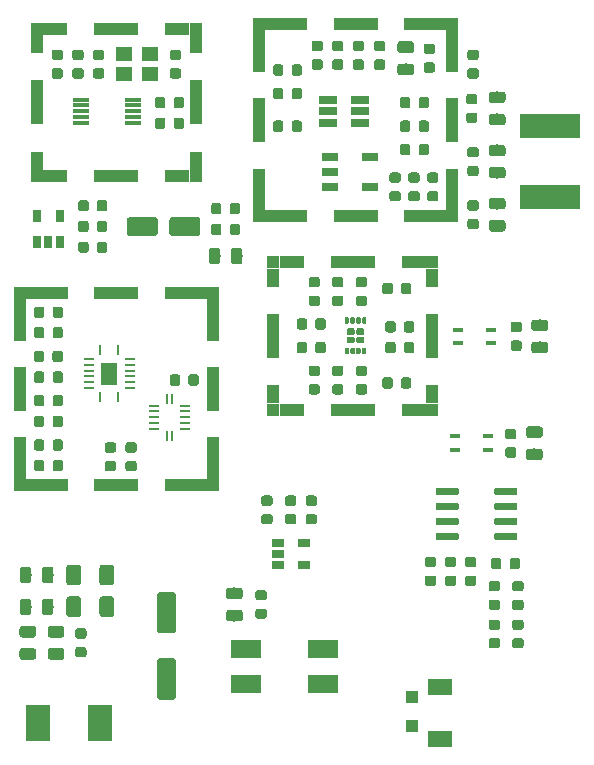
<source format=gtp>
G04 #@! TF.GenerationSoftware,KiCad,Pcbnew,(5.1.4)-1*
G04 #@! TF.CreationDate,2020-03-14T18:34:21+01:00*
G04 #@! TF.ProjectId,rf-receiver,72662d72-6563-4656-9976-65722e6b6963,Rev 2*
G04 #@! TF.SameCoordinates,Original*
G04 #@! TF.FileFunction,Paste,Top*
G04 #@! TF.FilePolarity,Positive*
%FSLAX46Y46*%
G04 Gerber Fmt 4.6, Leading zero omitted, Abs format (unit mm)*
G04 Created by KiCad (PCBNEW (5.1.4)-1) date 2020-03-14 18:34:21*
%MOMM*%
%LPD*%
G04 APERTURE LIST*
%ADD10C,0.100000*%
%ADD11C,0.975000*%
%ADD12C,0.875000*%
%ADD13R,0.850000X0.280000*%
%ADD14R,0.280000X0.850000*%
%ADD15R,1.450000X1.950000*%
%ADD16R,0.900000X0.240000*%
%ADD17R,0.240000X0.900000*%
%ADD18R,0.100000X0.600000*%
%ADD19R,2.000000X1.400000*%
%ADD20R,5.080000X2.000000*%
%ADD21R,1.000000X1.000000*%
%ADD22C,0.600000*%
%ADD23C,1.250000*%
%ADD24R,2.000000X3.100000*%
%ADD25R,0.900000X0.400000*%
%ADD26C,1.600000*%
%ADD27R,2.500000X1.500000*%
%ADD28R,2.130000X1.000000*%
%ADD29R,3.800000X1.000000*%
%ADD30R,1.000000X1.650000*%
%ADD31R,1.000000X3.800000*%
%ADD32R,1.000000X3.550000*%
%ADD33R,3.550000X1.000000*%
%ADD34C,0.350000*%
%ADD35C,0.560000*%
%ADD36R,1.400000X1.200000*%
%ADD37R,0.650000X1.060000*%
%ADD38R,1.450000X0.300000*%
%ADD39R,1.060000X0.650000*%
%ADD40R,1.560000X0.650000*%
%ADD41R,1.400000X0.760000*%
G04 APERTURE END LIST*
D10*
G36*
X124730142Y-64826174D02*
G01*
X124753803Y-64829684D01*
X124777007Y-64835496D01*
X124799529Y-64843554D01*
X124821153Y-64853782D01*
X124841670Y-64866079D01*
X124860883Y-64880329D01*
X124878607Y-64896393D01*
X124894671Y-64914117D01*
X124908921Y-64933330D01*
X124921218Y-64953847D01*
X124931446Y-64975471D01*
X124939504Y-64997993D01*
X124945316Y-65021197D01*
X124948826Y-65044858D01*
X124950000Y-65068750D01*
X124950000Y-65556250D01*
X124948826Y-65580142D01*
X124945316Y-65603803D01*
X124939504Y-65627007D01*
X124931446Y-65649529D01*
X124921218Y-65671153D01*
X124908921Y-65691670D01*
X124894671Y-65710883D01*
X124878607Y-65728607D01*
X124860883Y-65744671D01*
X124841670Y-65758921D01*
X124821153Y-65771218D01*
X124799529Y-65781446D01*
X124777007Y-65789504D01*
X124753803Y-65795316D01*
X124730142Y-65798826D01*
X124706250Y-65800000D01*
X123793750Y-65800000D01*
X123769858Y-65798826D01*
X123746197Y-65795316D01*
X123722993Y-65789504D01*
X123700471Y-65781446D01*
X123678847Y-65771218D01*
X123658330Y-65758921D01*
X123639117Y-65744671D01*
X123621393Y-65728607D01*
X123605329Y-65710883D01*
X123591079Y-65691670D01*
X123578782Y-65671153D01*
X123568554Y-65649529D01*
X123560496Y-65627007D01*
X123554684Y-65603803D01*
X123551174Y-65580142D01*
X123550000Y-65556250D01*
X123550000Y-65068750D01*
X123551174Y-65044858D01*
X123554684Y-65021197D01*
X123560496Y-64997993D01*
X123568554Y-64975471D01*
X123578782Y-64953847D01*
X123591079Y-64933330D01*
X123605329Y-64914117D01*
X123621393Y-64896393D01*
X123639117Y-64880329D01*
X123658330Y-64866079D01*
X123678847Y-64853782D01*
X123700471Y-64843554D01*
X123722993Y-64835496D01*
X123746197Y-64829684D01*
X123769858Y-64826174D01*
X123793750Y-64825000D01*
X124706250Y-64825000D01*
X124730142Y-64826174D01*
X124730142Y-64826174D01*
G37*
D11*
X124250000Y-65312500D03*
D10*
G36*
X124730142Y-66701174D02*
G01*
X124753803Y-66704684D01*
X124777007Y-66710496D01*
X124799529Y-66718554D01*
X124821153Y-66728782D01*
X124841670Y-66741079D01*
X124860883Y-66755329D01*
X124878607Y-66771393D01*
X124894671Y-66789117D01*
X124908921Y-66808330D01*
X124921218Y-66828847D01*
X124931446Y-66850471D01*
X124939504Y-66872993D01*
X124945316Y-66896197D01*
X124948826Y-66919858D01*
X124950000Y-66943750D01*
X124950000Y-67431250D01*
X124948826Y-67455142D01*
X124945316Y-67478803D01*
X124939504Y-67502007D01*
X124931446Y-67524529D01*
X124921218Y-67546153D01*
X124908921Y-67566670D01*
X124894671Y-67585883D01*
X124878607Y-67603607D01*
X124860883Y-67619671D01*
X124841670Y-67633921D01*
X124821153Y-67646218D01*
X124799529Y-67656446D01*
X124777007Y-67664504D01*
X124753803Y-67670316D01*
X124730142Y-67673826D01*
X124706250Y-67675000D01*
X123793750Y-67675000D01*
X123769858Y-67673826D01*
X123746197Y-67670316D01*
X123722993Y-67664504D01*
X123700471Y-67656446D01*
X123678847Y-67646218D01*
X123658330Y-67633921D01*
X123639117Y-67619671D01*
X123621393Y-67603607D01*
X123605329Y-67585883D01*
X123591079Y-67566670D01*
X123578782Y-67546153D01*
X123568554Y-67524529D01*
X123560496Y-67502007D01*
X123554684Y-67478803D01*
X123551174Y-67455142D01*
X123550000Y-67431250D01*
X123550000Y-66943750D01*
X123551174Y-66919858D01*
X123554684Y-66896197D01*
X123560496Y-66872993D01*
X123568554Y-66850471D01*
X123578782Y-66828847D01*
X123591079Y-66808330D01*
X123605329Y-66789117D01*
X123621393Y-66771393D01*
X123639117Y-66755329D01*
X123658330Y-66741079D01*
X123678847Y-66728782D01*
X123700471Y-66718554D01*
X123722993Y-66710496D01*
X123746197Y-66704684D01*
X123769858Y-66701174D01*
X123793750Y-66700000D01*
X124706250Y-66700000D01*
X124730142Y-66701174D01*
X124730142Y-66701174D01*
G37*
D11*
X124250000Y-67187500D03*
D10*
G36*
X89277691Y-111851053D02*
G01*
X89298926Y-111854203D01*
X89319750Y-111859419D01*
X89339962Y-111866651D01*
X89359368Y-111875830D01*
X89377781Y-111886866D01*
X89395024Y-111899654D01*
X89410930Y-111914070D01*
X89425346Y-111929976D01*
X89438134Y-111947219D01*
X89449170Y-111965632D01*
X89458349Y-111985038D01*
X89465581Y-112005250D01*
X89470797Y-112026074D01*
X89473947Y-112047309D01*
X89475000Y-112068750D01*
X89475000Y-112506250D01*
X89473947Y-112527691D01*
X89470797Y-112548926D01*
X89465581Y-112569750D01*
X89458349Y-112589962D01*
X89449170Y-112609368D01*
X89438134Y-112627781D01*
X89425346Y-112645024D01*
X89410930Y-112660930D01*
X89395024Y-112675346D01*
X89377781Y-112688134D01*
X89359368Y-112699170D01*
X89339962Y-112708349D01*
X89319750Y-112715581D01*
X89298926Y-112720797D01*
X89277691Y-112723947D01*
X89256250Y-112725000D01*
X88743750Y-112725000D01*
X88722309Y-112723947D01*
X88701074Y-112720797D01*
X88680250Y-112715581D01*
X88660038Y-112708349D01*
X88640632Y-112699170D01*
X88622219Y-112688134D01*
X88604976Y-112675346D01*
X88589070Y-112660930D01*
X88574654Y-112645024D01*
X88561866Y-112627781D01*
X88550830Y-112609368D01*
X88541651Y-112589962D01*
X88534419Y-112569750D01*
X88529203Y-112548926D01*
X88526053Y-112527691D01*
X88525000Y-112506250D01*
X88525000Y-112068750D01*
X88526053Y-112047309D01*
X88529203Y-112026074D01*
X88534419Y-112005250D01*
X88541651Y-111985038D01*
X88550830Y-111965632D01*
X88561866Y-111947219D01*
X88574654Y-111929976D01*
X88589070Y-111914070D01*
X88604976Y-111899654D01*
X88622219Y-111886866D01*
X88640632Y-111875830D01*
X88660038Y-111866651D01*
X88680250Y-111859419D01*
X88701074Y-111854203D01*
X88722309Y-111851053D01*
X88743750Y-111850000D01*
X89256250Y-111850000D01*
X89277691Y-111851053D01*
X89277691Y-111851053D01*
G37*
D12*
X89000000Y-112287500D03*
D10*
G36*
X89277691Y-110276053D02*
G01*
X89298926Y-110279203D01*
X89319750Y-110284419D01*
X89339962Y-110291651D01*
X89359368Y-110300830D01*
X89377781Y-110311866D01*
X89395024Y-110324654D01*
X89410930Y-110339070D01*
X89425346Y-110354976D01*
X89438134Y-110372219D01*
X89449170Y-110390632D01*
X89458349Y-110410038D01*
X89465581Y-110430250D01*
X89470797Y-110451074D01*
X89473947Y-110472309D01*
X89475000Y-110493750D01*
X89475000Y-110931250D01*
X89473947Y-110952691D01*
X89470797Y-110973926D01*
X89465581Y-110994750D01*
X89458349Y-111014962D01*
X89449170Y-111034368D01*
X89438134Y-111052781D01*
X89425346Y-111070024D01*
X89410930Y-111085930D01*
X89395024Y-111100346D01*
X89377781Y-111113134D01*
X89359368Y-111124170D01*
X89339962Y-111133349D01*
X89319750Y-111140581D01*
X89298926Y-111145797D01*
X89277691Y-111148947D01*
X89256250Y-111150000D01*
X88743750Y-111150000D01*
X88722309Y-111148947D01*
X88701074Y-111145797D01*
X88680250Y-111140581D01*
X88660038Y-111133349D01*
X88640632Y-111124170D01*
X88622219Y-111113134D01*
X88604976Y-111100346D01*
X88589070Y-111085930D01*
X88574654Y-111070024D01*
X88561866Y-111052781D01*
X88550830Y-111034368D01*
X88541651Y-111014962D01*
X88534419Y-110994750D01*
X88529203Y-110973926D01*
X88526053Y-110952691D01*
X88525000Y-110931250D01*
X88525000Y-110493750D01*
X88526053Y-110472309D01*
X88529203Y-110451074D01*
X88534419Y-110430250D01*
X88541651Y-110410038D01*
X88550830Y-110390632D01*
X88561866Y-110372219D01*
X88574654Y-110354976D01*
X88589070Y-110339070D01*
X88604976Y-110324654D01*
X88622219Y-110311866D01*
X88640632Y-110300830D01*
X88660038Y-110291651D01*
X88680250Y-110284419D01*
X88701074Y-110279203D01*
X88722309Y-110276053D01*
X88743750Y-110275000D01*
X89256250Y-110275000D01*
X89277691Y-110276053D01*
X89277691Y-110276053D01*
G37*
D12*
X89000000Y-110712500D03*
D10*
G36*
X87380142Y-110076174D02*
G01*
X87403803Y-110079684D01*
X87427007Y-110085496D01*
X87449529Y-110093554D01*
X87471153Y-110103782D01*
X87491670Y-110116079D01*
X87510883Y-110130329D01*
X87528607Y-110146393D01*
X87544671Y-110164117D01*
X87558921Y-110183330D01*
X87571218Y-110203847D01*
X87581446Y-110225471D01*
X87589504Y-110247993D01*
X87595316Y-110271197D01*
X87598826Y-110294858D01*
X87600000Y-110318750D01*
X87600000Y-110806250D01*
X87598826Y-110830142D01*
X87595316Y-110853803D01*
X87589504Y-110877007D01*
X87581446Y-110899529D01*
X87571218Y-110921153D01*
X87558921Y-110941670D01*
X87544671Y-110960883D01*
X87528607Y-110978607D01*
X87510883Y-110994671D01*
X87491670Y-111008921D01*
X87471153Y-111021218D01*
X87449529Y-111031446D01*
X87427007Y-111039504D01*
X87403803Y-111045316D01*
X87380142Y-111048826D01*
X87356250Y-111050000D01*
X86443750Y-111050000D01*
X86419858Y-111048826D01*
X86396197Y-111045316D01*
X86372993Y-111039504D01*
X86350471Y-111031446D01*
X86328847Y-111021218D01*
X86308330Y-111008921D01*
X86289117Y-110994671D01*
X86271393Y-110978607D01*
X86255329Y-110960883D01*
X86241079Y-110941670D01*
X86228782Y-110921153D01*
X86218554Y-110899529D01*
X86210496Y-110877007D01*
X86204684Y-110853803D01*
X86201174Y-110830142D01*
X86200000Y-110806250D01*
X86200000Y-110318750D01*
X86201174Y-110294858D01*
X86204684Y-110271197D01*
X86210496Y-110247993D01*
X86218554Y-110225471D01*
X86228782Y-110203847D01*
X86241079Y-110183330D01*
X86255329Y-110164117D01*
X86271393Y-110146393D01*
X86289117Y-110130329D01*
X86308330Y-110116079D01*
X86328847Y-110103782D01*
X86350471Y-110093554D01*
X86372993Y-110085496D01*
X86396197Y-110079684D01*
X86419858Y-110076174D01*
X86443750Y-110075000D01*
X87356250Y-110075000D01*
X87380142Y-110076174D01*
X87380142Y-110076174D01*
G37*
D11*
X86900000Y-110562500D03*
D10*
G36*
X87380142Y-111951174D02*
G01*
X87403803Y-111954684D01*
X87427007Y-111960496D01*
X87449529Y-111968554D01*
X87471153Y-111978782D01*
X87491670Y-111991079D01*
X87510883Y-112005329D01*
X87528607Y-112021393D01*
X87544671Y-112039117D01*
X87558921Y-112058330D01*
X87571218Y-112078847D01*
X87581446Y-112100471D01*
X87589504Y-112122993D01*
X87595316Y-112146197D01*
X87598826Y-112169858D01*
X87600000Y-112193750D01*
X87600000Y-112681250D01*
X87598826Y-112705142D01*
X87595316Y-112728803D01*
X87589504Y-112752007D01*
X87581446Y-112774529D01*
X87571218Y-112796153D01*
X87558921Y-112816670D01*
X87544671Y-112835883D01*
X87528607Y-112853607D01*
X87510883Y-112869671D01*
X87491670Y-112883921D01*
X87471153Y-112896218D01*
X87449529Y-112906446D01*
X87427007Y-112914504D01*
X87403803Y-112920316D01*
X87380142Y-112923826D01*
X87356250Y-112925000D01*
X86443750Y-112925000D01*
X86419858Y-112923826D01*
X86396197Y-112920316D01*
X86372993Y-112914504D01*
X86350471Y-112906446D01*
X86328847Y-112896218D01*
X86308330Y-112883921D01*
X86289117Y-112869671D01*
X86271393Y-112853607D01*
X86255329Y-112835883D01*
X86241079Y-112816670D01*
X86228782Y-112796153D01*
X86218554Y-112774529D01*
X86210496Y-112752007D01*
X86204684Y-112728803D01*
X86201174Y-112705142D01*
X86200000Y-112681250D01*
X86200000Y-112193750D01*
X86201174Y-112169858D01*
X86204684Y-112146197D01*
X86210496Y-112122993D01*
X86218554Y-112100471D01*
X86228782Y-112078847D01*
X86241079Y-112058330D01*
X86255329Y-112039117D01*
X86271393Y-112021393D01*
X86289117Y-112005329D01*
X86308330Y-111991079D01*
X86328847Y-111978782D01*
X86350471Y-111968554D01*
X86372993Y-111960496D01*
X86396197Y-111954684D01*
X86419858Y-111951174D01*
X86443750Y-111950000D01*
X87356250Y-111950000D01*
X87380142Y-111951174D01*
X87380142Y-111951174D01*
G37*
D11*
X86900000Y-112437500D03*
D13*
X93125000Y-89950000D03*
X93125000Y-89450000D03*
X93125000Y-88950000D03*
X93125000Y-88450000D03*
X93125000Y-87950000D03*
X89675000Y-87450000D03*
X89675000Y-87950000D03*
X89675000Y-88450000D03*
X89675000Y-88950000D03*
X89675000Y-89450000D03*
X93125000Y-87450000D03*
X89675000Y-89950000D03*
D14*
X90650000Y-86725000D03*
X92150000Y-86725000D03*
D15*
X91400000Y-88700000D03*
D14*
X92150000Y-90675000D03*
X90650000Y-90675000D03*
D16*
X95230000Y-91910000D03*
X95230000Y-92410000D03*
X95230000Y-92910000D03*
X95230000Y-91410000D03*
X97830000Y-92910000D03*
D17*
X96730000Y-90850000D03*
X96330000Y-90860000D03*
D16*
X95230000Y-93410000D03*
D18*
X96530000Y-92410000D03*
D17*
X96730000Y-93960000D03*
D16*
X97830000Y-91910000D03*
X97830000Y-92410000D03*
D17*
X96330000Y-93960000D03*
D16*
X97830000Y-91410000D03*
X97830000Y-93410000D03*
D10*
G36*
X124730142Y-69326174D02*
G01*
X124753803Y-69329684D01*
X124777007Y-69335496D01*
X124799529Y-69343554D01*
X124821153Y-69353782D01*
X124841670Y-69366079D01*
X124860883Y-69380329D01*
X124878607Y-69396393D01*
X124894671Y-69414117D01*
X124908921Y-69433330D01*
X124921218Y-69453847D01*
X124931446Y-69475471D01*
X124939504Y-69497993D01*
X124945316Y-69521197D01*
X124948826Y-69544858D01*
X124950000Y-69568750D01*
X124950000Y-70056250D01*
X124948826Y-70080142D01*
X124945316Y-70103803D01*
X124939504Y-70127007D01*
X124931446Y-70149529D01*
X124921218Y-70171153D01*
X124908921Y-70191670D01*
X124894671Y-70210883D01*
X124878607Y-70228607D01*
X124860883Y-70244671D01*
X124841670Y-70258921D01*
X124821153Y-70271218D01*
X124799529Y-70281446D01*
X124777007Y-70289504D01*
X124753803Y-70295316D01*
X124730142Y-70298826D01*
X124706250Y-70300000D01*
X123793750Y-70300000D01*
X123769858Y-70298826D01*
X123746197Y-70295316D01*
X123722993Y-70289504D01*
X123700471Y-70281446D01*
X123678847Y-70271218D01*
X123658330Y-70258921D01*
X123639117Y-70244671D01*
X123621393Y-70228607D01*
X123605329Y-70210883D01*
X123591079Y-70191670D01*
X123578782Y-70171153D01*
X123568554Y-70149529D01*
X123560496Y-70127007D01*
X123554684Y-70103803D01*
X123551174Y-70080142D01*
X123550000Y-70056250D01*
X123550000Y-69568750D01*
X123551174Y-69544858D01*
X123554684Y-69521197D01*
X123560496Y-69497993D01*
X123568554Y-69475471D01*
X123578782Y-69453847D01*
X123591079Y-69433330D01*
X123605329Y-69414117D01*
X123621393Y-69396393D01*
X123639117Y-69380329D01*
X123658330Y-69366079D01*
X123678847Y-69353782D01*
X123700471Y-69343554D01*
X123722993Y-69335496D01*
X123746197Y-69329684D01*
X123769858Y-69326174D01*
X123793750Y-69325000D01*
X124706250Y-69325000D01*
X124730142Y-69326174D01*
X124730142Y-69326174D01*
G37*
D11*
X124250000Y-69812500D03*
D10*
G36*
X124730142Y-71201174D02*
G01*
X124753803Y-71204684D01*
X124777007Y-71210496D01*
X124799529Y-71218554D01*
X124821153Y-71228782D01*
X124841670Y-71241079D01*
X124860883Y-71255329D01*
X124878607Y-71271393D01*
X124894671Y-71289117D01*
X124908921Y-71308330D01*
X124921218Y-71328847D01*
X124931446Y-71350471D01*
X124939504Y-71372993D01*
X124945316Y-71396197D01*
X124948826Y-71419858D01*
X124950000Y-71443750D01*
X124950000Y-71931250D01*
X124948826Y-71955142D01*
X124945316Y-71978803D01*
X124939504Y-72002007D01*
X124931446Y-72024529D01*
X124921218Y-72046153D01*
X124908921Y-72066670D01*
X124894671Y-72085883D01*
X124878607Y-72103607D01*
X124860883Y-72119671D01*
X124841670Y-72133921D01*
X124821153Y-72146218D01*
X124799529Y-72156446D01*
X124777007Y-72164504D01*
X124753803Y-72170316D01*
X124730142Y-72173826D01*
X124706250Y-72175000D01*
X123793750Y-72175000D01*
X123769858Y-72173826D01*
X123746197Y-72170316D01*
X123722993Y-72164504D01*
X123700471Y-72156446D01*
X123678847Y-72146218D01*
X123658330Y-72133921D01*
X123639117Y-72119671D01*
X123621393Y-72103607D01*
X123605329Y-72085883D01*
X123591079Y-72066670D01*
X123578782Y-72046153D01*
X123568554Y-72024529D01*
X123560496Y-72002007D01*
X123554684Y-71978803D01*
X123551174Y-71955142D01*
X123550000Y-71931250D01*
X123550000Y-71443750D01*
X123551174Y-71419858D01*
X123554684Y-71396197D01*
X123560496Y-71372993D01*
X123568554Y-71350471D01*
X123578782Y-71328847D01*
X123591079Y-71308330D01*
X123605329Y-71289117D01*
X123621393Y-71271393D01*
X123639117Y-71255329D01*
X123658330Y-71241079D01*
X123678847Y-71228782D01*
X123700471Y-71218554D01*
X123722993Y-71210496D01*
X123746197Y-71204684D01*
X123769858Y-71201174D01*
X123793750Y-71200000D01*
X124706250Y-71200000D01*
X124730142Y-71201174D01*
X124730142Y-71201174D01*
G37*
D11*
X124250000Y-71687500D03*
D10*
G36*
X124730142Y-73826174D02*
G01*
X124753803Y-73829684D01*
X124777007Y-73835496D01*
X124799529Y-73843554D01*
X124821153Y-73853782D01*
X124841670Y-73866079D01*
X124860883Y-73880329D01*
X124878607Y-73896393D01*
X124894671Y-73914117D01*
X124908921Y-73933330D01*
X124921218Y-73953847D01*
X124931446Y-73975471D01*
X124939504Y-73997993D01*
X124945316Y-74021197D01*
X124948826Y-74044858D01*
X124950000Y-74068750D01*
X124950000Y-74556250D01*
X124948826Y-74580142D01*
X124945316Y-74603803D01*
X124939504Y-74627007D01*
X124931446Y-74649529D01*
X124921218Y-74671153D01*
X124908921Y-74691670D01*
X124894671Y-74710883D01*
X124878607Y-74728607D01*
X124860883Y-74744671D01*
X124841670Y-74758921D01*
X124821153Y-74771218D01*
X124799529Y-74781446D01*
X124777007Y-74789504D01*
X124753803Y-74795316D01*
X124730142Y-74798826D01*
X124706250Y-74800000D01*
X123793750Y-74800000D01*
X123769858Y-74798826D01*
X123746197Y-74795316D01*
X123722993Y-74789504D01*
X123700471Y-74781446D01*
X123678847Y-74771218D01*
X123658330Y-74758921D01*
X123639117Y-74744671D01*
X123621393Y-74728607D01*
X123605329Y-74710883D01*
X123591079Y-74691670D01*
X123578782Y-74671153D01*
X123568554Y-74649529D01*
X123560496Y-74627007D01*
X123554684Y-74603803D01*
X123551174Y-74580142D01*
X123550000Y-74556250D01*
X123550000Y-74068750D01*
X123551174Y-74044858D01*
X123554684Y-74021197D01*
X123560496Y-73997993D01*
X123568554Y-73975471D01*
X123578782Y-73953847D01*
X123591079Y-73933330D01*
X123605329Y-73914117D01*
X123621393Y-73896393D01*
X123639117Y-73880329D01*
X123658330Y-73866079D01*
X123678847Y-73853782D01*
X123700471Y-73843554D01*
X123722993Y-73835496D01*
X123746197Y-73829684D01*
X123769858Y-73826174D01*
X123793750Y-73825000D01*
X124706250Y-73825000D01*
X124730142Y-73826174D01*
X124730142Y-73826174D01*
G37*
D11*
X124250000Y-74312500D03*
D10*
G36*
X124730142Y-75701174D02*
G01*
X124753803Y-75704684D01*
X124777007Y-75710496D01*
X124799529Y-75718554D01*
X124821153Y-75728782D01*
X124841670Y-75741079D01*
X124860883Y-75755329D01*
X124878607Y-75771393D01*
X124894671Y-75789117D01*
X124908921Y-75808330D01*
X124921218Y-75828847D01*
X124931446Y-75850471D01*
X124939504Y-75872993D01*
X124945316Y-75896197D01*
X124948826Y-75919858D01*
X124950000Y-75943750D01*
X124950000Y-76431250D01*
X124948826Y-76455142D01*
X124945316Y-76478803D01*
X124939504Y-76502007D01*
X124931446Y-76524529D01*
X124921218Y-76546153D01*
X124908921Y-76566670D01*
X124894671Y-76585883D01*
X124878607Y-76603607D01*
X124860883Y-76619671D01*
X124841670Y-76633921D01*
X124821153Y-76646218D01*
X124799529Y-76656446D01*
X124777007Y-76664504D01*
X124753803Y-76670316D01*
X124730142Y-76673826D01*
X124706250Y-76675000D01*
X123793750Y-76675000D01*
X123769858Y-76673826D01*
X123746197Y-76670316D01*
X123722993Y-76664504D01*
X123700471Y-76656446D01*
X123678847Y-76646218D01*
X123658330Y-76633921D01*
X123639117Y-76619671D01*
X123621393Y-76603607D01*
X123605329Y-76585883D01*
X123591079Y-76566670D01*
X123578782Y-76546153D01*
X123568554Y-76524529D01*
X123560496Y-76502007D01*
X123554684Y-76478803D01*
X123551174Y-76455142D01*
X123550000Y-76431250D01*
X123550000Y-75943750D01*
X123551174Y-75919858D01*
X123554684Y-75896197D01*
X123560496Y-75872993D01*
X123568554Y-75850471D01*
X123578782Y-75828847D01*
X123591079Y-75808330D01*
X123605329Y-75789117D01*
X123621393Y-75771393D01*
X123639117Y-75755329D01*
X123658330Y-75741079D01*
X123678847Y-75728782D01*
X123700471Y-75718554D01*
X123722993Y-75710496D01*
X123746197Y-75704684D01*
X123769858Y-75701174D01*
X123793750Y-75700000D01*
X124706250Y-75700000D01*
X124730142Y-75701174D01*
X124730142Y-75701174D01*
G37*
D11*
X124250000Y-76187500D03*
D10*
G36*
X122477691Y-61276053D02*
G01*
X122498926Y-61279203D01*
X122519750Y-61284419D01*
X122539962Y-61291651D01*
X122559368Y-61300830D01*
X122577781Y-61311866D01*
X122595024Y-61324654D01*
X122610930Y-61339070D01*
X122625346Y-61354976D01*
X122638134Y-61372219D01*
X122649170Y-61390632D01*
X122658349Y-61410038D01*
X122665581Y-61430250D01*
X122670797Y-61451074D01*
X122673947Y-61472309D01*
X122675000Y-61493750D01*
X122675000Y-61931250D01*
X122673947Y-61952691D01*
X122670797Y-61973926D01*
X122665581Y-61994750D01*
X122658349Y-62014962D01*
X122649170Y-62034368D01*
X122638134Y-62052781D01*
X122625346Y-62070024D01*
X122610930Y-62085930D01*
X122595024Y-62100346D01*
X122577781Y-62113134D01*
X122559368Y-62124170D01*
X122539962Y-62133349D01*
X122519750Y-62140581D01*
X122498926Y-62145797D01*
X122477691Y-62148947D01*
X122456250Y-62150000D01*
X121943750Y-62150000D01*
X121922309Y-62148947D01*
X121901074Y-62145797D01*
X121880250Y-62140581D01*
X121860038Y-62133349D01*
X121840632Y-62124170D01*
X121822219Y-62113134D01*
X121804976Y-62100346D01*
X121789070Y-62085930D01*
X121774654Y-62070024D01*
X121761866Y-62052781D01*
X121750830Y-62034368D01*
X121741651Y-62014962D01*
X121734419Y-61994750D01*
X121729203Y-61973926D01*
X121726053Y-61952691D01*
X121725000Y-61931250D01*
X121725000Y-61493750D01*
X121726053Y-61472309D01*
X121729203Y-61451074D01*
X121734419Y-61430250D01*
X121741651Y-61410038D01*
X121750830Y-61390632D01*
X121761866Y-61372219D01*
X121774654Y-61354976D01*
X121789070Y-61339070D01*
X121804976Y-61324654D01*
X121822219Y-61311866D01*
X121840632Y-61300830D01*
X121860038Y-61291651D01*
X121880250Y-61284419D01*
X121901074Y-61279203D01*
X121922309Y-61276053D01*
X121943750Y-61275000D01*
X122456250Y-61275000D01*
X122477691Y-61276053D01*
X122477691Y-61276053D01*
G37*
D12*
X122200000Y-61712500D03*
D10*
G36*
X122477691Y-62851053D02*
G01*
X122498926Y-62854203D01*
X122519750Y-62859419D01*
X122539962Y-62866651D01*
X122559368Y-62875830D01*
X122577781Y-62886866D01*
X122595024Y-62899654D01*
X122610930Y-62914070D01*
X122625346Y-62929976D01*
X122638134Y-62947219D01*
X122649170Y-62965632D01*
X122658349Y-62985038D01*
X122665581Y-63005250D01*
X122670797Y-63026074D01*
X122673947Y-63047309D01*
X122675000Y-63068750D01*
X122675000Y-63506250D01*
X122673947Y-63527691D01*
X122670797Y-63548926D01*
X122665581Y-63569750D01*
X122658349Y-63589962D01*
X122649170Y-63609368D01*
X122638134Y-63627781D01*
X122625346Y-63645024D01*
X122610930Y-63660930D01*
X122595024Y-63675346D01*
X122577781Y-63688134D01*
X122559368Y-63699170D01*
X122539962Y-63708349D01*
X122519750Y-63715581D01*
X122498926Y-63720797D01*
X122477691Y-63723947D01*
X122456250Y-63725000D01*
X121943750Y-63725000D01*
X121922309Y-63723947D01*
X121901074Y-63720797D01*
X121880250Y-63715581D01*
X121860038Y-63708349D01*
X121840632Y-63699170D01*
X121822219Y-63688134D01*
X121804976Y-63675346D01*
X121789070Y-63660930D01*
X121774654Y-63645024D01*
X121761866Y-63627781D01*
X121750830Y-63609368D01*
X121741651Y-63589962D01*
X121734419Y-63569750D01*
X121729203Y-63548926D01*
X121726053Y-63527691D01*
X121725000Y-63506250D01*
X121725000Y-63068750D01*
X121726053Y-63047309D01*
X121729203Y-63026074D01*
X121734419Y-63005250D01*
X121741651Y-62985038D01*
X121750830Y-62965632D01*
X121761866Y-62947219D01*
X121774654Y-62929976D01*
X121789070Y-62914070D01*
X121804976Y-62899654D01*
X121822219Y-62886866D01*
X121840632Y-62875830D01*
X121860038Y-62866651D01*
X121880250Y-62859419D01*
X121901074Y-62854203D01*
X121922309Y-62851053D01*
X121943750Y-62850000D01*
X122456250Y-62850000D01*
X122477691Y-62851053D01*
X122477691Y-62851053D01*
G37*
D12*
X122200000Y-63287500D03*
D10*
G36*
X122377691Y-66601053D02*
G01*
X122398926Y-66604203D01*
X122419750Y-66609419D01*
X122439962Y-66616651D01*
X122459368Y-66625830D01*
X122477781Y-66636866D01*
X122495024Y-66649654D01*
X122510930Y-66664070D01*
X122525346Y-66679976D01*
X122538134Y-66697219D01*
X122549170Y-66715632D01*
X122558349Y-66735038D01*
X122565581Y-66755250D01*
X122570797Y-66776074D01*
X122573947Y-66797309D01*
X122575000Y-66818750D01*
X122575000Y-67256250D01*
X122573947Y-67277691D01*
X122570797Y-67298926D01*
X122565581Y-67319750D01*
X122558349Y-67339962D01*
X122549170Y-67359368D01*
X122538134Y-67377781D01*
X122525346Y-67395024D01*
X122510930Y-67410930D01*
X122495024Y-67425346D01*
X122477781Y-67438134D01*
X122459368Y-67449170D01*
X122439962Y-67458349D01*
X122419750Y-67465581D01*
X122398926Y-67470797D01*
X122377691Y-67473947D01*
X122356250Y-67475000D01*
X121843750Y-67475000D01*
X121822309Y-67473947D01*
X121801074Y-67470797D01*
X121780250Y-67465581D01*
X121760038Y-67458349D01*
X121740632Y-67449170D01*
X121722219Y-67438134D01*
X121704976Y-67425346D01*
X121689070Y-67410930D01*
X121674654Y-67395024D01*
X121661866Y-67377781D01*
X121650830Y-67359368D01*
X121641651Y-67339962D01*
X121634419Y-67319750D01*
X121629203Y-67298926D01*
X121626053Y-67277691D01*
X121625000Y-67256250D01*
X121625000Y-66818750D01*
X121626053Y-66797309D01*
X121629203Y-66776074D01*
X121634419Y-66755250D01*
X121641651Y-66735038D01*
X121650830Y-66715632D01*
X121661866Y-66697219D01*
X121674654Y-66679976D01*
X121689070Y-66664070D01*
X121704976Y-66649654D01*
X121722219Y-66636866D01*
X121740632Y-66625830D01*
X121760038Y-66616651D01*
X121780250Y-66609419D01*
X121801074Y-66604203D01*
X121822309Y-66601053D01*
X121843750Y-66600000D01*
X122356250Y-66600000D01*
X122377691Y-66601053D01*
X122377691Y-66601053D01*
G37*
D12*
X122100000Y-67037500D03*
D10*
G36*
X122377691Y-65026053D02*
G01*
X122398926Y-65029203D01*
X122419750Y-65034419D01*
X122439962Y-65041651D01*
X122459368Y-65050830D01*
X122477781Y-65061866D01*
X122495024Y-65074654D01*
X122510930Y-65089070D01*
X122525346Y-65104976D01*
X122538134Y-65122219D01*
X122549170Y-65140632D01*
X122558349Y-65160038D01*
X122565581Y-65180250D01*
X122570797Y-65201074D01*
X122573947Y-65222309D01*
X122575000Y-65243750D01*
X122575000Y-65681250D01*
X122573947Y-65702691D01*
X122570797Y-65723926D01*
X122565581Y-65744750D01*
X122558349Y-65764962D01*
X122549170Y-65784368D01*
X122538134Y-65802781D01*
X122525346Y-65820024D01*
X122510930Y-65835930D01*
X122495024Y-65850346D01*
X122477781Y-65863134D01*
X122459368Y-65874170D01*
X122439962Y-65883349D01*
X122419750Y-65890581D01*
X122398926Y-65895797D01*
X122377691Y-65898947D01*
X122356250Y-65900000D01*
X121843750Y-65900000D01*
X121822309Y-65898947D01*
X121801074Y-65895797D01*
X121780250Y-65890581D01*
X121760038Y-65883349D01*
X121740632Y-65874170D01*
X121722219Y-65863134D01*
X121704976Y-65850346D01*
X121689070Y-65835930D01*
X121674654Y-65820024D01*
X121661866Y-65802781D01*
X121650830Y-65784368D01*
X121641651Y-65764962D01*
X121634419Y-65744750D01*
X121629203Y-65723926D01*
X121626053Y-65702691D01*
X121625000Y-65681250D01*
X121625000Y-65243750D01*
X121626053Y-65222309D01*
X121629203Y-65201074D01*
X121634419Y-65180250D01*
X121641651Y-65160038D01*
X121650830Y-65140632D01*
X121661866Y-65122219D01*
X121674654Y-65104976D01*
X121689070Y-65089070D01*
X121704976Y-65074654D01*
X121722219Y-65061866D01*
X121740632Y-65050830D01*
X121760038Y-65041651D01*
X121780250Y-65034419D01*
X121801074Y-65029203D01*
X121822309Y-65026053D01*
X121843750Y-65025000D01*
X122356250Y-65025000D01*
X122377691Y-65026053D01*
X122377691Y-65026053D01*
G37*
D12*
X122100000Y-65462500D03*
D10*
G36*
X119077691Y-73251053D02*
G01*
X119098926Y-73254203D01*
X119119750Y-73259419D01*
X119139962Y-73266651D01*
X119159368Y-73275830D01*
X119177781Y-73286866D01*
X119195024Y-73299654D01*
X119210930Y-73314070D01*
X119225346Y-73329976D01*
X119238134Y-73347219D01*
X119249170Y-73365632D01*
X119258349Y-73385038D01*
X119265581Y-73405250D01*
X119270797Y-73426074D01*
X119273947Y-73447309D01*
X119275000Y-73468750D01*
X119275000Y-73906250D01*
X119273947Y-73927691D01*
X119270797Y-73948926D01*
X119265581Y-73969750D01*
X119258349Y-73989962D01*
X119249170Y-74009368D01*
X119238134Y-74027781D01*
X119225346Y-74045024D01*
X119210930Y-74060930D01*
X119195024Y-74075346D01*
X119177781Y-74088134D01*
X119159368Y-74099170D01*
X119139962Y-74108349D01*
X119119750Y-74115581D01*
X119098926Y-74120797D01*
X119077691Y-74123947D01*
X119056250Y-74125000D01*
X118543750Y-74125000D01*
X118522309Y-74123947D01*
X118501074Y-74120797D01*
X118480250Y-74115581D01*
X118460038Y-74108349D01*
X118440632Y-74099170D01*
X118422219Y-74088134D01*
X118404976Y-74075346D01*
X118389070Y-74060930D01*
X118374654Y-74045024D01*
X118361866Y-74027781D01*
X118350830Y-74009368D01*
X118341651Y-73989962D01*
X118334419Y-73969750D01*
X118329203Y-73948926D01*
X118326053Y-73927691D01*
X118325000Y-73906250D01*
X118325000Y-73468750D01*
X118326053Y-73447309D01*
X118329203Y-73426074D01*
X118334419Y-73405250D01*
X118341651Y-73385038D01*
X118350830Y-73365632D01*
X118361866Y-73347219D01*
X118374654Y-73329976D01*
X118389070Y-73314070D01*
X118404976Y-73299654D01*
X118422219Y-73286866D01*
X118440632Y-73275830D01*
X118460038Y-73266651D01*
X118480250Y-73259419D01*
X118501074Y-73254203D01*
X118522309Y-73251053D01*
X118543750Y-73250000D01*
X119056250Y-73250000D01*
X119077691Y-73251053D01*
X119077691Y-73251053D01*
G37*
D12*
X118800000Y-73687500D03*
D10*
G36*
X119077691Y-71676053D02*
G01*
X119098926Y-71679203D01*
X119119750Y-71684419D01*
X119139962Y-71691651D01*
X119159368Y-71700830D01*
X119177781Y-71711866D01*
X119195024Y-71724654D01*
X119210930Y-71739070D01*
X119225346Y-71754976D01*
X119238134Y-71772219D01*
X119249170Y-71790632D01*
X119258349Y-71810038D01*
X119265581Y-71830250D01*
X119270797Y-71851074D01*
X119273947Y-71872309D01*
X119275000Y-71893750D01*
X119275000Y-72331250D01*
X119273947Y-72352691D01*
X119270797Y-72373926D01*
X119265581Y-72394750D01*
X119258349Y-72414962D01*
X119249170Y-72434368D01*
X119238134Y-72452781D01*
X119225346Y-72470024D01*
X119210930Y-72485930D01*
X119195024Y-72500346D01*
X119177781Y-72513134D01*
X119159368Y-72524170D01*
X119139962Y-72533349D01*
X119119750Y-72540581D01*
X119098926Y-72545797D01*
X119077691Y-72548947D01*
X119056250Y-72550000D01*
X118543750Y-72550000D01*
X118522309Y-72548947D01*
X118501074Y-72545797D01*
X118480250Y-72540581D01*
X118460038Y-72533349D01*
X118440632Y-72524170D01*
X118422219Y-72513134D01*
X118404976Y-72500346D01*
X118389070Y-72485930D01*
X118374654Y-72470024D01*
X118361866Y-72452781D01*
X118350830Y-72434368D01*
X118341651Y-72414962D01*
X118334419Y-72394750D01*
X118329203Y-72373926D01*
X118326053Y-72352691D01*
X118325000Y-72331250D01*
X118325000Y-71893750D01*
X118326053Y-71872309D01*
X118329203Y-71851074D01*
X118334419Y-71830250D01*
X118341651Y-71810038D01*
X118350830Y-71790632D01*
X118361866Y-71772219D01*
X118374654Y-71754976D01*
X118389070Y-71739070D01*
X118404976Y-71724654D01*
X118422219Y-71711866D01*
X118440632Y-71700830D01*
X118460038Y-71691651D01*
X118480250Y-71684419D01*
X118501074Y-71679203D01*
X118522309Y-71676053D01*
X118543750Y-71675000D01*
X119056250Y-71675000D01*
X119077691Y-71676053D01*
X119077691Y-71676053D01*
G37*
D12*
X118800000Y-72112500D03*
D10*
G36*
X122477691Y-71101053D02*
G01*
X122498926Y-71104203D01*
X122519750Y-71109419D01*
X122539962Y-71116651D01*
X122559368Y-71125830D01*
X122577781Y-71136866D01*
X122595024Y-71149654D01*
X122610930Y-71164070D01*
X122625346Y-71179976D01*
X122638134Y-71197219D01*
X122649170Y-71215632D01*
X122658349Y-71235038D01*
X122665581Y-71255250D01*
X122670797Y-71276074D01*
X122673947Y-71297309D01*
X122675000Y-71318750D01*
X122675000Y-71756250D01*
X122673947Y-71777691D01*
X122670797Y-71798926D01*
X122665581Y-71819750D01*
X122658349Y-71839962D01*
X122649170Y-71859368D01*
X122638134Y-71877781D01*
X122625346Y-71895024D01*
X122610930Y-71910930D01*
X122595024Y-71925346D01*
X122577781Y-71938134D01*
X122559368Y-71949170D01*
X122539962Y-71958349D01*
X122519750Y-71965581D01*
X122498926Y-71970797D01*
X122477691Y-71973947D01*
X122456250Y-71975000D01*
X121943750Y-71975000D01*
X121922309Y-71973947D01*
X121901074Y-71970797D01*
X121880250Y-71965581D01*
X121860038Y-71958349D01*
X121840632Y-71949170D01*
X121822219Y-71938134D01*
X121804976Y-71925346D01*
X121789070Y-71910930D01*
X121774654Y-71895024D01*
X121761866Y-71877781D01*
X121750830Y-71859368D01*
X121741651Y-71839962D01*
X121734419Y-71819750D01*
X121729203Y-71798926D01*
X121726053Y-71777691D01*
X121725000Y-71756250D01*
X121725000Y-71318750D01*
X121726053Y-71297309D01*
X121729203Y-71276074D01*
X121734419Y-71255250D01*
X121741651Y-71235038D01*
X121750830Y-71215632D01*
X121761866Y-71197219D01*
X121774654Y-71179976D01*
X121789070Y-71164070D01*
X121804976Y-71149654D01*
X121822219Y-71136866D01*
X121840632Y-71125830D01*
X121860038Y-71116651D01*
X121880250Y-71109419D01*
X121901074Y-71104203D01*
X121922309Y-71101053D01*
X121943750Y-71100000D01*
X122456250Y-71100000D01*
X122477691Y-71101053D01*
X122477691Y-71101053D01*
G37*
D12*
X122200000Y-71537500D03*
D10*
G36*
X122477691Y-69526053D02*
G01*
X122498926Y-69529203D01*
X122519750Y-69534419D01*
X122539962Y-69541651D01*
X122559368Y-69550830D01*
X122577781Y-69561866D01*
X122595024Y-69574654D01*
X122610930Y-69589070D01*
X122625346Y-69604976D01*
X122638134Y-69622219D01*
X122649170Y-69640632D01*
X122658349Y-69660038D01*
X122665581Y-69680250D01*
X122670797Y-69701074D01*
X122673947Y-69722309D01*
X122675000Y-69743750D01*
X122675000Y-70181250D01*
X122673947Y-70202691D01*
X122670797Y-70223926D01*
X122665581Y-70244750D01*
X122658349Y-70264962D01*
X122649170Y-70284368D01*
X122638134Y-70302781D01*
X122625346Y-70320024D01*
X122610930Y-70335930D01*
X122595024Y-70350346D01*
X122577781Y-70363134D01*
X122559368Y-70374170D01*
X122539962Y-70383349D01*
X122519750Y-70390581D01*
X122498926Y-70395797D01*
X122477691Y-70398947D01*
X122456250Y-70400000D01*
X121943750Y-70400000D01*
X121922309Y-70398947D01*
X121901074Y-70395797D01*
X121880250Y-70390581D01*
X121860038Y-70383349D01*
X121840632Y-70374170D01*
X121822219Y-70363134D01*
X121804976Y-70350346D01*
X121789070Y-70335930D01*
X121774654Y-70320024D01*
X121761866Y-70302781D01*
X121750830Y-70284368D01*
X121741651Y-70264962D01*
X121734419Y-70244750D01*
X121729203Y-70223926D01*
X121726053Y-70202691D01*
X121725000Y-70181250D01*
X121725000Y-69743750D01*
X121726053Y-69722309D01*
X121729203Y-69701074D01*
X121734419Y-69680250D01*
X121741651Y-69660038D01*
X121750830Y-69640632D01*
X121761866Y-69622219D01*
X121774654Y-69604976D01*
X121789070Y-69589070D01*
X121804976Y-69574654D01*
X121822219Y-69561866D01*
X121840632Y-69550830D01*
X121860038Y-69541651D01*
X121880250Y-69534419D01*
X121901074Y-69529203D01*
X121922309Y-69526053D01*
X121943750Y-69525000D01*
X122456250Y-69525000D01*
X122477691Y-69526053D01*
X122477691Y-69526053D01*
G37*
D12*
X122200000Y-69962500D03*
D10*
G36*
X117477691Y-73251053D02*
G01*
X117498926Y-73254203D01*
X117519750Y-73259419D01*
X117539962Y-73266651D01*
X117559368Y-73275830D01*
X117577781Y-73286866D01*
X117595024Y-73299654D01*
X117610930Y-73314070D01*
X117625346Y-73329976D01*
X117638134Y-73347219D01*
X117649170Y-73365632D01*
X117658349Y-73385038D01*
X117665581Y-73405250D01*
X117670797Y-73426074D01*
X117673947Y-73447309D01*
X117675000Y-73468750D01*
X117675000Y-73906250D01*
X117673947Y-73927691D01*
X117670797Y-73948926D01*
X117665581Y-73969750D01*
X117658349Y-73989962D01*
X117649170Y-74009368D01*
X117638134Y-74027781D01*
X117625346Y-74045024D01*
X117610930Y-74060930D01*
X117595024Y-74075346D01*
X117577781Y-74088134D01*
X117559368Y-74099170D01*
X117539962Y-74108349D01*
X117519750Y-74115581D01*
X117498926Y-74120797D01*
X117477691Y-74123947D01*
X117456250Y-74125000D01*
X116943750Y-74125000D01*
X116922309Y-74123947D01*
X116901074Y-74120797D01*
X116880250Y-74115581D01*
X116860038Y-74108349D01*
X116840632Y-74099170D01*
X116822219Y-74088134D01*
X116804976Y-74075346D01*
X116789070Y-74060930D01*
X116774654Y-74045024D01*
X116761866Y-74027781D01*
X116750830Y-74009368D01*
X116741651Y-73989962D01*
X116734419Y-73969750D01*
X116729203Y-73948926D01*
X116726053Y-73927691D01*
X116725000Y-73906250D01*
X116725000Y-73468750D01*
X116726053Y-73447309D01*
X116729203Y-73426074D01*
X116734419Y-73405250D01*
X116741651Y-73385038D01*
X116750830Y-73365632D01*
X116761866Y-73347219D01*
X116774654Y-73329976D01*
X116789070Y-73314070D01*
X116804976Y-73299654D01*
X116822219Y-73286866D01*
X116840632Y-73275830D01*
X116860038Y-73266651D01*
X116880250Y-73259419D01*
X116901074Y-73254203D01*
X116922309Y-73251053D01*
X116943750Y-73250000D01*
X117456250Y-73250000D01*
X117477691Y-73251053D01*
X117477691Y-73251053D01*
G37*
D12*
X117200000Y-73687500D03*
D10*
G36*
X117477691Y-71676053D02*
G01*
X117498926Y-71679203D01*
X117519750Y-71684419D01*
X117539962Y-71691651D01*
X117559368Y-71700830D01*
X117577781Y-71711866D01*
X117595024Y-71724654D01*
X117610930Y-71739070D01*
X117625346Y-71754976D01*
X117638134Y-71772219D01*
X117649170Y-71790632D01*
X117658349Y-71810038D01*
X117665581Y-71830250D01*
X117670797Y-71851074D01*
X117673947Y-71872309D01*
X117675000Y-71893750D01*
X117675000Y-72331250D01*
X117673947Y-72352691D01*
X117670797Y-72373926D01*
X117665581Y-72394750D01*
X117658349Y-72414962D01*
X117649170Y-72434368D01*
X117638134Y-72452781D01*
X117625346Y-72470024D01*
X117610930Y-72485930D01*
X117595024Y-72500346D01*
X117577781Y-72513134D01*
X117559368Y-72524170D01*
X117539962Y-72533349D01*
X117519750Y-72540581D01*
X117498926Y-72545797D01*
X117477691Y-72548947D01*
X117456250Y-72550000D01*
X116943750Y-72550000D01*
X116922309Y-72548947D01*
X116901074Y-72545797D01*
X116880250Y-72540581D01*
X116860038Y-72533349D01*
X116840632Y-72524170D01*
X116822219Y-72513134D01*
X116804976Y-72500346D01*
X116789070Y-72485930D01*
X116774654Y-72470024D01*
X116761866Y-72452781D01*
X116750830Y-72434368D01*
X116741651Y-72414962D01*
X116734419Y-72394750D01*
X116729203Y-72373926D01*
X116726053Y-72352691D01*
X116725000Y-72331250D01*
X116725000Y-71893750D01*
X116726053Y-71872309D01*
X116729203Y-71851074D01*
X116734419Y-71830250D01*
X116741651Y-71810038D01*
X116750830Y-71790632D01*
X116761866Y-71772219D01*
X116774654Y-71754976D01*
X116789070Y-71739070D01*
X116804976Y-71724654D01*
X116822219Y-71711866D01*
X116840632Y-71700830D01*
X116860038Y-71691651D01*
X116880250Y-71684419D01*
X116901074Y-71679203D01*
X116922309Y-71676053D01*
X116943750Y-71675000D01*
X117456250Y-71675000D01*
X117477691Y-71676053D01*
X117477691Y-71676053D01*
G37*
D12*
X117200000Y-72112500D03*
D10*
G36*
X122477691Y-75601053D02*
G01*
X122498926Y-75604203D01*
X122519750Y-75609419D01*
X122539962Y-75616651D01*
X122559368Y-75625830D01*
X122577781Y-75636866D01*
X122595024Y-75649654D01*
X122610930Y-75664070D01*
X122625346Y-75679976D01*
X122638134Y-75697219D01*
X122649170Y-75715632D01*
X122658349Y-75735038D01*
X122665581Y-75755250D01*
X122670797Y-75776074D01*
X122673947Y-75797309D01*
X122675000Y-75818750D01*
X122675000Y-76256250D01*
X122673947Y-76277691D01*
X122670797Y-76298926D01*
X122665581Y-76319750D01*
X122658349Y-76339962D01*
X122649170Y-76359368D01*
X122638134Y-76377781D01*
X122625346Y-76395024D01*
X122610930Y-76410930D01*
X122595024Y-76425346D01*
X122577781Y-76438134D01*
X122559368Y-76449170D01*
X122539962Y-76458349D01*
X122519750Y-76465581D01*
X122498926Y-76470797D01*
X122477691Y-76473947D01*
X122456250Y-76475000D01*
X121943750Y-76475000D01*
X121922309Y-76473947D01*
X121901074Y-76470797D01*
X121880250Y-76465581D01*
X121860038Y-76458349D01*
X121840632Y-76449170D01*
X121822219Y-76438134D01*
X121804976Y-76425346D01*
X121789070Y-76410930D01*
X121774654Y-76395024D01*
X121761866Y-76377781D01*
X121750830Y-76359368D01*
X121741651Y-76339962D01*
X121734419Y-76319750D01*
X121729203Y-76298926D01*
X121726053Y-76277691D01*
X121725000Y-76256250D01*
X121725000Y-75818750D01*
X121726053Y-75797309D01*
X121729203Y-75776074D01*
X121734419Y-75755250D01*
X121741651Y-75735038D01*
X121750830Y-75715632D01*
X121761866Y-75697219D01*
X121774654Y-75679976D01*
X121789070Y-75664070D01*
X121804976Y-75649654D01*
X121822219Y-75636866D01*
X121840632Y-75625830D01*
X121860038Y-75616651D01*
X121880250Y-75609419D01*
X121901074Y-75604203D01*
X121922309Y-75601053D01*
X121943750Y-75600000D01*
X122456250Y-75600000D01*
X122477691Y-75601053D01*
X122477691Y-75601053D01*
G37*
D12*
X122200000Y-76037500D03*
D10*
G36*
X122477691Y-74026053D02*
G01*
X122498926Y-74029203D01*
X122519750Y-74034419D01*
X122539962Y-74041651D01*
X122559368Y-74050830D01*
X122577781Y-74061866D01*
X122595024Y-74074654D01*
X122610930Y-74089070D01*
X122625346Y-74104976D01*
X122638134Y-74122219D01*
X122649170Y-74140632D01*
X122658349Y-74160038D01*
X122665581Y-74180250D01*
X122670797Y-74201074D01*
X122673947Y-74222309D01*
X122675000Y-74243750D01*
X122675000Y-74681250D01*
X122673947Y-74702691D01*
X122670797Y-74723926D01*
X122665581Y-74744750D01*
X122658349Y-74764962D01*
X122649170Y-74784368D01*
X122638134Y-74802781D01*
X122625346Y-74820024D01*
X122610930Y-74835930D01*
X122595024Y-74850346D01*
X122577781Y-74863134D01*
X122559368Y-74874170D01*
X122539962Y-74883349D01*
X122519750Y-74890581D01*
X122498926Y-74895797D01*
X122477691Y-74898947D01*
X122456250Y-74900000D01*
X121943750Y-74900000D01*
X121922309Y-74898947D01*
X121901074Y-74895797D01*
X121880250Y-74890581D01*
X121860038Y-74883349D01*
X121840632Y-74874170D01*
X121822219Y-74863134D01*
X121804976Y-74850346D01*
X121789070Y-74835930D01*
X121774654Y-74820024D01*
X121761866Y-74802781D01*
X121750830Y-74784368D01*
X121741651Y-74764962D01*
X121734419Y-74744750D01*
X121729203Y-74723926D01*
X121726053Y-74702691D01*
X121725000Y-74681250D01*
X121725000Y-74243750D01*
X121726053Y-74222309D01*
X121729203Y-74201074D01*
X121734419Y-74180250D01*
X121741651Y-74160038D01*
X121750830Y-74140632D01*
X121761866Y-74122219D01*
X121774654Y-74104976D01*
X121789070Y-74089070D01*
X121804976Y-74074654D01*
X121822219Y-74061866D01*
X121840632Y-74050830D01*
X121860038Y-74041651D01*
X121880250Y-74034419D01*
X121901074Y-74029203D01*
X121922309Y-74026053D01*
X121943750Y-74025000D01*
X122456250Y-74025000D01*
X122477691Y-74026053D01*
X122477691Y-74026053D01*
G37*
D12*
X122200000Y-74462500D03*
D10*
G36*
X115877691Y-71676053D02*
G01*
X115898926Y-71679203D01*
X115919750Y-71684419D01*
X115939962Y-71691651D01*
X115959368Y-71700830D01*
X115977781Y-71711866D01*
X115995024Y-71724654D01*
X116010930Y-71739070D01*
X116025346Y-71754976D01*
X116038134Y-71772219D01*
X116049170Y-71790632D01*
X116058349Y-71810038D01*
X116065581Y-71830250D01*
X116070797Y-71851074D01*
X116073947Y-71872309D01*
X116075000Y-71893750D01*
X116075000Y-72331250D01*
X116073947Y-72352691D01*
X116070797Y-72373926D01*
X116065581Y-72394750D01*
X116058349Y-72414962D01*
X116049170Y-72434368D01*
X116038134Y-72452781D01*
X116025346Y-72470024D01*
X116010930Y-72485930D01*
X115995024Y-72500346D01*
X115977781Y-72513134D01*
X115959368Y-72524170D01*
X115939962Y-72533349D01*
X115919750Y-72540581D01*
X115898926Y-72545797D01*
X115877691Y-72548947D01*
X115856250Y-72550000D01*
X115343750Y-72550000D01*
X115322309Y-72548947D01*
X115301074Y-72545797D01*
X115280250Y-72540581D01*
X115260038Y-72533349D01*
X115240632Y-72524170D01*
X115222219Y-72513134D01*
X115204976Y-72500346D01*
X115189070Y-72485930D01*
X115174654Y-72470024D01*
X115161866Y-72452781D01*
X115150830Y-72434368D01*
X115141651Y-72414962D01*
X115134419Y-72394750D01*
X115129203Y-72373926D01*
X115126053Y-72352691D01*
X115125000Y-72331250D01*
X115125000Y-71893750D01*
X115126053Y-71872309D01*
X115129203Y-71851074D01*
X115134419Y-71830250D01*
X115141651Y-71810038D01*
X115150830Y-71790632D01*
X115161866Y-71772219D01*
X115174654Y-71754976D01*
X115189070Y-71739070D01*
X115204976Y-71724654D01*
X115222219Y-71711866D01*
X115240632Y-71700830D01*
X115260038Y-71691651D01*
X115280250Y-71684419D01*
X115301074Y-71679203D01*
X115322309Y-71676053D01*
X115343750Y-71675000D01*
X115856250Y-71675000D01*
X115877691Y-71676053D01*
X115877691Y-71676053D01*
G37*
D12*
X115600000Y-72112500D03*
D10*
G36*
X115877691Y-73251053D02*
G01*
X115898926Y-73254203D01*
X115919750Y-73259419D01*
X115939962Y-73266651D01*
X115959368Y-73275830D01*
X115977781Y-73286866D01*
X115995024Y-73299654D01*
X116010930Y-73314070D01*
X116025346Y-73329976D01*
X116038134Y-73347219D01*
X116049170Y-73365632D01*
X116058349Y-73385038D01*
X116065581Y-73405250D01*
X116070797Y-73426074D01*
X116073947Y-73447309D01*
X116075000Y-73468750D01*
X116075000Y-73906250D01*
X116073947Y-73927691D01*
X116070797Y-73948926D01*
X116065581Y-73969750D01*
X116058349Y-73989962D01*
X116049170Y-74009368D01*
X116038134Y-74027781D01*
X116025346Y-74045024D01*
X116010930Y-74060930D01*
X115995024Y-74075346D01*
X115977781Y-74088134D01*
X115959368Y-74099170D01*
X115939962Y-74108349D01*
X115919750Y-74115581D01*
X115898926Y-74120797D01*
X115877691Y-74123947D01*
X115856250Y-74125000D01*
X115343750Y-74125000D01*
X115322309Y-74123947D01*
X115301074Y-74120797D01*
X115280250Y-74115581D01*
X115260038Y-74108349D01*
X115240632Y-74099170D01*
X115222219Y-74088134D01*
X115204976Y-74075346D01*
X115189070Y-74060930D01*
X115174654Y-74045024D01*
X115161866Y-74027781D01*
X115150830Y-74009368D01*
X115141651Y-73989962D01*
X115134419Y-73969750D01*
X115129203Y-73948926D01*
X115126053Y-73927691D01*
X115125000Y-73906250D01*
X115125000Y-73468750D01*
X115126053Y-73447309D01*
X115129203Y-73426074D01*
X115134419Y-73405250D01*
X115141651Y-73385038D01*
X115150830Y-73365632D01*
X115161866Y-73347219D01*
X115174654Y-73329976D01*
X115189070Y-73314070D01*
X115204976Y-73299654D01*
X115222219Y-73286866D01*
X115240632Y-73275830D01*
X115260038Y-73266651D01*
X115280250Y-73259419D01*
X115301074Y-73254203D01*
X115322309Y-73251053D01*
X115343750Y-73250000D01*
X115856250Y-73250000D01*
X115877691Y-73251053D01*
X115877691Y-73251053D01*
G37*
D12*
X115600000Y-73687500D03*
D19*
X119400000Y-119600000D03*
X119400000Y-115200000D03*
D20*
X128750000Y-67750000D03*
X128750000Y-73750000D03*
D10*
G36*
X116777691Y-89026053D02*
G01*
X116798926Y-89029203D01*
X116819750Y-89034419D01*
X116839962Y-89041651D01*
X116859368Y-89050830D01*
X116877781Y-89061866D01*
X116895024Y-89074654D01*
X116910930Y-89089070D01*
X116925346Y-89104976D01*
X116938134Y-89122219D01*
X116949170Y-89140632D01*
X116958349Y-89160038D01*
X116965581Y-89180250D01*
X116970797Y-89201074D01*
X116973947Y-89222309D01*
X116975000Y-89243750D01*
X116975000Y-89756250D01*
X116973947Y-89777691D01*
X116970797Y-89798926D01*
X116965581Y-89819750D01*
X116958349Y-89839962D01*
X116949170Y-89859368D01*
X116938134Y-89877781D01*
X116925346Y-89895024D01*
X116910930Y-89910930D01*
X116895024Y-89925346D01*
X116877781Y-89938134D01*
X116859368Y-89949170D01*
X116839962Y-89958349D01*
X116819750Y-89965581D01*
X116798926Y-89970797D01*
X116777691Y-89973947D01*
X116756250Y-89975000D01*
X116318750Y-89975000D01*
X116297309Y-89973947D01*
X116276074Y-89970797D01*
X116255250Y-89965581D01*
X116235038Y-89958349D01*
X116215632Y-89949170D01*
X116197219Y-89938134D01*
X116179976Y-89925346D01*
X116164070Y-89910930D01*
X116149654Y-89895024D01*
X116136866Y-89877781D01*
X116125830Y-89859368D01*
X116116651Y-89839962D01*
X116109419Y-89819750D01*
X116104203Y-89798926D01*
X116101053Y-89777691D01*
X116100000Y-89756250D01*
X116100000Y-89243750D01*
X116101053Y-89222309D01*
X116104203Y-89201074D01*
X116109419Y-89180250D01*
X116116651Y-89160038D01*
X116125830Y-89140632D01*
X116136866Y-89122219D01*
X116149654Y-89104976D01*
X116164070Y-89089070D01*
X116179976Y-89074654D01*
X116197219Y-89061866D01*
X116215632Y-89050830D01*
X116235038Y-89041651D01*
X116255250Y-89034419D01*
X116276074Y-89029203D01*
X116297309Y-89026053D01*
X116318750Y-89025000D01*
X116756250Y-89025000D01*
X116777691Y-89026053D01*
X116777691Y-89026053D01*
G37*
D12*
X116537500Y-89500000D03*
D10*
G36*
X115202691Y-89026053D02*
G01*
X115223926Y-89029203D01*
X115244750Y-89034419D01*
X115264962Y-89041651D01*
X115284368Y-89050830D01*
X115302781Y-89061866D01*
X115320024Y-89074654D01*
X115335930Y-89089070D01*
X115350346Y-89104976D01*
X115363134Y-89122219D01*
X115374170Y-89140632D01*
X115383349Y-89160038D01*
X115390581Y-89180250D01*
X115395797Y-89201074D01*
X115398947Y-89222309D01*
X115400000Y-89243750D01*
X115400000Y-89756250D01*
X115398947Y-89777691D01*
X115395797Y-89798926D01*
X115390581Y-89819750D01*
X115383349Y-89839962D01*
X115374170Y-89859368D01*
X115363134Y-89877781D01*
X115350346Y-89895024D01*
X115335930Y-89910930D01*
X115320024Y-89925346D01*
X115302781Y-89938134D01*
X115284368Y-89949170D01*
X115264962Y-89958349D01*
X115244750Y-89965581D01*
X115223926Y-89970797D01*
X115202691Y-89973947D01*
X115181250Y-89975000D01*
X114743750Y-89975000D01*
X114722309Y-89973947D01*
X114701074Y-89970797D01*
X114680250Y-89965581D01*
X114660038Y-89958349D01*
X114640632Y-89949170D01*
X114622219Y-89938134D01*
X114604976Y-89925346D01*
X114589070Y-89910930D01*
X114574654Y-89895024D01*
X114561866Y-89877781D01*
X114550830Y-89859368D01*
X114541651Y-89839962D01*
X114534419Y-89819750D01*
X114529203Y-89798926D01*
X114526053Y-89777691D01*
X114525000Y-89756250D01*
X114525000Y-89243750D01*
X114526053Y-89222309D01*
X114529203Y-89201074D01*
X114534419Y-89180250D01*
X114541651Y-89160038D01*
X114550830Y-89140632D01*
X114561866Y-89122219D01*
X114574654Y-89104976D01*
X114589070Y-89089070D01*
X114604976Y-89074654D01*
X114622219Y-89061866D01*
X114640632Y-89050830D01*
X114660038Y-89041651D01*
X114680250Y-89034419D01*
X114701074Y-89029203D01*
X114722309Y-89026053D01*
X114743750Y-89025000D01*
X115181250Y-89025000D01*
X115202691Y-89026053D01*
X115202691Y-89026053D01*
G37*
D12*
X114962500Y-89500000D03*
D21*
X117000000Y-118550000D03*
X117000000Y-116050000D03*
D10*
G36*
X125814703Y-98395722D02*
G01*
X125829264Y-98397882D01*
X125843543Y-98401459D01*
X125857403Y-98406418D01*
X125870710Y-98412712D01*
X125883336Y-98420280D01*
X125895159Y-98429048D01*
X125906066Y-98438934D01*
X125915952Y-98449841D01*
X125924720Y-98461664D01*
X125932288Y-98474290D01*
X125938582Y-98487597D01*
X125943541Y-98501457D01*
X125947118Y-98515736D01*
X125949278Y-98530297D01*
X125950000Y-98545000D01*
X125950000Y-98845000D01*
X125949278Y-98859703D01*
X125947118Y-98874264D01*
X125943541Y-98888543D01*
X125938582Y-98902403D01*
X125932288Y-98915710D01*
X125924720Y-98928336D01*
X125915952Y-98940159D01*
X125906066Y-98951066D01*
X125895159Y-98960952D01*
X125883336Y-98969720D01*
X125870710Y-98977288D01*
X125857403Y-98983582D01*
X125843543Y-98988541D01*
X125829264Y-98992118D01*
X125814703Y-98994278D01*
X125800000Y-98995000D01*
X124150000Y-98995000D01*
X124135297Y-98994278D01*
X124120736Y-98992118D01*
X124106457Y-98988541D01*
X124092597Y-98983582D01*
X124079290Y-98977288D01*
X124066664Y-98969720D01*
X124054841Y-98960952D01*
X124043934Y-98951066D01*
X124034048Y-98940159D01*
X124025280Y-98928336D01*
X124017712Y-98915710D01*
X124011418Y-98902403D01*
X124006459Y-98888543D01*
X124002882Y-98874264D01*
X124000722Y-98859703D01*
X124000000Y-98845000D01*
X124000000Y-98545000D01*
X124000722Y-98530297D01*
X124002882Y-98515736D01*
X124006459Y-98501457D01*
X124011418Y-98487597D01*
X124017712Y-98474290D01*
X124025280Y-98461664D01*
X124034048Y-98449841D01*
X124043934Y-98438934D01*
X124054841Y-98429048D01*
X124066664Y-98420280D01*
X124079290Y-98412712D01*
X124092597Y-98406418D01*
X124106457Y-98401459D01*
X124120736Y-98397882D01*
X124135297Y-98395722D01*
X124150000Y-98395000D01*
X125800000Y-98395000D01*
X125814703Y-98395722D01*
X125814703Y-98395722D01*
G37*
D22*
X124975000Y-98695000D03*
D10*
G36*
X125814703Y-99665722D02*
G01*
X125829264Y-99667882D01*
X125843543Y-99671459D01*
X125857403Y-99676418D01*
X125870710Y-99682712D01*
X125883336Y-99690280D01*
X125895159Y-99699048D01*
X125906066Y-99708934D01*
X125915952Y-99719841D01*
X125924720Y-99731664D01*
X125932288Y-99744290D01*
X125938582Y-99757597D01*
X125943541Y-99771457D01*
X125947118Y-99785736D01*
X125949278Y-99800297D01*
X125950000Y-99815000D01*
X125950000Y-100115000D01*
X125949278Y-100129703D01*
X125947118Y-100144264D01*
X125943541Y-100158543D01*
X125938582Y-100172403D01*
X125932288Y-100185710D01*
X125924720Y-100198336D01*
X125915952Y-100210159D01*
X125906066Y-100221066D01*
X125895159Y-100230952D01*
X125883336Y-100239720D01*
X125870710Y-100247288D01*
X125857403Y-100253582D01*
X125843543Y-100258541D01*
X125829264Y-100262118D01*
X125814703Y-100264278D01*
X125800000Y-100265000D01*
X124150000Y-100265000D01*
X124135297Y-100264278D01*
X124120736Y-100262118D01*
X124106457Y-100258541D01*
X124092597Y-100253582D01*
X124079290Y-100247288D01*
X124066664Y-100239720D01*
X124054841Y-100230952D01*
X124043934Y-100221066D01*
X124034048Y-100210159D01*
X124025280Y-100198336D01*
X124017712Y-100185710D01*
X124011418Y-100172403D01*
X124006459Y-100158543D01*
X124002882Y-100144264D01*
X124000722Y-100129703D01*
X124000000Y-100115000D01*
X124000000Y-99815000D01*
X124000722Y-99800297D01*
X124002882Y-99785736D01*
X124006459Y-99771457D01*
X124011418Y-99757597D01*
X124017712Y-99744290D01*
X124025280Y-99731664D01*
X124034048Y-99719841D01*
X124043934Y-99708934D01*
X124054841Y-99699048D01*
X124066664Y-99690280D01*
X124079290Y-99682712D01*
X124092597Y-99676418D01*
X124106457Y-99671459D01*
X124120736Y-99667882D01*
X124135297Y-99665722D01*
X124150000Y-99665000D01*
X125800000Y-99665000D01*
X125814703Y-99665722D01*
X125814703Y-99665722D01*
G37*
D22*
X124975000Y-99965000D03*
D10*
G36*
X125814703Y-100935722D02*
G01*
X125829264Y-100937882D01*
X125843543Y-100941459D01*
X125857403Y-100946418D01*
X125870710Y-100952712D01*
X125883336Y-100960280D01*
X125895159Y-100969048D01*
X125906066Y-100978934D01*
X125915952Y-100989841D01*
X125924720Y-101001664D01*
X125932288Y-101014290D01*
X125938582Y-101027597D01*
X125943541Y-101041457D01*
X125947118Y-101055736D01*
X125949278Y-101070297D01*
X125950000Y-101085000D01*
X125950000Y-101385000D01*
X125949278Y-101399703D01*
X125947118Y-101414264D01*
X125943541Y-101428543D01*
X125938582Y-101442403D01*
X125932288Y-101455710D01*
X125924720Y-101468336D01*
X125915952Y-101480159D01*
X125906066Y-101491066D01*
X125895159Y-101500952D01*
X125883336Y-101509720D01*
X125870710Y-101517288D01*
X125857403Y-101523582D01*
X125843543Y-101528541D01*
X125829264Y-101532118D01*
X125814703Y-101534278D01*
X125800000Y-101535000D01*
X124150000Y-101535000D01*
X124135297Y-101534278D01*
X124120736Y-101532118D01*
X124106457Y-101528541D01*
X124092597Y-101523582D01*
X124079290Y-101517288D01*
X124066664Y-101509720D01*
X124054841Y-101500952D01*
X124043934Y-101491066D01*
X124034048Y-101480159D01*
X124025280Y-101468336D01*
X124017712Y-101455710D01*
X124011418Y-101442403D01*
X124006459Y-101428543D01*
X124002882Y-101414264D01*
X124000722Y-101399703D01*
X124000000Y-101385000D01*
X124000000Y-101085000D01*
X124000722Y-101070297D01*
X124002882Y-101055736D01*
X124006459Y-101041457D01*
X124011418Y-101027597D01*
X124017712Y-101014290D01*
X124025280Y-101001664D01*
X124034048Y-100989841D01*
X124043934Y-100978934D01*
X124054841Y-100969048D01*
X124066664Y-100960280D01*
X124079290Y-100952712D01*
X124092597Y-100946418D01*
X124106457Y-100941459D01*
X124120736Y-100937882D01*
X124135297Y-100935722D01*
X124150000Y-100935000D01*
X125800000Y-100935000D01*
X125814703Y-100935722D01*
X125814703Y-100935722D01*
G37*
D22*
X124975000Y-101235000D03*
D10*
G36*
X125814703Y-102205722D02*
G01*
X125829264Y-102207882D01*
X125843543Y-102211459D01*
X125857403Y-102216418D01*
X125870710Y-102222712D01*
X125883336Y-102230280D01*
X125895159Y-102239048D01*
X125906066Y-102248934D01*
X125915952Y-102259841D01*
X125924720Y-102271664D01*
X125932288Y-102284290D01*
X125938582Y-102297597D01*
X125943541Y-102311457D01*
X125947118Y-102325736D01*
X125949278Y-102340297D01*
X125950000Y-102355000D01*
X125950000Y-102655000D01*
X125949278Y-102669703D01*
X125947118Y-102684264D01*
X125943541Y-102698543D01*
X125938582Y-102712403D01*
X125932288Y-102725710D01*
X125924720Y-102738336D01*
X125915952Y-102750159D01*
X125906066Y-102761066D01*
X125895159Y-102770952D01*
X125883336Y-102779720D01*
X125870710Y-102787288D01*
X125857403Y-102793582D01*
X125843543Y-102798541D01*
X125829264Y-102802118D01*
X125814703Y-102804278D01*
X125800000Y-102805000D01*
X124150000Y-102805000D01*
X124135297Y-102804278D01*
X124120736Y-102802118D01*
X124106457Y-102798541D01*
X124092597Y-102793582D01*
X124079290Y-102787288D01*
X124066664Y-102779720D01*
X124054841Y-102770952D01*
X124043934Y-102761066D01*
X124034048Y-102750159D01*
X124025280Y-102738336D01*
X124017712Y-102725710D01*
X124011418Y-102712403D01*
X124006459Y-102698543D01*
X124002882Y-102684264D01*
X124000722Y-102669703D01*
X124000000Y-102655000D01*
X124000000Y-102355000D01*
X124000722Y-102340297D01*
X124002882Y-102325736D01*
X124006459Y-102311457D01*
X124011418Y-102297597D01*
X124017712Y-102284290D01*
X124025280Y-102271664D01*
X124034048Y-102259841D01*
X124043934Y-102248934D01*
X124054841Y-102239048D01*
X124066664Y-102230280D01*
X124079290Y-102222712D01*
X124092597Y-102216418D01*
X124106457Y-102211459D01*
X124120736Y-102207882D01*
X124135297Y-102205722D01*
X124150000Y-102205000D01*
X125800000Y-102205000D01*
X125814703Y-102205722D01*
X125814703Y-102205722D01*
G37*
D22*
X124975000Y-102505000D03*
D10*
G36*
X120864703Y-102205722D02*
G01*
X120879264Y-102207882D01*
X120893543Y-102211459D01*
X120907403Y-102216418D01*
X120920710Y-102222712D01*
X120933336Y-102230280D01*
X120945159Y-102239048D01*
X120956066Y-102248934D01*
X120965952Y-102259841D01*
X120974720Y-102271664D01*
X120982288Y-102284290D01*
X120988582Y-102297597D01*
X120993541Y-102311457D01*
X120997118Y-102325736D01*
X120999278Y-102340297D01*
X121000000Y-102355000D01*
X121000000Y-102655000D01*
X120999278Y-102669703D01*
X120997118Y-102684264D01*
X120993541Y-102698543D01*
X120988582Y-102712403D01*
X120982288Y-102725710D01*
X120974720Y-102738336D01*
X120965952Y-102750159D01*
X120956066Y-102761066D01*
X120945159Y-102770952D01*
X120933336Y-102779720D01*
X120920710Y-102787288D01*
X120907403Y-102793582D01*
X120893543Y-102798541D01*
X120879264Y-102802118D01*
X120864703Y-102804278D01*
X120850000Y-102805000D01*
X119200000Y-102805000D01*
X119185297Y-102804278D01*
X119170736Y-102802118D01*
X119156457Y-102798541D01*
X119142597Y-102793582D01*
X119129290Y-102787288D01*
X119116664Y-102779720D01*
X119104841Y-102770952D01*
X119093934Y-102761066D01*
X119084048Y-102750159D01*
X119075280Y-102738336D01*
X119067712Y-102725710D01*
X119061418Y-102712403D01*
X119056459Y-102698543D01*
X119052882Y-102684264D01*
X119050722Y-102669703D01*
X119050000Y-102655000D01*
X119050000Y-102355000D01*
X119050722Y-102340297D01*
X119052882Y-102325736D01*
X119056459Y-102311457D01*
X119061418Y-102297597D01*
X119067712Y-102284290D01*
X119075280Y-102271664D01*
X119084048Y-102259841D01*
X119093934Y-102248934D01*
X119104841Y-102239048D01*
X119116664Y-102230280D01*
X119129290Y-102222712D01*
X119142597Y-102216418D01*
X119156457Y-102211459D01*
X119170736Y-102207882D01*
X119185297Y-102205722D01*
X119200000Y-102205000D01*
X120850000Y-102205000D01*
X120864703Y-102205722D01*
X120864703Y-102205722D01*
G37*
D22*
X120025000Y-102505000D03*
D10*
G36*
X120864703Y-100935722D02*
G01*
X120879264Y-100937882D01*
X120893543Y-100941459D01*
X120907403Y-100946418D01*
X120920710Y-100952712D01*
X120933336Y-100960280D01*
X120945159Y-100969048D01*
X120956066Y-100978934D01*
X120965952Y-100989841D01*
X120974720Y-101001664D01*
X120982288Y-101014290D01*
X120988582Y-101027597D01*
X120993541Y-101041457D01*
X120997118Y-101055736D01*
X120999278Y-101070297D01*
X121000000Y-101085000D01*
X121000000Y-101385000D01*
X120999278Y-101399703D01*
X120997118Y-101414264D01*
X120993541Y-101428543D01*
X120988582Y-101442403D01*
X120982288Y-101455710D01*
X120974720Y-101468336D01*
X120965952Y-101480159D01*
X120956066Y-101491066D01*
X120945159Y-101500952D01*
X120933336Y-101509720D01*
X120920710Y-101517288D01*
X120907403Y-101523582D01*
X120893543Y-101528541D01*
X120879264Y-101532118D01*
X120864703Y-101534278D01*
X120850000Y-101535000D01*
X119200000Y-101535000D01*
X119185297Y-101534278D01*
X119170736Y-101532118D01*
X119156457Y-101528541D01*
X119142597Y-101523582D01*
X119129290Y-101517288D01*
X119116664Y-101509720D01*
X119104841Y-101500952D01*
X119093934Y-101491066D01*
X119084048Y-101480159D01*
X119075280Y-101468336D01*
X119067712Y-101455710D01*
X119061418Y-101442403D01*
X119056459Y-101428543D01*
X119052882Y-101414264D01*
X119050722Y-101399703D01*
X119050000Y-101385000D01*
X119050000Y-101085000D01*
X119050722Y-101070297D01*
X119052882Y-101055736D01*
X119056459Y-101041457D01*
X119061418Y-101027597D01*
X119067712Y-101014290D01*
X119075280Y-101001664D01*
X119084048Y-100989841D01*
X119093934Y-100978934D01*
X119104841Y-100969048D01*
X119116664Y-100960280D01*
X119129290Y-100952712D01*
X119142597Y-100946418D01*
X119156457Y-100941459D01*
X119170736Y-100937882D01*
X119185297Y-100935722D01*
X119200000Y-100935000D01*
X120850000Y-100935000D01*
X120864703Y-100935722D01*
X120864703Y-100935722D01*
G37*
D22*
X120025000Y-101235000D03*
D10*
G36*
X120864703Y-99665722D02*
G01*
X120879264Y-99667882D01*
X120893543Y-99671459D01*
X120907403Y-99676418D01*
X120920710Y-99682712D01*
X120933336Y-99690280D01*
X120945159Y-99699048D01*
X120956066Y-99708934D01*
X120965952Y-99719841D01*
X120974720Y-99731664D01*
X120982288Y-99744290D01*
X120988582Y-99757597D01*
X120993541Y-99771457D01*
X120997118Y-99785736D01*
X120999278Y-99800297D01*
X121000000Y-99815000D01*
X121000000Y-100115000D01*
X120999278Y-100129703D01*
X120997118Y-100144264D01*
X120993541Y-100158543D01*
X120988582Y-100172403D01*
X120982288Y-100185710D01*
X120974720Y-100198336D01*
X120965952Y-100210159D01*
X120956066Y-100221066D01*
X120945159Y-100230952D01*
X120933336Y-100239720D01*
X120920710Y-100247288D01*
X120907403Y-100253582D01*
X120893543Y-100258541D01*
X120879264Y-100262118D01*
X120864703Y-100264278D01*
X120850000Y-100265000D01*
X119200000Y-100265000D01*
X119185297Y-100264278D01*
X119170736Y-100262118D01*
X119156457Y-100258541D01*
X119142597Y-100253582D01*
X119129290Y-100247288D01*
X119116664Y-100239720D01*
X119104841Y-100230952D01*
X119093934Y-100221066D01*
X119084048Y-100210159D01*
X119075280Y-100198336D01*
X119067712Y-100185710D01*
X119061418Y-100172403D01*
X119056459Y-100158543D01*
X119052882Y-100144264D01*
X119050722Y-100129703D01*
X119050000Y-100115000D01*
X119050000Y-99815000D01*
X119050722Y-99800297D01*
X119052882Y-99785736D01*
X119056459Y-99771457D01*
X119061418Y-99757597D01*
X119067712Y-99744290D01*
X119075280Y-99731664D01*
X119084048Y-99719841D01*
X119093934Y-99708934D01*
X119104841Y-99699048D01*
X119116664Y-99690280D01*
X119129290Y-99682712D01*
X119142597Y-99676418D01*
X119156457Y-99671459D01*
X119170736Y-99667882D01*
X119185297Y-99665722D01*
X119200000Y-99665000D01*
X120850000Y-99665000D01*
X120864703Y-99665722D01*
X120864703Y-99665722D01*
G37*
D22*
X120025000Y-99965000D03*
D10*
G36*
X120864703Y-98395722D02*
G01*
X120879264Y-98397882D01*
X120893543Y-98401459D01*
X120907403Y-98406418D01*
X120920710Y-98412712D01*
X120933336Y-98420280D01*
X120945159Y-98429048D01*
X120956066Y-98438934D01*
X120965952Y-98449841D01*
X120974720Y-98461664D01*
X120982288Y-98474290D01*
X120988582Y-98487597D01*
X120993541Y-98501457D01*
X120997118Y-98515736D01*
X120999278Y-98530297D01*
X121000000Y-98545000D01*
X121000000Y-98845000D01*
X120999278Y-98859703D01*
X120997118Y-98874264D01*
X120993541Y-98888543D01*
X120988582Y-98902403D01*
X120982288Y-98915710D01*
X120974720Y-98928336D01*
X120965952Y-98940159D01*
X120956066Y-98951066D01*
X120945159Y-98960952D01*
X120933336Y-98969720D01*
X120920710Y-98977288D01*
X120907403Y-98983582D01*
X120893543Y-98988541D01*
X120879264Y-98992118D01*
X120864703Y-98994278D01*
X120850000Y-98995000D01*
X119200000Y-98995000D01*
X119185297Y-98994278D01*
X119170736Y-98992118D01*
X119156457Y-98988541D01*
X119142597Y-98983582D01*
X119129290Y-98977288D01*
X119116664Y-98969720D01*
X119104841Y-98960952D01*
X119093934Y-98951066D01*
X119084048Y-98940159D01*
X119075280Y-98928336D01*
X119067712Y-98915710D01*
X119061418Y-98902403D01*
X119056459Y-98888543D01*
X119052882Y-98874264D01*
X119050722Y-98859703D01*
X119050000Y-98845000D01*
X119050000Y-98545000D01*
X119050722Y-98530297D01*
X119052882Y-98515736D01*
X119056459Y-98501457D01*
X119061418Y-98487597D01*
X119067712Y-98474290D01*
X119075280Y-98461664D01*
X119084048Y-98449841D01*
X119093934Y-98438934D01*
X119104841Y-98429048D01*
X119116664Y-98420280D01*
X119129290Y-98412712D01*
X119142597Y-98406418D01*
X119156457Y-98401459D01*
X119170736Y-98397882D01*
X119185297Y-98395722D01*
X119200000Y-98395000D01*
X120850000Y-98395000D01*
X120864703Y-98395722D01*
X120864703Y-98395722D01*
G37*
D22*
X120025000Y-98695000D03*
D10*
G36*
X86455142Y-107751174D02*
G01*
X86478803Y-107754684D01*
X86502007Y-107760496D01*
X86524529Y-107768554D01*
X86546153Y-107778782D01*
X86566670Y-107791079D01*
X86585883Y-107805329D01*
X86603607Y-107821393D01*
X86619671Y-107839117D01*
X86633921Y-107858330D01*
X86646218Y-107878847D01*
X86656446Y-107900471D01*
X86664504Y-107922993D01*
X86670316Y-107946197D01*
X86673826Y-107969858D01*
X86675000Y-107993750D01*
X86675000Y-108906250D01*
X86673826Y-108930142D01*
X86670316Y-108953803D01*
X86664504Y-108977007D01*
X86656446Y-108999529D01*
X86646218Y-109021153D01*
X86633921Y-109041670D01*
X86619671Y-109060883D01*
X86603607Y-109078607D01*
X86585883Y-109094671D01*
X86566670Y-109108921D01*
X86546153Y-109121218D01*
X86524529Y-109131446D01*
X86502007Y-109139504D01*
X86478803Y-109145316D01*
X86455142Y-109148826D01*
X86431250Y-109150000D01*
X85943750Y-109150000D01*
X85919858Y-109148826D01*
X85896197Y-109145316D01*
X85872993Y-109139504D01*
X85850471Y-109131446D01*
X85828847Y-109121218D01*
X85808330Y-109108921D01*
X85789117Y-109094671D01*
X85771393Y-109078607D01*
X85755329Y-109060883D01*
X85741079Y-109041670D01*
X85728782Y-109021153D01*
X85718554Y-108999529D01*
X85710496Y-108977007D01*
X85704684Y-108953803D01*
X85701174Y-108930142D01*
X85700000Y-108906250D01*
X85700000Y-107993750D01*
X85701174Y-107969858D01*
X85704684Y-107946197D01*
X85710496Y-107922993D01*
X85718554Y-107900471D01*
X85728782Y-107878847D01*
X85741079Y-107858330D01*
X85755329Y-107839117D01*
X85771393Y-107821393D01*
X85789117Y-107805329D01*
X85808330Y-107791079D01*
X85828847Y-107778782D01*
X85850471Y-107768554D01*
X85872993Y-107760496D01*
X85896197Y-107754684D01*
X85919858Y-107751174D01*
X85943750Y-107750000D01*
X86431250Y-107750000D01*
X86455142Y-107751174D01*
X86455142Y-107751174D01*
G37*
D11*
X86187500Y-108450000D03*
D10*
G36*
X84580142Y-107751174D02*
G01*
X84603803Y-107754684D01*
X84627007Y-107760496D01*
X84649529Y-107768554D01*
X84671153Y-107778782D01*
X84691670Y-107791079D01*
X84710883Y-107805329D01*
X84728607Y-107821393D01*
X84744671Y-107839117D01*
X84758921Y-107858330D01*
X84771218Y-107878847D01*
X84781446Y-107900471D01*
X84789504Y-107922993D01*
X84795316Y-107946197D01*
X84798826Y-107969858D01*
X84800000Y-107993750D01*
X84800000Y-108906250D01*
X84798826Y-108930142D01*
X84795316Y-108953803D01*
X84789504Y-108977007D01*
X84781446Y-108999529D01*
X84771218Y-109021153D01*
X84758921Y-109041670D01*
X84744671Y-109060883D01*
X84728607Y-109078607D01*
X84710883Y-109094671D01*
X84691670Y-109108921D01*
X84671153Y-109121218D01*
X84649529Y-109131446D01*
X84627007Y-109139504D01*
X84603803Y-109145316D01*
X84580142Y-109148826D01*
X84556250Y-109150000D01*
X84068750Y-109150000D01*
X84044858Y-109148826D01*
X84021197Y-109145316D01*
X83997993Y-109139504D01*
X83975471Y-109131446D01*
X83953847Y-109121218D01*
X83933330Y-109108921D01*
X83914117Y-109094671D01*
X83896393Y-109078607D01*
X83880329Y-109060883D01*
X83866079Y-109041670D01*
X83853782Y-109021153D01*
X83843554Y-108999529D01*
X83835496Y-108977007D01*
X83829684Y-108953803D01*
X83826174Y-108930142D01*
X83825000Y-108906250D01*
X83825000Y-107993750D01*
X83826174Y-107969858D01*
X83829684Y-107946197D01*
X83835496Y-107922993D01*
X83843554Y-107900471D01*
X83853782Y-107878847D01*
X83866079Y-107858330D01*
X83880329Y-107839117D01*
X83896393Y-107821393D01*
X83914117Y-107805329D01*
X83933330Y-107791079D01*
X83953847Y-107778782D01*
X83975471Y-107768554D01*
X83997993Y-107760496D01*
X84021197Y-107754684D01*
X84044858Y-107751174D01*
X84068750Y-107750000D01*
X84556250Y-107750000D01*
X84580142Y-107751174D01*
X84580142Y-107751174D01*
G37*
D11*
X84312500Y-108450000D03*
D10*
G36*
X118877691Y-104226053D02*
G01*
X118898926Y-104229203D01*
X118919750Y-104234419D01*
X118939962Y-104241651D01*
X118959368Y-104250830D01*
X118977781Y-104261866D01*
X118995024Y-104274654D01*
X119010930Y-104289070D01*
X119025346Y-104304976D01*
X119038134Y-104322219D01*
X119049170Y-104340632D01*
X119058349Y-104360038D01*
X119065581Y-104380250D01*
X119070797Y-104401074D01*
X119073947Y-104422309D01*
X119075000Y-104443750D01*
X119075000Y-104881250D01*
X119073947Y-104902691D01*
X119070797Y-104923926D01*
X119065581Y-104944750D01*
X119058349Y-104964962D01*
X119049170Y-104984368D01*
X119038134Y-105002781D01*
X119025346Y-105020024D01*
X119010930Y-105035930D01*
X118995024Y-105050346D01*
X118977781Y-105063134D01*
X118959368Y-105074170D01*
X118939962Y-105083349D01*
X118919750Y-105090581D01*
X118898926Y-105095797D01*
X118877691Y-105098947D01*
X118856250Y-105100000D01*
X118343750Y-105100000D01*
X118322309Y-105098947D01*
X118301074Y-105095797D01*
X118280250Y-105090581D01*
X118260038Y-105083349D01*
X118240632Y-105074170D01*
X118222219Y-105063134D01*
X118204976Y-105050346D01*
X118189070Y-105035930D01*
X118174654Y-105020024D01*
X118161866Y-105002781D01*
X118150830Y-104984368D01*
X118141651Y-104964962D01*
X118134419Y-104944750D01*
X118129203Y-104923926D01*
X118126053Y-104902691D01*
X118125000Y-104881250D01*
X118125000Y-104443750D01*
X118126053Y-104422309D01*
X118129203Y-104401074D01*
X118134419Y-104380250D01*
X118141651Y-104360038D01*
X118150830Y-104340632D01*
X118161866Y-104322219D01*
X118174654Y-104304976D01*
X118189070Y-104289070D01*
X118204976Y-104274654D01*
X118222219Y-104261866D01*
X118240632Y-104250830D01*
X118260038Y-104241651D01*
X118280250Y-104234419D01*
X118301074Y-104229203D01*
X118322309Y-104226053D01*
X118343750Y-104225000D01*
X118856250Y-104225000D01*
X118877691Y-104226053D01*
X118877691Y-104226053D01*
G37*
D12*
X118600000Y-104662500D03*
D10*
G36*
X118877691Y-105801053D02*
G01*
X118898926Y-105804203D01*
X118919750Y-105809419D01*
X118939962Y-105816651D01*
X118959368Y-105825830D01*
X118977781Y-105836866D01*
X118995024Y-105849654D01*
X119010930Y-105864070D01*
X119025346Y-105879976D01*
X119038134Y-105897219D01*
X119049170Y-105915632D01*
X119058349Y-105935038D01*
X119065581Y-105955250D01*
X119070797Y-105976074D01*
X119073947Y-105997309D01*
X119075000Y-106018750D01*
X119075000Y-106456250D01*
X119073947Y-106477691D01*
X119070797Y-106498926D01*
X119065581Y-106519750D01*
X119058349Y-106539962D01*
X119049170Y-106559368D01*
X119038134Y-106577781D01*
X119025346Y-106595024D01*
X119010930Y-106610930D01*
X118995024Y-106625346D01*
X118977781Y-106638134D01*
X118959368Y-106649170D01*
X118939962Y-106658349D01*
X118919750Y-106665581D01*
X118898926Y-106670797D01*
X118877691Y-106673947D01*
X118856250Y-106675000D01*
X118343750Y-106675000D01*
X118322309Y-106673947D01*
X118301074Y-106670797D01*
X118280250Y-106665581D01*
X118260038Y-106658349D01*
X118240632Y-106649170D01*
X118222219Y-106638134D01*
X118204976Y-106625346D01*
X118189070Y-106610930D01*
X118174654Y-106595024D01*
X118161866Y-106577781D01*
X118150830Y-106559368D01*
X118141651Y-106539962D01*
X118134419Y-106519750D01*
X118129203Y-106498926D01*
X118126053Y-106477691D01*
X118125000Y-106456250D01*
X118125000Y-106018750D01*
X118126053Y-105997309D01*
X118129203Y-105976074D01*
X118134419Y-105955250D01*
X118141651Y-105935038D01*
X118150830Y-105915632D01*
X118161866Y-105897219D01*
X118174654Y-105879976D01*
X118189070Y-105864070D01*
X118204976Y-105849654D01*
X118222219Y-105836866D01*
X118240632Y-105825830D01*
X118260038Y-105816651D01*
X118280250Y-105809419D01*
X118301074Y-105804203D01*
X118322309Y-105801053D01*
X118343750Y-105800000D01*
X118856250Y-105800000D01*
X118877691Y-105801053D01*
X118877691Y-105801053D01*
G37*
D12*
X118600000Y-106237500D03*
D10*
G36*
X122277691Y-104226053D02*
G01*
X122298926Y-104229203D01*
X122319750Y-104234419D01*
X122339962Y-104241651D01*
X122359368Y-104250830D01*
X122377781Y-104261866D01*
X122395024Y-104274654D01*
X122410930Y-104289070D01*
X122425346Y-104304976D01*
X122438134Y-104322219D01*
X122449170Y-104340632D01*
X122458349Y-104360038D01*
X122465581Y-104380250D01*
X122470797Y-104401074D01*
X122473947Y-104422309D01*
X122475000Y-104443750D01*
X122475000Y-104881250D01*
X122473947Y-104902691D01*
X122470797Y-104923926D01*
X122465581Y-104944750D01*
X122458349Y-104964962D01*
X122449170Y-104984368D01*
X122438134Y-105002781D01*
X122425346Y-105020024D01*
X122410930Y-105035930D01*
X122395024Y-105050346D01*
X122377781Y-105063134D01*
X122359368Y-105074170D01*
X122339962Y-105083349D01*
X122319750Y-105090581D01*
X122298926Y-105095797D01*
X122277691Y-105098947D01*
X122256250Y-105100000D01*
X121743750Y-105100000D01*
X121722309Y-105098947D01*
X121701074Y-105095797D01*
X121680250Y-105090581D01*
X121660038Y-105083349D01*
X121640632Y-105074170D01*
X121622219Y-105063134D01*
X121604976Y-105050346D01*
X121589070Y-105035930D01*
X121574654Y-105020024D01*
X121561866Y-105002781D01*
X121550830Y-104984368D01*
X121541651Y-104964962D01*
X121534419Y-104944750D01*
X121529203Y-104923926D01*
X121526053Y-104902691D01*
X121525000Y-104881250D01*
X121525000Y-104443750D01*
X121526053Y-104422309D01*
X121529203Y-104401074D01*
X121534419Y-104380250D01*
X121541651Y-104360038D01*
X121550830Y-104340632D01*
X121561866Y-104322219D01*
X121574654Y-104304976D01*
X121589070Y-104289070D01*
X121604976Y-104274654D01*
X121622219Y-104261866D01*
X121640632Y-104250830D01*
X121660038Y-104241651D01*
X121680250Y-104234419D01*
X121701074Y-104229203D01*
X121722309Y-104226053D01*
X121743750Y-104225000D01*
X122256250Y-104225000D01*
X122277691Y-104226053D01*
X122277691Y-104226053D01*
G37*
D12*
X122000000Y-104662500D03*
D10*
G36*
X122277691Y-105801053D02*
G01*
X122298926Y-105804203D01*
X122319750Y-105809419D01*
X122339962Y-105816651D01*
X122359368Y-105825830D01*
X122377781Y-105836866D01*
X122395024Y-105849654D01*
X122410930Y-105864070D01*
X122425346Y-105879976D01*
X122438134Y-105897219D01*
X122449170Y-105915632D01*
X122458349Y-105935038D01*
X122465581Y-105955250D01*
X122470797Y-105976074D01*
X122473947Y-105997309D01*
X122475000Y-106018750D01*
X122475000Y-106456250D01*
X122473947Y-106477691D01*
X122470797Y-106498926D01*
X122465581Y-106519750D01*
X122458349Y-106539962D01*
X122449170Y-106559368D01*
X122438134Y-106577781D01*
X122425346Y-106595024D01*
X122410930Y-106610930D01*
X122395024Y-106625346D01*
X122377781Y-106638134D01*
X122359368Y-106649170D01*
X122339962Y-106658349D01*
X122319750Y-106665581D01*
X122298926Y-106670797D01*
X122277691Y-106673947D01*
X122256250Y-106675000D01*
X121743750Y-106675000D01*
X121722309Y-106673947D01*
X121701074Y-106670797D01*
X121680250Y-106665581D01*
X121660038Y-106658349D01*
X121640632Y-106649170D01*
X121622219Y-106638134D01*
X121604976Y-106625346D01*
X121589070Y-106610930D01*
X121574654Y-106595024D01*
X121561866Y-106577781D01*
X121550830Y-106559368D01*
X121541651Y-106539962D01*
X121534419Y-106519750D01*
X121529203Y-106498926D01*
X121526053Y-106477691D01*
X121525000Y-106456250D01*
X121525000Y-106018750D01*
X121526053Y-105997309D01*
X121529203Y-105976074D01*
X121534419Y-105955250D01*
X121541651Y-105935038D01*
X121550830Y-105915632D01*
X121561866Y-105897219D01*
X121574654Y-105879976D01*
X121589070Y-105864070D01*
X121604976Y-105849654D01*
X121622219Y-105836866D01*
X121640632Y-105825830D01*
X121660038Y-105816651D01*
X121680250Y-105809419D01*
X121701074Y-105804203D01*
X121722309Y-105801053D01*
X121743750Y-105800000D01*
X122256250Y-105800000D01*
X122277691Y-105801053D01*
X122277691Y-105801053D01*
G37*
D12*
X122000000Y-106237500D03*
D10*
G36*
X120577691Y-104226053D02*
G01*
X120598926Y-104229203D01*
X120619750Y-104234419D01*
X120639962Y-104241651D01*
X120659368Y-104250830D01*
X120677781Y-104261866D01*
X120695024Y-104274654D01*
X120710930Y-104289070D01*
X120725346Y-104304976D01*
X120738134Y-104322219D01*
X120749170Y-104340632D01*
X120758349Y-104360038D01*
X120765581Y-104380250D01*
X120770797Y-104401074D01*
X120773947Y-104422309D01*
X120775000Y-104443750D01*
X120775000Y-104881250D01*
X120773947Y-104902691D01*
X120770797Y-104923926D01*
X120765581Y-104944750D01*
X120758349Y-104964962D01*
X120749170Y-104984368D01*
X120738134Y-105002781D01*
X120725346Y-105020024D01*
X120710930Y-105035930D01*
X120695024Y-105050346D01*
X120677781Y-105063134D01*
X120659368Y-105074170D01*
X120639962Y-105083349D01*
X120619750Y-105090581D01*
X120598926Y-105095797D01*
X120577691Y-105098947D01*
X120556250Y-105100000D01*
X120043750Y-105100000D01*
X120022309Y-105098947D01*
X120001074Y-105095797D01*
X119980250Y-105090581D01*
X119960038Y-105083349D01*
X119940632Y-105074170D01*
X119922219Y-105063134D01*
X119904976Y-105050346D01*
X119889070Y-105035930D01*
X119874654Y-105020024D01*
X119861866Y-105002781D01*
X119850830Y-104984368D01*
X119841651Y-104964962D01*
X119834419Y-104944750D01*
X119829203Y-104923926D01*
X119826053Y-104902691D01*
X119825000Y-104881250D01*
X119825000Y-104443750D01*
X119826053Y-104422309D01*
X119829203Y-104401074D01*
X119834419Y-104380250D01*
X119841651Y-104360038D01*
X119850830Y-104340632D01*
X119861866Y-104322219D01*
X119874654Y-104304976D01*
X119889070Y-104289070D01*
X119904976Y-104274654D01*
X119922219Y-104261866D01*
X119940632Y-104250830D01*
X119960038Y-104241651D01*
X119980250Y-104234419D01*
X120001074Y-104229203D01*
X120022309Y-104226053D01*
X120043750Y-104225000D01*
X120556250Y-104225000D01*
X120577691Y-104226053D01*
X120577691Y-104226053D01*
G37*
D12*
X120300000Y-104662500D03*
D10*
G36*
X120577691Y-105801053D02*
G01*
X120598926Y-105804203D01*
X120619750Y-105809419D01*
X120639962Y-105816651D01*
X120659368Y-105825830D01*
X120677781Y-105836866D01*
X120695024Y-105849654D01*
X120710930Y-105864070D01*
X120725346Y-105879976D01*
X120738134Y-105897219D01*
X120749170Y-105915632D01*
X120758349Y-105935038D01*
X120765581Y-105955250D01*
X120770797Y-105976074D01*
X120773947Y-105997309D01*
X120775000Y-106018750D01*
X120775000Y-106456250D01*
X120773947Y-106477691D01*
X120770797Y-106498926D01*
X120765581Y-106519750D01*
X120758349Y-106539962D01*
X120749170Y-106559368D01*
X120738134Y-106577781D01*
X120725346Y-106595024D01*
X120710930Y-106610930D01*
X120695024Y-106625346D01*
X120677781Y-106638134D01*
X120659368Y-106649170D01*
X120639962Y-106658349D01*
X120619750Y-106665581D01*
X120598926Y-106670797D01*
X120577691Y-106673947D01*
X120556250Y-106675000D01*
X120043750Y-106675000D01*
X120022309Y-106673947D01*
X120001074Y-106670797D01*
X119980250Y-106665581D01*
X119960038Y-106658349D01*
X119940632Y-106649170D01*
X119922219Y-106638134D01*
X119904976Y-106625346D01*
X119889070Y-106610930D01*
X119874654Y-106595024D01*
X119861866Y-106577781D01*
X119850830Y-106559368D01*
X119841651Y-106539962D01*
X119834419Y-106519750D01*
X119829203Y-106498926D01*
X119826053Y-106477691D01*
X119825000Y-106456250D01*
X119825000Y-106018750D01*
X119826053Y-105997309D01*
X119829203Y-105976074D01*
X119834419Y-105955250D01*
X119841651Y-105935038D01*
X119850830Y-105915632D01*
X119861866Y-105897219D01*
X119874654Y-105879976D01*
X119889070Y-105864070D01*
X119904976Y-105849654D01*
X119922219Y-105836866D01*
X119940632Y-105825830D01*
X119960038Y-105816651D01*
X119980250Y-105809419D01*
X120001074Y-105804203D01*
X120022309Y-105801053D01*
X120043750Y-105800000D01*
X120556250Y-105800000D01*
X120577691Y-105801053D01*
X120577691Y-105801053D01*
G37*
D12*
X120300000Y-106237500D03*
D10*
G36*
X86455142Y-105051174D02*
G01*
X86478803Y-105054684D01*
X86502007Y-105060496D01*
X86524529Y-105068554D01*
X86546153Y-105078782D01*
X86566670Y-105091079D01*
X86585883Y-105105329D01*
X86603607Y-105121393D01*
X86619671Y-105139117D01*
X86633921Y-105158330D01*
X86646218Y-105178847D01*
X86656446Y-105200471D01*
X86664504Y-105222993D01*
X86670316Y-105246197D01*
X86673826Y-105269858D01*
X86675000Y-105293750D01*
X86675000Y-106206250D01*
X86673826Y-106230142D01*
X86670316Y-106253803D01*
X86664504Y-106277007D01*
X86656446Y-106299529D01*
X86646218Y-106321153D01*
X86633921Y-106341670D01*
X86619671Y-106360883D01*
X86603607Y-106378607D01*
X86585883Y-106394671D01*
X86566670Y-106408921D01*
X86546153Y-106421218D01*
X86524529Y-106431446D01*
X86502007Y-106439504D01*
X86478803Y-106445316D01*
X86455142Y-106448826D01*
X86431250Y-106450000D01*
X85943750Y-106450000D01*
X85919858Y-106448826D01*
X85896197Y-106445316D01*
X85872993Y-106439504D01*
X85850471Y-106431446D01*
X85828847Y-106421218D01*
X85808330Y-106408921D01*
X85789117Y-106394671D01*
X85771393Y-106378607D01*
X85755329Y-106360883D01*
X85741079Y-106341670D01*
X85728782Y-106321153D01*
X85718554Y-106299529D01*
X85710496Y-106277007D01*
X85704684Y-106253803D01*
X85701174Y-106230142D01*
X85700000Y-106206250D01*
X85700000Y-105293750D01*
X85701174Y-105269858D01*
X85704684Y-105246197D01*
X85710496Y-105222993D01*
X85718554Y-105200471D01*
X85728782Y-105178847D01*
X85741079Y-105158330D01*
X85755329Y-105139117D01*
X85771393Y-105121393D01*
X85789117Y-105105329D01*
X85808330Y-105091079D01*
X85828847Y-105078782D01*
X85850471Y-105068554D01*
X85872993Y-105060496D01*
X85896197Y-105054684D01*
X85919858Y-105051174D01*
X85943750Y-105050000D01*
X86431250Y-105050000D01*
X86455142Y-105051174D01*
X86455142Y-105051174D01*
G37*
D11*
X86187500Y-105750000D03*
D10*
G36*
X84580142Y-105051174D02*
G01*
X84603803Y-105054684D01*
X84627007Y-105060496D01*
X84649529Y-105068554D01*
X84671153Y-105078782D01*
X84691670Y-105091079D01*
X84710883Y-105105329D01*
X84728607Y-105121393D01*
X84744671Y-105139117D01*
X84758921Y-105158330D01*
X84771218Y-105178847D01*
X84781446Y-105200471D01*
X84789504Y-105222993D01*
X84795316Y-105246197D01*
X84798826Y-105269858D01*
X84800000Y-105293750D01*
X84800000Y-106206250D01*
X84798826Y-106230142D01*
X84795316Y-106253803D01*
X84789504Y-106277007D01*
X84781446Y-106299529D01*
X84771218Y-106321153D01*
X84758921Y-106341670D01*
X84744671Y-106360883D01*
X84728607Y-106378607D01*
X84710883Y-106394671D01*
X84691670Y-106408921D01*
X84671153Y-106421218D01*
X84649529Y-106431446D01*
X84627007Y-106439504D01*
X84603803Y-106445316D01*
X84580142Y-106448826D01*
X84556250Y-106450000D01*
X84068750Y-106450000D01*
X84044858Y-106448826D01*
X84021197Y-106445316D01*
X83997993Y-106439504D01*
X83975471Y-106431446D01*
X83953847Y-106421218D01*
X83933330Y-106408921D01*
X83914117Y-106394671D01*
X83896393Y-106378607D01*
X83880329Y-106360883D01*
X83866079Y-106341670D01*
X83853782Y-106321153D01*
X83843554Y-106299529D01*
X83835496Y-106277007D01*
X83829684Y-106253803D01*
X83826174Y-106230142D01*
X83825000Y-106206250D01*
X83825000Y-105293750D01*
X83826174Y-105269858D01*
X83829684Y-105246197D01*
X83835496Y-105222993D01*
X83843554Y-105200471D01*
X83853782Y-105178847D01*
X83866079Y-105158330D01*
X83880329Y-105139117D01*
X83896393Y-105121393D01*
X83914117Y-105105329D01*
X83933330Y-105091079D01*
X83953847Y-105078782D01*
X83975471Y-105068554D01*
X83997993Y-105060496D01*
X84021197Y-105054684D01*
X84044858Y-105051174D01*
X84068750Y-105050000D01*
X84556250Y-105050000D01*
X84580142Y-105051174D01*
X84580142Y-105051174D01*
G37*
D11*
X84312500Y-105750000D03*
D10*
G36*
X88799504Y-107576204D02*
G01*
X88823773Y-107579804D01*
X88847571Y-107585765D01*
X88870671Y-107594030D01*
X88892849Y-107604520D01*
X88913893Y-107617133D01*
X88933598Y-107631747D01*
X88951777Y-107648223D01*
X88968253Y-107666402D01*
X88982867Y-107686107D01*
X88995480Y-107707151D01*
X89005970Y-107729329D01*
X89014235Y-107752429D01*
X89020196Y-107776227D01*
X89023796Y-107800496D01*
X89025000Y-107825000D01*
X89025000Y-109075000D01*
X89023796Y-109099504D01*
X89020196Y-109123773D01*
X89014235Y-109147571D01*
X89005970Y-109170671D01*
X88995480Y-109192849D01*
X88982867Y-109213893D01*
X88968253Y-109233598D01*
X88951777Y-109251777D01*
X88933598Y-109268253D01*
X88913893Y-109282867D01*
X88892849Y-109295480D01*
X88870671Y-109305970D01*
X88847571Y-109314235D01*
X88823773Y-109320196D01*
X88799504Y-109323796D01*
X88775000Y-109325000D01*
X88025000Y-109325000D01*
X88000496Y-109323796D01*
X87976227Y-109320196D01*
X87952429Y-109314235D01*
X87929329Y-109305970D01*
X87907151Y-109295480D01*
X87886107Y-109282867D01*
X87866402Y-109268253D01*
X87848223Y-109251777D01*
X87831747Y-109233598D01*
X87817133Y-109213893D01*
X87804520Y-109192849D01*
X87794030Y-109170671D01*
X87785765Y-109147571D01*
X87779804Y-109123773D01*
X87776204Y-109099504D01*
X87775000Y-109075000D01*
X87775000Y-107825000D01*
X87776204Y-107800496D01*
X87779804Y-107776227D01*
X87785765Y-107752429D01*
X87794030Y-107729329D01*
X87804520Y-107707151D01*
X87817133Y-107686107D01*
X87831747Y-107666402D01*
X87848223Y-107648223D01*
X87866402Y-107631747D01*
X87886107Y-107617133D01*
X87907151Y-107604520D01*
X87929329Y-107594030D01*
X87952429Y-107585765D01*
X87976227Y-107579804D01*
X88000496Y-107576204D01*
X88025000Y-107575000D01*
X88775000Y-107575000D01*
X88799504Y-107576204D01*
X88799504Y-107576204D01*
G37*
D23*
X88400000Y-108450000D03*
D10*
G36*
X91599504Y-107576204D02*
G01*
X91623773Y-107579804D01*
X91647571Y-107585765D01*
X91670671Y-107594030D01*
X91692849Y-107604520D01*
X91713893Y-107617133D01*
X91733598Y-107631747D01*
X91751777Y-107648223D01*
X91768253Y-107666402D01*
X91782867Y-107686107D01*
X91795480Y-107707151D01*
X91805970Y-107729329D01*
X91814235Y-107752429D01*
X91820196Y-107776227D01*
X91823796Y-107800496D01*
X91825000Y-107825000D01*
X91825000Y-109075000D01*
X91823796Y-109099504D01*
X91820196Y-109123773D01*
X91814235Y-109147571D01*
X91805970Y-109170671D01*
X91795480Y-109192849D01*
X91782867Y-109213893D01*
X91768253Y-109233598D01*
X91751777Y-109251777D01*
X91733598Y-109268253D01*
X91713893Y-109282867D01*
X91692849Y-109295480D01*
X91670671Y-109305970D01*
X91647571Y-109314235D01*
X91623773Y-109320196D01*
X91599504Y-109323796D01*
X91575000Y-109325000D01*
X90825000Y-109325000D01*
X90800496Y-109323796D01*
X90776227Y-109320196D01*
X90752429Y-109314235D01*
X90729329Y-109305970D01*
X90707151Y-109295480D01*
X90686107Y-109282867D01*
X90666402Y-109268253D01*
X90648223Y-109251777D01*
X90631747Y-109233598D01*
X90617133Y-109213893D01*
X90604520Y-109192849D01*
X90594030Y-109170671D01*
X90585765Y-109147571D01*
X90579804Y-109123773D01*
X90576204Y-109099504D01*
X90575000Y-109075000D01*
X90575000Y-107825000D01*
X90576204Y-107800496D01*
X90579804Y-107776227D01*
X90585765Y-107752429D01*
X90594030Y-107729329D01*
X90604520Y-107707151D01*
X90617133Y-107686107D01*
X90631747Y-107666402D01*
X90648223Y-107648223D01*
X90666402Y-107631747D01*
X90686107Y-107617133D01*
X90707151Y-107604520D01*
X90729329Y-107594030D01*
X90752429Y-107585765D01*
X90776227Y-107579804D01*
X90800496Y-107576204D01*
X90825000Y-107575000D01*
X91575000Y-107575000D01*
X91599504Y-107576204D01*
X91599504Y-107576204D01*
G37*
D23*
X91200000Y-108450000D03*
D10*
G36*
X88799504Y-104876204D02*
G01*
X88823773Y-104879804D01*
X88847571Y-104885765D01*
X88870671Y-104894030D01*
X88892849Y-104904520D01*
X88913893Y-104917133D01*
X88933598Y-104931747D01*
X88951777Y-104948223D01*
X88968253Y-104966402D01*
X88982867Y-104986107D01*
X88995480Y-105007151D01*
X89005970Y-105029329D01*
X89014235Y-105052429D01*
X89020196Y-105076227D01*
X89023796Y-105100496D01*
X89025000Y-105125000D01*
X89025000Y-106375000D01*
X89023796Y-106399504D01*
X89020196Y-106423773D01*
X89014235Y-106447571D01*
X89005970Y-106470671D01*
X88995480Y-106492849D01*
X88982867Y-106513893D01*
X88968253Y-106533598D01*
X88951777Y-106551777D01*
X88933598Y-106568253D01*
X88913893Y-106582867D01*
X88892849Y-106595480D01*
X88870671Y-106605970D01*
X88847571Y-106614235D01*
X88823773Y-106620196D01*
X88799504Y-106623796D01*
X88775000Y-106625000D01*
X88025000Y-106625000D01*
X88000496Y-106623796D01*
X87976227Y-106620196D01*
X87952429Y-106614235D01*
X87929329Y-106605970D01*
X87907151Y-106595480D01*
X87886107Y-106582867D01*
X87866402Y-106568253D01*
X87848223Y-106551777D01*
X87831747Y-106533598D01*
X87817133Y-106513893D01*
X87804520Y-106492849D01*
X87794030Y-106470671D01*
X87785765Y-106447571D01*
X87779804Y-106423773D01*
X87776204Y-106399504D01*
X87775000Y-106375000D01*
X87775000Y-105125000D01*
X87776204Y-105100496D01*
X87779804Y-105076227D01*
X87785765Y-105052429D01*
X87794030Y-105029329D01*
X87804520Y-105007151D01*
X87817133Y-104986107D01*
X87831747Y-104966402D01*
X87848223Y-104948223D01*
X87866402Y-104931747D01*
X87886107Y-104917133D01*
X87907151Y-104904520D01*
X87929329Y-104894030D01*
X87952429Y-104885765D01*
X87976227Y-104879804D01*
X88000496Y-104876204D01*
X88025000Y-104875000D01*
X88775000Y-104875000D01*
X88799504Y-104876204D01*
X88799504Y-104876204D01*
G37*
D23*
X88400000Y-105750000D03*
D10*
G36*
X91599504Y-104876204D02*
G01*
X91623773Y-104879804D01*
X91647571Y-104885765D01*
X91670671Y-104894030D01*
X91692849Y-104904520D01*
X91713893Y-104917133D01*
X91733598Y-104931747D01*
X91751777Y-104948223D01*
X91768253Y-104966402D01*
X91782867Y-104986107D01*
X91795480Y-105007151D01*
X91805970Y-105029329D01*
X91814235Y-105052429D01*
X91820196Y-105076227D01*
X91823796Y-105100496D01*
X91825000Y-105125000D01*
X91825000Y-106375000D01*
X91823796Y-106399504D01*
X91820196Y-106423773D01*
X91814235Y-106447571D01*
X91805970Y-106470671D01*
X91795480Y-106492849D01*
X91782867Y-106513893D01*
X91768253Y-106533598D01*
X91751777Y-106551777D01*
X91733598Y-106568253D01*
X91713893Y-106582867D01*
X91692849Y-106595480D01*
X91670671Y-106605970D01*
X91647571Y-106614235D01*
X91623773Y-106620196D01*
X91599504Y-106623796D01*
X91575000Y-106625000D01*
X90825000Y-106625000D01*
X90800496Y-106623796D01*
X90776227Y-106620196D01*
X90752429Y-106614235D01*
X90729329Y-106605970D01*
X90707151Y-106595480D01*
X90686107Y-106582867D01*
X90666402Y-106568253D01*
X90648223Y-106551777D01*
X90631747Y-106533598D01*
X90617133Y-106513893D01*
X90604520Y-106492849D01*
X90594030Y-106470671D01*
X90585765Y-106447571D01*
X90579804Y-106423773D01*
X90576204Y-106399504D01*
X90575000Y-106375000D01*
X90575000Y-105125000D01*
X90576204Y-105100496D01*
X90579804Y-105076227D01*
X90585765Y-105052429D01*
X90594030Y-105029329D01*
X90604520Y-105007151D01*
X90617133Y-104986107D01*
X90631747Y-104966402D01*
X90648223Y-104948223D01*
X90666402Y-104931747D01*
X90686107Y-104917133D01*
X90707151Y-104904520D01*
X90729329Y-104894030D01*
X90752429Y-104885765D01*
X90776227Y-104879804D01*
X90800496Y-104876204D01*
X90825000Y-104875000D01*
X91575000Y-104875000D01*
X91599504Y-104876204D01*
X91599504Y-104876204D01*
G37*
D23*
X91200000Y-105750000D03*
D10*
G36*
X124402691Y-104326053D02*
G01*
X124423926Y-104329203D01*
X124444750Y-104334419D01*
X124464962Y-104341651D01*
X124484368Y-104350830D01*
X124502781Y-104361866D01*
X124520024Y-104374654D01*
X124535930Y-104389070D01*
X124550346Y-104404976D01*
X124563134Y-104422219D01*
X124574170Y-104440632D01*
X124583349Y-104460038D01*
X124590581Y-104480250D01*
X124595797Y-104501074D01*
X124598947Y-104522309D01*
X124600000Y-104543750D01*
X124600000Y-105056250D01*
X124598947Y-105077691D01*
X124595797Y-105098926D01*
X124590581Y-105119750D01*
X124583349Y-105139962D01*
X124574170Y-105159368D01*
X124563134Y-105177781D01*
X124550346Y-105195024D01*
X124535930Y-105210930D01*
X124520024Y-105225346D01*
X124502781Y-105238134D01*
X124484368Y-105249170D01*
X124464962Y-105258349D01*
X124444750Y-105265581D01*
X124423926Y-105270797D01*
X124402691Y-105273947D01*
X124381250Y-105275000D01*
X123943750Y-105275000D01*
X123922309Y-105273947D01*
X123901074Y-105270797D01*
X123880250Y-105265581D01*
X123860038Y-105258349D01*
X123840632Y-105249170D01*
X123822219Y-105238134D01*
X123804976Y-105225346D01*
X123789070Y-105210930D01*
X123774654Y-105195024D01*
X123761866Y-105177781D01*
X123750830Y-105159368D01*
X123741651Y-105139962D01*
X123734419Y-105119750D01*
X123729203Y-105098926D01*
X123726053Y-105077691D01*
X123725000Y-105056250D01*
X123725000Y-104543750D01*
X123726053Y-104522309D01*
X123729203Y-104501074D01*
X123734419Y-104480250D01*
X123741651Y-104460038D01*
X123750830Y-104440632D01*
X123761866Y-104422219D01*
X123774654Y-104404976D01*
X123789070Y-104389070D01*
X123804976Y-104374654D01*
X123822219Y-104361866D01*
X123840632Y-104350830D01*
X123860038Y-104341651D01*
X123880250Y-104334419D01*
X123901074Y-104329203D01*
X123922309Y-104326053D01*
X123943750Y-104325000D01*
X124381250Y-104325000D01*
X124402691Y-104326053D01*
X124402691Y-104326053D01*
G37*
D12*
X124162500Y-104800000D03*
D10*
G36*
X125977691Y-104326053D02*
G01*
X125998926Y-104329203D01*
X126019750Y-104334419D01*
X126039962Y-104341651D01*
X126059368Y-104350830D01*
X126077781Y-104361866D01*
X126095024Y-104374654D01*
X126110930Y-104389070D01*
X126125346Y-104404976D01*
X126138134Y-104422219D01*
X126149170Y-104440632D01*
X126158349Y-104460038D01*
X126165581Y-104480250D01*
X126170797Y-104501074D01*
X126173947Y-104522309D01*
X126175000Y-104543750D01*
X126175000Y-105056250D01*
X126173947Y-105077691D01*
X126170797Y-105098926D01*
X126165581Y-105119750D01*
X126158349Y-105139962D01*
X126149170Y-105159368D01*
X126138134Y-105177781D01*
X126125346Y-105195024D01*
X126110930Y-105210930D01*
X126095024Y-105225346D01*
X126077781Y-105238134D01*
X126059368Y-105249170D01*
X126039962Y-105258349D01*
X126019750Y-105265581D01*
X125998926Y-105270797D01*
X125977691Y-105273947D01*
X125956250Y-105275000D01*
X125518750Y-105275000D01*
X125497309Y-105273947D01*
X125476074Y-105270797D01*
X125455250Y-105265581D01*
X125435038Y-105258349D01*
X125415632Y-105249170D01*
X125397219Y-105238134D01*
X125379976Y-105225346D01*
X125364070Y-105210930D01*
X125349654Y-105195024D01*
X125336866Y-105177781D01*
X125325830Y-105159368D01*
X125316651Y-105139962D01*
X125309419Y-105119750D01*
X125304203Y-105098926D01*
X125301053Y-105077691D01*
X125300000Y-105056250D01*
X125300000Y-104543750D01*
X125301053Y-104522309D01*
X125304203Y-104501074D01*
X125309419Y-104480250D01*
X125316651Y-104460038D01*
X125325830Y-104440632D01*
X125336866Y-104422219D01*
X125349654Y-104404976D01*
X125364070Y-104389070D01*
X125379976Y-104374654D01*
X125397219Y-104361866D01*
X125415632Y-104350830D01*
X125435038Y-104341651D01*
X125455250Y-104334419D01*
X125476074Y-104329203D01*
X125497309Y-104326053D01*
X125518750Y-104325000D01*
X125956250Y-104325000D01*
X125977691Y-104326053D01*
X125977691Y-104326053D01*
G37*
D12*
X125737500Y-104800000D03*
D24*
X85350000Y-118250000D03*
X90650000Y-118250000D03*
D10*
G36*
X84980142Y-110076174D02*
G01*
X85003803Y-110079684D01*
X85027007Y-110085496D01*
X85049529Y-110093554D01*
X85071153Y-110103782D01*
X85091670Y-110116079D01*
X85110883Y-110130329D01*
X85128607Y-110146393D01*
X85144671Y-110164117D01*
X85158921Y-110183330D01*
X85171218Y-110203847D01*
X85181446Y-110225471D01*
X85189504Y-110247993D01*
X85195316Y-110271197D01*
X85198826Y-110294858D01*
X85200000Y-110318750D01*
X85200000Y-110806250D01*
X85198826Y-110830142D01*
X85195316Y-110853803D01*
X85189504Y-110877007D01*
X85181446Y-110899529D01*
X85171218Y-110921153D01*
X85158921Y-110941670D01*
X85144671Y-110960883D01*
X85128607Y-110978607D01*
X85110883Y-110994671D01*
X85091670Y-111008921D01*
X85071153Y-111021218D01*
X85049529Y-111031446D01*
X85027007Y-111039504D01*
X85003803Y-111045316D01*
X84980142Y-111048826D01*
X84956250Y-111050000D01*
X84043750Y-111050000D01*
X84019858Y-111048826D01*
X83996197Y-111045316D01*
X83972993Y-111039504D01*
X83950471Y-111031446D01*
X83928847Y-111021218D01*
X83908330Y-111008921D01*
X83889117Y-110994671D01*
X83871393Y-110978607D01*
X83855329Y-110960883D01*
X83841079Y-110941670D01*
X83828782Y-110921153D01*
X83818554Y-110899529D01*
X83810496Y-110877007D01*
X83804684Y-110853803D01*
X83801174Y-110830142D01*
X83800000Y-110806250D01*
X83800000Y-110318750D01*
X83801174Y-110294858D01*
X83804684Y-110271197D01*
X83810496Y-110247993D01*
X83818554Y-110225471D01*
X83828782Y-110203847D01*
X83841079Y-110183330D01*
X83855329Y-110164117D01*
X83871393Y-110146393D01*
X83889117Y-110130329D01*
X83908330Y-110116079D01*
X83928847Y-110103782D01*
X83950471Y-110093554D01*
X83972993Y-110085496D01*
X83996197Y-110079684D01*
X84019858Y-110076174D01*
X84043750Y-110075000D01*
X84956250Y-110075000D01*
X84980142Y-110076174D01*
X84980142Y-110076174D01*
G37*
D11*
X84500000Y-110562500D03*
D10*
G36*
X84980142Y-111951174D02*
G01*
X85003803Y-111954684D01*
X85027007Y-111960496D01*
X85049529Y-111968554D01*
X85071153Y-111978782D01*
X85091670Y-111991079D01*
X85110883Y-112005329D01*
X85128607Y-112021393D01*
X85144671Y-112039117D01*
X85158921Y-112058330D01*
X85171218Y-112078847D01*
X85181446Y-112100471D01*
X85189504Y-112122993D01*
X85195316Y-112146197D01*
X85198826Y-112169858D01*
X85200000Y-112193750D01*
X85200000Y-112681250D01*
X85198826Y-112705142D01*
X85195316Y-112728803D01*
X85189504Y-112752007D01*
X85181446Y-112774529D01*
X85171218Y-112796153D01*
X85158921Y-112816670D01*
X85144671Y-112835883D01*
X85128607Y-112853607D01*
X85110883Y-112869671D01*
X85091670Y-112883921D01*
X85071153Y-112896218D01*
X85049529Y-112906446D01*
X85027007Y-112914504D01*
X85003803Y-112920316D01*
X84980142Y-112923826D01*
X84956250Y-112925000D01*
X84043750Y-112925000D01*
X84019858Y-112923826D01*
X83996197Y-112920316D01*
X83972993Y-112914504D01*
X83950471Y-112906446D01*
X83928847Y-112896218D01*
X83908330Y-112883921D01*
X83889117Y-112869671D01*
X83871393Y-112853607D01*
X83855329Y-112835883D01*
X83841079Y-112816670D01*
X83828782Y-112796153D01*
X83818554Y-112774529D01*
X83810496Y-112752007D01*
X83804684Y-112728803D01*
X83801174Y-112705142D01*
X83800000Y-112681250D01*
X83800000Y-112193750D01*
X83801174Y-112169858D01*
X83804684Y-112146197D01*
X83810496Y-112122993D01*
X83818554Y-112100471D01*
X83828782Y-112078847D01*
X83841079Y-112058330D01*
X83855329Y-112039117D01*
X83871393Y-112021393D01*
X83889117Y-112005329D01*
X83908330Y-111991079D01*
X83928847Y-111978782D01*
X83950471Y-111968554D01*
X83972993Y-111960496D01*
X83996197Y-111954684D01*
X84019858Y-111951174D01*
X84043750Y-111950000D01*
X84956250Y-111950000D01*
X84980142Y-111951174D01*
X84980142Y-111951174D01*
G37*
D11*
X84500000Y-112437500D03*
D25*
X120650000Y-94025000D03*
X120650000Y-95175000D03*
X123450000Y-94025000D03*
X123450000Y-95175000D03*
X120950000Y-84975000D03*
X120950000Y-86125000D03*
X123750000Y-84975000D03*
X123750000Y-86125000D03*
D10*
G36*
X102455142Y-78051174D02*
G01*
X102478803Y-78054684D01*
X102502007Y-78060496D01*
X102524529Y-78068554D01*
X102546153Y-78078782D01*
X102566670Y-78091079D01*
X102585883Y-78105329D01*
X102603607Y-78121393D01*
X102619671Y-78139117D01*
X102633921Y-78158330D01*
X102646218Y-78178847D01*
X102656446Y-78200471D01*
X102664504Y-78222993D01*
X102670316Y-78246197D01*
X102673826Y-78269858D01*
X102675000Y-78293750D01*
X102675000Y-79206250D01*
X102673826Y-79230142D01*
X102670316Y-79253803D01*
X102664504Y-79277007D01*
X102656446Y-79299529D01*
X102646218Y-79321153D01*
X102633921Y-79341670D01*
X102619671Y-79360883D01*
X102603607Y-79378607D01*
X102585883Y-79394671D01*
X102566670Y-79408921D01*
X102546153Y-79421218D01*
X102524529Y-79431446D01*
X102502007Y-79439504D01*
X102478803Y-79445316D01*
X102455142Y-79448826D01*
X102431250Y-79450000D01*
X101943750Y-79450000D01*
X101919858Y-79448826D01*
X101896197Y-79445316D01*
X101872993Y-79439504D01*
X101850471Y-79431446D01*
X101828847Y-79421218D01*
X101808330Y-79408921D01*
X101789117Y-79394671D01*
X101771393Y-79378607D01*
X101755329Y-79360883D01*
X101741079Y-79341670D01*
X101728782Y-79321153D01*
X101718554Y-79299529D01*
X101710496Y-79277007D01*
X101704684Y-79253803D01*
X101701174Y-79230142D01*
X101700000Y-79206250D01*
X101700000Y-78293750D01*
X101701174Y-78269858D01*
X101704684Y-78246197D01*
X101710496Y-78222993D01*
X101718554Y-78200471D01*
X101728782Y-78178847D01*
X101741079Y-78158330D01*
X101755329Y-78139117D01*
X101771393Y-78121393D01*
X101789117Y-78105329D01*
X101808330Y-78091079D01*
X101828847Y-78078782D01*
X101850471Y-78068554D01*
X101872993Y-78060496D01*
X101896197Y-78054684D01*
X101919858Y-78051174D01*
X101943750Y-78050000D01*
X102431250Y-78050000D01*
X102455142Y-78051174D01*
X102455142Y-78051174D01*
G37*
D11*
X102187500Y-78750000D03*
D10*
G36*
X100580142Y-78051174D02*
G01*
X100603803Y-78054684D01*
X100627007Y-78060496D01*
X100649529Y-78068554D01*
X100671153Y-78078782D01*
X100691670Y-78091079D01*
X100710883Y-78105329D01*
X100728607Y-78121393D01*
X100744671Y-78139117D01*
X100758921Y-78158330D01*
X100771218Y-78178847D01*
X100781446Y-78200471D01*
X100789504Y-78222993D01*
X100795316Y-78246197D01*
X100798826Y-78269858D01*
X100800000Y-78293750D01*
X100800000Y-79206250D01*
X100798826Y-79230142D01*
X100795316Y-79253803D01*
X100789504Y-79277007D01*
X100781446Y-79299529D01*
X100771218Y-79321153D01*
X100758921Y-79341670D01*
X100744671Y-79360883D01*
X100728607Y-79378607D01*
X100710883Y-79394671D01*
X100691670Y-79408921D01*
X100671153Y-79421218D01*
X100649529Y-79431446D01*
X100627007Y-79439504D01*
X100603803Y-79445316D01*
X100580142Y-79448826D01*
X100556250Y-79450000D01*
X100068750Y-79450000D01*
X100044858Y-79448826D01*
X100021197Y-79445316D01*
X99997993Y-79439504D01*
X99975471Y-79431446D01*
X99953847Y-79421218D01*
X99933330Y-79408921D01*
X99914117Y-79394671D01*
X99896393Y-79378607D01*
X99880329Y-79360883D01*
X99866079Y-79341670D01*
X99853782Y-79321153D01*
X99843554Y-79299529D01*
X99835496Y-79277007D01*
X99829684Y-79253803D01*
X99826174Y-79230142D01*
X99825000Y-79206250D01*
X99825000Y-78293750D01*
X99826174Y-78269858D01*
X99829684Y-78246197D01*
X99835496Y-78222993D01*
X99843554Y-78200471D01*
X99853782Y-78178847D01*
X99866079Y-78158330D01*
X99880329Y-78139117D01*
X99896393Y-78121393D01*
X99914117Y-78105329D01*
X99933330Y-78091079D01*
X99953847Y-78078782D01*
X99975471Y-78068554D01*
X99997993Y-78060496D01*
X100021197Y-78054684D01*
X100044858Y-78051174D01*
X100068750Y-78050000D01*
X100556250Y-78050000D01*
X100580142Y-78051174D01*
X100580142Y-78051174D01*
G37*
D11*
X100312500Y-78750000D03*
D10*
G36*
X104527691Y-107026053D02*
G01*
X104548926Y-107029203D01*
X104569750Y-107034419D01*
X104589962Y-107041651D01*
X104609368Y-107050830D01*
X104627781Y-107061866D01*
X104645024Y-107074654D01*
X104660930Y-107089070D01*
X104675346Y-107104976D01*
X104688134Y-107122219D01*
X104699170Y-107140632D01*
X104708349Y-107160038D01*
X104715581Y-107180250D01*
X104720797Y-107201074D01*
X104723947Y-107222309D01*
X104725000Y-107243750D01*
X104725000Y-107681250D01*
X104723947Y-107702691D01*
X104720797Y-107723926D01*
X104715581Y-107744750D01*
X104708349Y-107764962D01*
X104699170Y-107784368D01*
X104688134Y-107802781D01*
X104675346Y-107820024D01*
X104660930Y-107835930D01*
X104645024Y-107850346D01*
X104627781Y-107863134D01*
X104609368Y-107874170D01*
X104589962Y-107883349D01*
X104569750Y-107890581D01*
X104548926Y-107895797D01*
X104527691Y-107898947D01*
X104506250Y-107900000D01*
X103993750Y-107900000D01*
X103972309Y-107898947D01*
X103951074Y-107895797D01*
X103930250Y-107890581D01*
X103910038Y-107883349D01*
X103890632Y-107874170D01*
X103872219Y-107863134D01*
X103854976Y-107850346D01*
X103839070Y-107835930D01*
X103824654Y-107820024D01*
X103811866Y-107802781D01*
X103800830Y-107784368D01*
X103791651Y-107764962D01*
X103784419Y-107744750D01*
X103779203Y-107723926D01*
X103776053Y-107702691D01*
X103775000Y-107681250D01*
X103775000Y-107243750D01*
X103776053Y-107222309D01*
X103779203Y-107201074D01*
X103784419Y-107180250D01*
X103791651Y-107160038D01*
X103800830Y-107140632D01*
X103811866Y-107122219D01*
X103824654Y-107104976D01*
X103839070Y-107089070D01*
X103854976Y-107074654D01*
X103872219Y-107061866D01*
X103890632Y-107050830D01*
X103910038Y-107041651D01*
X103930250Y-107034419D01*
X103951074Y-107029203D01*
X103972309Y-107026053D01*
X103993750Y-107025000D01*
X104506250Y-107025000D01*
X104527691Y-107026053D01*
X104527691Y-107026053D01*
G37*
D12*
X104250000Y-107462500D03*
D10*
G36*
X104527691Y-108601053D02*
G01*
X104548926Y-108604203D01*
X104569750Y-108609419D01*
X104589962Y-108616651D01*
X104609368Y-108625830D01*
X104627781Y-108636866D01*
X104645024Y-108649654D01*
X104660930Y-108664070D01*
X104675346Y-108679976D01*
X104688134Y-108697219D01*
X104699170Y-108715632D01*
X104708349Y-108735038D01*
X104715581Y-108755250D01*
X104720797Y-108776074D01*
X104723947Y-108797309D01*
X104725000Y-108818750D01*
X104725000Y-109256250D01*
X104723947Y-109277691D01*
X104720797Y-109298926D01*
X104715581Y-109319750D01*
X104708349Y-109339962D01*
X104699170Y-109359368D01*
X104688134Y-109377781D01*
X104675346Y-109395024D01*
X104660930Y-109410930D01*
X104645024Y-109425346D01*
X104627781Y-109438134D01*
X104609368Y-109449170D01*
X104589962Y-109458349D01*
X104569750Y-109465581D01*
X104548926Y-109470797D01*
X104527691Y-109473947D01*
X104506250Y-109475000D01*
X103993750Y-109475000D01*
X103972309Y-109473947D01*
X103951074Y-109470797D01*
X103930250Y-109465581D01*
X103910038Y-109458349D01*
X103890632Y-109449170D01*
X103872219Y-109438134D01*
X103854976Y-109425346D01*
X103839070Y-109410930D01*
X103824654Y-109395024D01*
X103811866Y-109377781D01*
X103800830Y-109359368D01*
X103791651Y-109339962D01*
X103784419Y-109319750D01*
X103779203Y-109298926D01*
X103776053Y-109277691D01*
X103775000Y-109256250D01*
X103775000Y-108818750D01*
X103776053Y-108797309D01*
X103779203Y-108776074D01*
X103784419Y-108755250D01*
X103791651Y-108735038D01*
X103800830Y-108715632D01*
X103811866Y-108697219D01*
X103824654Y-108679976D01*
X103839070Y-108664070D01*
X103854976Y-108649654D01*
X103872219Y-108636866D01*
X103890632Y-108625830D01*
X103910038Y-108616651D01*
X103930250Y-108609419D01*
X103951074Y-108604203D01*
X103972309Y-108601053D01*
X103993750Y-108600000D01*
X104506250Y-108600000D01*
X104527691Y-108601053D01*
X104527691Y-108601053D01*
G37*
D12*
X104250000Y-109037500D03*
D10*
G36*
X125677691Y-93376053D02*
G01*
X125698926Y-93379203D01*
X125719750Y-93384419D01*
X125739962Y-93391651D01*
X125759368Y-93400830D01*
X125777781Y-93411866D01*
X125795024Y-93424654D01*
X125810930Y-93439070D01*
X125825346Y-93454976D01*
X125838134Y-93472219D01*
X125849170Y-93490632D01*
X125858349Y-93510038D01*
X125865581Y-93530250D01*
X125870797Y-93551074D01*
X125873947Y-93572309D01*
X125875000Y-93593750D01*
X125875000Y-94031250D01*
X125873947Y-94052691D01*
X125870797Y-94073926D01*
X125865581Y-94094750D01*
X125858349Y-94114962D01*
X125849170Y-94134368D01*
X125838134Y-94152781D01*
X125825346Y-94170024D01*
X125810930Y-94185930D01*
X125795024Y-94200346D01*
X125777781Y-94213134D01*
X125759368Y-94224170D01*
X125739962Y-94233349D01*
X125719750Y-94240581D01*
X125698926Y-94245797D01*
X125677691Y-94248947D01*
X125656250Y-94250000D01*
X125143750Y-94250000D01*
X125122309Y-94248947D01*
X125101074Y-94245797D01*
X125080250Y-94240581D01*
X125060038Y-94233349D01*
X125040632Y-94224170D01*
X125022219Y-94213134D01*
X125004976Y-94200346D01*
X124989070Y-94185930D01*
X124974654Y-94170024D01*
X124961866Y-94152781D01*
X124950830Y-94134368D01*
X124941651Y-94114962D01*
X124934419Y-94094750D01*
X124929203Y-94073926D01*
X124926053Y-94052691D01*
X124925000Y-94031250D01*
X124925000Y-93593750D01*
X124926053Y-93572309D01*
X124929203Y-93551074D01*
X124934419Y-93530250D01*
X124941651Y-93510038D01*
X124950830Y-93490632D01*
X124961866Y-93472219D01*
X124974654Y-93454976D01*
X124989070Y-93439070D01*
X125004976Y-93424654D01*
X125022219Y-93411866D01*
X125040632Y-93400830D01*
X125060038Y-93391651D01*
X125080250Y-93384419D01*
X125101074Y-93379203D01*
X125122309Y-93376053D01*
X125143750Y-93375000D01*
X125656250Y-93375000D01*
X125677691Y-93376053D01*
X125677691Y-93376053D01*
G37*
D12*
X125400000Y-93812500D03*
D10*
G36*
X125677691Y-94951053D02*
G01*
X125698926Y-94954203D01*
X125719750Y-94959419D01*
X125739962Y-94966651D01*
X125759368Y-94975830D01*
X125777781Y-94986866D01*
X125795024Y-94999654D01*
X125810930Y-95014070D01*
X125825346Y-95029976D01*
X125838134Y-95047219D01*
X125849170Y-95065632D01*
X125858349Y-95085038D01*
X125865581Y-95105250D01*
X125870797Y-95126074D01*
X125873947Y-95147309D01*
X125875000Y-95168750D01*
X125875000Y-95606250D01*
X125873947Y-95627691D01*
X125870797Y-95648926D01*
X125865581Y-95669750D01*
X125858349Y-95689962D01*
X125849170Y-95709368D01*
X125838134Y-95727781D01*
X125825346Y-95745024D01*
X125810930Y-95760930D01*
X125795024Y-95775346D01*
X125777781Y-95788134D01*
X125759368Y-95799170D01*
X125739962Y-95808349D01*
X125719750Y-95815581D01*
X125698926Y-95820797D01*
X125677691Y-95823947D01*
X125656250Y-95825000D01*
X125143750Y-95825000D01*
X125122309Y-95823947D01*
X125101074Y-95820797D01*
X125080250Y-95815581D01*
X125060038Y-95808349D01*
X125040632Y-95799170D01*
X125022219Y-95788134D01*
X125004976Y-95775346D01*
X124989070Y-95760930D01*
X124974654Y-95745024D01*
X124961866Y-95727781D01*
X124950830Y-95709368D01*
X124941651Y-95689962D01*
X124934419Y-95669750D01*
X124929203Y-95648926D01*
X124926053Y-95627691D01*
X124925000Y-95606250D01*
X124925000Y-95168750D01*
X124926053Y-95147309D01*
X124929203Y-95126074D01*
X124934419Y-95105250D01*
X124941651Y-95085038D01*
X124950830Y-95065632D01*
X124961866Y-95047219D01*
X124974654Y-95029976D01*
X124989070Y-95014070D01*
X125004976Y-94999654D01*
X125022219Y-94986866D01*
X125040632Y-94975830D01*
X125060038Y-94966651D01*
X125080250Y-94959419D01*
X125101074Y-94954203D01*
X125122309Y-94951053D01*
X125143750Y-94950000D01*
X125656250Y-94950000D01*
X125677691Y-94951053D01*
X125677691Y-94951053D01*
G37*
D12*
X125400000Y-95387500D03*
D10*
G36*
X126127691Y-84326053D02*
G01*
X126148926Y-84329203D01*
X126169750Y-84334419D01*
X126189962Y-84341651D01*
X126209368Y-84350830D01*
X126227781Y-84361866D01*
X126245024Y-84374654D01*
X126260930Y-84389070D01*
X126275346Y-84404976D01*
X126288134Y-84422219D01*
X126299170Y-84440632D01*
X126308349Y-84460038D01*
X126315581Y-84480250D01*
X126320797Y-84501074D01*
X126323947Y-84522309D01*
X126325000Y-84543750D01*
X126325000Y-84981250D01*
X126323947Y-85002691D01*
X126320797Y-85023926D01*
X126315581Y-85044750D01*
X126308349Y-85064962D01*
X126299170Y-85084368D01*
X126288134Y-85102781D01*
X126275346Y-85120024D01*
X126260930Y-85135930D01*
X126245024Y-85150346D01*
X126227781Y-85163134D01*
X126209368Y-85174170D01*
X126189962Y-85183349D01*
X126169750Y-85190581D01*
X126148926Y-85195797D01*
X126127691Y-85198947D01*
X126106250Y-85200000D01*
X125593750Y-85200000D01*
X125572309Y-85198947D01*
X125551074Y-85195797D01*
X125530250Y-85190581D01*
X125510038Y-85183349D01*
X125490632Y-85174170D01*
X125472219Y-85163134D01*
X125454976Y-85150346D01*
X125439070Y-85135930D01*
X125424654Y-85120024D01*
X125411866Y-85102781D01*
X125400830Y-85084368D01*
X125391651Y-85064962D01*
X125384419Y-85044750D01*
X125379203Y-85023926D01*
X125376053Y-85002691D01*
X125375000Y-84981250D01*
X125375000Y-84543750D01*
X125376053Y-84522309D01*
X125379203Y-84501074D01*
X125384419Y-84480250D01*
X125391651Y-84460038D01*
X125400830Y-84440632D01*
X125411866Y-84422219D01*
X125424654Y-84404976D01*
X125439070Y-84389070D01*
X125454976Y-84374654D01*
X125472219Y-84361866D01*
X125490632Y-84350830D01*
X125510038Y-84341651D01*
X125530250Y-84334419D01*
X125551074Y-84329203D01*
X125572309Y-84326053D01*
X125593750Y-84325000D01*
X126106250Y-84325000D01*
X126127691Y-84326053D01*
X126127691Y-84326053D01*
G37*
D12*
X125850000Y-84762500D03*
D10*
G36*
X126127691Y-85901053D02*
G01*
X126148926Y-85904203D01*
X126169750Y-85909419D01*
X126189962Y-85916651D01*
X126209368Y-85925830D01*
X126227781Y-85936866D01*
X126245024Y-85949654D01*
X126260930Y-85964070D01*
X126275346Y-85979976D01*
X126288134Y-85997219D01*
X126299170Y-86015632D01*
X126308349Y-86035038D01*
X126315581Y-86055250D01*
X126320797Y-86076074D01*
X126323947Y-86097309D01*
X126325000Y-86118750D01*
X126325000Y-86556250D01*
X126323947Y-86577691D01*
X126320797Y-86598926D01*
X126315581Y-86619750D01*
X126308349Y-86639962D01*
X126299170Y-86659368D01*
X126288134Y-86677781D01*
X126275346Y-86695024D01*
X126260930Y-86710930D01*
X126245024Y-86725346D01*
X126227781Y-86738134D01*
X126209368Y-86749170D01*
X126189962Y-86758349D01*
X126169750Y-86765581D01*
X126148926Y-86770797D01*
X126127691Y-86773947D01*
X126106250Y-86775000D01*
X125593750Y-86775000D01*
X125572309Y-86773947D01*
X125551074Y-86770797D01*
X125530250Y-86765581D01*
X125510038Y-86758349D01*
X125490632Y-86749170D01*
X125472219Y-86738134D01*
X125454976Y-86725346D01*
X125439070Y-86710930D01*
X125424654Y-86695024D01*
X125411866Y-86677781D01*
X125400830Y-86659368D01*
X125391651Y-86639962D01*
X125384419Y-86619750D01*
X125379203Y-86598926D01*
X125376053Y-86577691D01*
X125375000Y-86556250D01*
X125375000Y-86118750D01*
X125376053Y-86097309D01*
X125379203Y-86076074D01*
X125384419Y-86055250D01*
X125391651Y-86035038D01*
X125400830Y-86015632D01*
X125411866Y-85997219D01*
X125424654Y-85979976D01*
X125439070Y-85964070D01*
X125454976Y-85949654D01*
X125472219Y-85936866D01*
X125490632Y-85925830D01*
X125510038Y-85916651D01*
X125530250Y-85909419D01*
X125551074Y-85904203D01*
X125572309Y-85901053D01*
X125593750Y-85900000D01*
X126106250Y-85900000D01*
X126127691Y-85901053D01*
X126127691Y-85901053D01*
G37*
D12*
X125850000Y-86337500D03*
D10*
G36*
X102480142Y-106826174D02*
G01*
X102503803Y-106829684D01*
X102527007Y-106835496D01*
X102549529Y-106843554D01*
X102571153Y-106853782D01*
X102591670Y-106866079D01*
X102610883Y-106880329D01*
X102628607Y-106896393D01*
X102644671Y-106914117D01*
X102658921Y-106933330D01*
X102671218Y-106953847D01*
X102681446Y-106975471D01*
X102689504Y-106997993D01*
X102695316Y-107021197D01*
X102698826Y-107044858D01*
X102700000Y-107068750D01*
X102700000Y-107556250D01*
X102698826Y-107580142D01*
X102695316Y-107603803D01*
X102689504Y-107627007D01*
X102681446Y-107649529D01*
X102671218Y-107671153D01*
X102658921Y-107691670D01*
X102644671Y-107710883D01*
X102628607Y-107728607D01*
X102610883Y-107744671D01*
X102591670Y-107758921D01*
X102571153Y-107771218D01*
X102549529Y-107781446D01*
X102527007Y-107789504D01*
X102503803Y-107795316D01*
X102480142Y-107798826D01*
X102456250Y-107800000D01*
X101543750Y-107800000D01*
X101519858Y-107798826D01*
X101496197Y-107795316D01*
X101472993Y-107789504D01*
X101450471Y-107781446D01*
X101428847Y-107771218D01*
X101408330Y-107758921D01*
X101389117Y-107744671D01*
X101371393Y-107728607D01*
X101355329Y-107710883D01*
X101341079Y-107691670D01*
X101328782Y-107671153D01*
X101318554Y-107649529D01*
X101310496Y-107627007D01*
X101304684Y-107603803D01*
X101301174Y-107580142D01*
X101300000Y-107556250D01*
X101300000Y-107068750D01*
X101301174Y-107044858D01*
X101304684Y-107021197D01*
X101310496Y-106997993D01*
X101318554Y-106975471D01*
X101328782Y-106953847D01*
X101341079Y-106933330D01*
X101355329Y-106914117D01*
X101371393Y-106896393D01*
X101389117Y-106880329D01*
X101408330Y-106866079D01*
X101428847Y-106853782D01*
X101450471Y-106843554D01*
X101472993Y-106835496D01*
X101496197Y-106829684D01*
X101519858Y-106826174D01*
X101543750Y-106825000D01*
X102456250Y-106825000D01*
X102480142Y-106826174D01*
X102480142Y-106826174D01*
G37*
D11*
X102000000Y-107312500D03*
D10*
G36*
X102480142Y-108701174D02*
G01*
X102503803Y-108704684D01*
X102527007Y-108710496D01*
X102549529Y-108718554D01*
X102571153Y-108728782D01*
X102591670Y-108741079D01*
X102610883Y-108755329D01*
X102628607Y-108771393D01*
X102644671Y-108789117D01*
X102658921Y-108808330D01*
X102671218Y-108828847D01*
X102681446Y-108850471D01*
X102689504Y-108872993D01*
X102695316Y-108896197D01*
X102698826Y-108919858D01*
X102700000Y-108943750D01*
X102700000Y-109431250D01*
X102698826Y-109455142D01*
X102695316Y-109478803D01*
X102689504Y-109502007D01*
X102681446Y-109524529D01*
X102671218Y-109546153D01*
X102658921Y-109566670D01*
X102644671Y-109585883D01*
X102628607Y-109603607D01*
X102610883Y-109619671D01*
X102591670Y-109633921D01*
X102571153Y-109646218D01*
X102549529Y-109656446D01*
X102527007Y-109664504D01*
X102503803Y-109670316D01*
X102480142Y-109673826D01*
X102456250Y-109675000D01*
X101543750Y-109675000D01*
X101519858Y-109673826D01*
X101496197Y-109670316D01*
X101472993Y-109664504D01*
X101450471Y-109656446D01*
X101428847Y-109646218D01*
X101408330Y-109633921D01*
X101389117Y-109619671D01*
X101371393Y-109603607D01*
X101355329Y-109585883D01*
X101341079Y-109566670D01*
X101328782Y-109546153D01*
X101318554Y-109524529D01*
X101310496Y-109502007D01*
X101304684Y-109478803D01*
X101301174Y-109455142D01*
X101300000Y-109431250D01*
X101300000Y-108943750D01*
X101301174Y-108919858D01*
X101304684Y-108896197D01*
X101310496Y-108872993D01*
X101318554Y-108850471D01*
X101328782Y-108828847D01*
X101341079Y-108808330D01*
X101355329Y-108789117D01*
X101371393Y-108771393D01*
X101389117Y-108755329D01*
X101408330Y-108741079D01*
X101428847Y-108728782D01*
X101450471Y-108718554D01*
X101472993Y-108710496D01*
X101496197Y-108704684D01*
X101519858Y-108701174D01*
X101543750Y-108700000D01*
X102456250Y-108700000D01*
X102480142Y-108701174D01*
X102480142Y-108701174D01*
G37*
D11*
X102000000Y-109187500D03*
D10*
G36*
X127880142Y-93176174D02*
G01*
X127903803Y-93179684D01*
X127927007Y-93185496D01*
X127949529Y-93193554D01*
X127971153Y-93203782D01*
X127991670Y-93216079D01*
X128010883Y-93230329D01*
X128028607Y-93246393D01*
X128044671Y-93264117D01*
X128058921Y-93283330D01*
X128071218Y-93303847D01*
X128081446Y-93325471D01*
X128089504Y-93347993D01*
X128095316Y-93371197D01*
X128098826Y-93394858D01*
X128100000Y-93418750D01*
X128100000Y-93906250D01*
X128098826Y-93930142D01*
X128095316Y-93953803D01*
X128089504Y-93977007D01*
X128081446Y-93999529D01*
X128071218Y-94021153D01*
X128058921Y-94041670D01*
X128044671Y-94060883D01*
X128028607Y-94078607D01*
X128010883Y-94094671D01*
X127991670Y-94108921D01*
X127971153Y-94121218D01*
X127949529Y-94131446D01*
X127927007Y-94139504D01*
X127903803Y-94145316D01*
X127880142Y-94148826D01*
X127856250Y-94150000D01*
X126943750Y-94150000D01*
X126919858Y-94148826D01*
X126896197Y-94145316D01*
X126872993Y-94139504D01*
X126850471Y-94131446D01*
X126828847Y-94121218D01*
X126808330Y-94108921D01*
X126789117Y-94094671D01*
X126771393Y-94078607D01*
X126755329Y-94060883D01*
X126741079Y-94041670D01*
X126728782Y-94021153D01*
X126718554Y-93999529D01*
X126710496Y-93977007D01*
X126704684Y-93953803D01*
X126701174Y-93930142D01*
X126700000Y-93906250D01*
X126700000Y-93418750D01*
X126701174Y-93394858D01*
X126704684Y-93371197D01*
X126710496Y-93347993D01*
X126718554Y-93325471D01*
X126728782Y-93303847D01*
X126741079Y-93283330D01*
X126755329Y-93264117D01*
X126771393Y-93246393D01*
X126789117Y-93230329D01*
X126808330Y-93216079D01*
X126828847Y-93203782D01*
X126850471Y-93193554D01*
X126872993Y-93185496D01*
X126896197Y-93179684D01*
X126919858Y-93176174D01*
X126943750Y-93175000D01*
X127856250Y-93175000D01*
X127880142Y-93176174D01*
X127880142Y-93176174D01*
G37*
D11*
X127400000Y-93662500D03*
D10*
G36*
X127880142Y-95051174D02*
G01*
X127903803Y-95054684D01*
X127927007Y-95060496D01*
X127949529Y-95068554D01*
X127971153Y-95078782D01*
X127991670Y-95091079D01*
X128010883Y-95105329D01*
X128028607Y-95121393D01*
X128044671Y-95139117D01*
X128058921Y-95158330D01*
X128071218Y-95178847D01*
X128081446Y-95200471D01*
X128089504Y-95222993D01*
X128095316Y-95246197D01*
X128098826Y-95269858D01*
X128100000Y-95293750D01*
X128100000Y-95781250D01*
X128098826Y-95805142D01*
X128095316Y-95828803D01*
X128089504Y-95852007D01*
X128081446Y-95874529D01*
X128071218Y-95896153D01*
X128058921Y-95916670D01*
X128044671Y-95935883D01*
X128028607Y-95953607D01*
X128010883Y-95969671D01*
X127991670Y-95983921D01*
X127971153Y-95996218D01*
X127949529Y-96006446D01*
X127927007Y-96014504D01*
X127903803Y-96020316D01*
X127880142Y-96023826D01*
X127856250Y-96025000D01*
X126943750Y-96025000D01*
X126919858Y-96023826D01*
X126896197Y-96020316D01*
X126872993Y-96014504D01*
X126850471Y-96006446D01*
X126828847Y-95996218D01*
X126808330Y-95983921D01*
X126789117Y-95969671D01*
X126771393Y-95953607D01*
X126755329Y-95935883D01*
X126741079Y-95916670D01*
X126728782Y-95896153D01*
X126718554Y-95874529D01*
X126710496Y-95852007D01*
X126704684Y-95828803D01*
X126701174Y-95805142D01*
X126700000Y-95781250D01*
X126700000Y-95293750D01*
X126701174Y-95269858D01*
X126704684Y-95246197D01*
X126710496Y-95222993D01*
X126718554Y-95200471D01*
X126728782Y-95178847D01*
X126741079Y-95158330D01*
X126755329Y-95139117D01*
X126771393Y-95121393D01*
X126789117Y-95105329D01*
X126808330Y-95091079D01*
X126828847Y-95078782D01*
X126850471Y-95068554D01*
X126872993Y-95060496D01*
X126896197Y-95054684D01*
X126919858Y-95051174D01*
X126943750Y-95050000D01*
X127856250Y-95050000D01*
X127880142Y-95051174D01*
X127880142Y-95051174D01*
G37*
D11*
X127400000Y-95537500D03*
D10*
G36*
X128330142Y-84126174D02*
G01*
X128353803Y-84129684D01*
X128377007Y-84135496D01*
X128399529Y-84143554D01*
X128421153Y-84153782D01*
X128441670Y-84166079D01*
X128460883Y-84180329D01*
X128478607Y-84196393D01*
X128494671Y-84214117D01*
X128508921Y-84233330D01*
X128521218Y-84253847D01*
X128531446Y-84275471D01*
X128539504Y-84297993D01*
X128545316Y-84321197D01*
X128548826Y-84344858D01*
X128550000Y-84368750D01*
X128550000Y-84856250D01*
X128548826Y-84880142D01*
X128545316Y-84903803D01*
X128539504Y-84927007D01*
X128531446Y-84949529D01*
X128521218Y-84971153D01*
X128508921Y-84991670D01*
X128494671Y-85010883D01*
X128478607Y-85028607D01*
X128460883Y-85044671D01*
X128441670Y-85058921D01*
X128421153Y-85071218D01*
X128399529Y-85081446D01*
X128377007Y-85089504D01*
X128353803Y-85095316D01*
X128330142Y-85098826D01*
X128306250Y-85100000D01*
X127393750Y-85100000D01*
X127369858Y-85098826D01*
X127346197Y-85095316D01*
X127322993Y-85089504D01*
X127300471Y-85081446D01*
X127278847Y-85071218D01*
X127258330Y-85058921D01*
X127239117Y-85044671D01*
X127221393Y-85028607D01*
X127205329Y-85010883D01*
X127191079Y-84991670D01*
X127178782Y-84971153D01*
X127168554Y-84949529D01*
X127160496Y-84927007D01*
X127154684Y-84903803D01*
X127151174Y-84880142D01*
X127150000Y-84856250D01*
X127150000Y-84368750D01*
X127151174Y-84344858D01*
X127154684Y-84321197D01*
X127160496Y-84297993D01*
X127168554Y-84275471D01*
X127178782Y-84253847D01*
X127191079Y-84233330D01*
X127205329Y-84214117D01*
X127221393Y-84196393D01*
X127239117Y-84180329D01*
X127258330Y-84166079D01*
X127278847Y-84153782D01*
X127300471Y-84143554D01*
X127322993Y-84135496D01*
X127346197Y-84129684D01*
X127369858Y-84126174D01*
X127393750Y-84125000D01*
X128306250Y-84125000D01*
X128330142Y-84126174D01*
X128330142Y-84126174D01*
G37*
D11*
X127850000Y-84612500D03*
D10*
G36*
X128330142Y-86001174D02*
G01*
X128353803Y-86004684D01*
X128377007Y-86010496D01*
X128399529Y-86018554D01*
X128421153Y-86028782D01*
X128441670Y-86041079D01*
X128460883Y-86055329D01*
X128478607Y-86071393D01*
X128494671Y-86089117D01*
X128508921Y-86108330D01*
X128521218Y-86128847D01*
X128531446Y-86150471D01*
X128539504Y-86172993D01*
X128545316Y-86196197D01*
X128548826Y-86219858D01*
X128550000Y-86243750D01*
X128550000Y-86731250D01*
X128548826Y-86755142D01*
X128545316Y-86778803D01*
X128539504Y-86802007D01*
X128531446Y-86824529D01*
X128521218Y-86846153D01*
X128508921Y-86866670D01*
X128494671Y-86885883D01*
X128478607Y-86903607D01*
X128460883Y-86919671D01*
X128441670Y-86933921D01*
X128421153Y-86946218D01*
X128399529Y-86956446D01*
X128377007Y-86964504D01*
X128353803Y-86970316D01*
X128330142Y-86973826D01*
X128306250Y-86975000D01*
X127393750Y-86975000D01*
X127369858Y-86973826D01*
X127346197Y-86970316D01*
X127322993Y-86964504D01*
X127300471Y-86956446D01*
X127278847Y-86946218D01*
X127258330Y-86933921D01*
X127239117Y-86919671D01*
X127221393Y-86903607D01*
X127205329Y-86885883D01*
X127191079Y-86866670D01*
X127178782Y-86846153D01*
X127168554Y-86824529D01*
X127160496Y-86802007D01*
X127154684Y-86778803D01*
X127151174Y-86755142D01*
X127150000Y-86731250D01*
X127150000Y-86243750D01*
X127151174Y-86219858D01*
X127154684Y-86196197D01*
X127160496Y-86172993D01*
X127168554Y-86150471D01*
X127178782Y-86128847D01*
X127191079Y-86108330D01*
X127205329Y-86089117D01*
X127221393Y-86071393D01*
X127239117Y-86055329D01*
X127258330Y-86041079D01*
X127278847Y-86028782D01*
X127300471Y-86018554D01*
X127322993Y-86010496D01*
X127346197Y-86004684D01*
X127369858Y-86001174D01*
X127393750Y-86000000D01*
X128306250Y-86000000D01*
X128330142Y-86001174D01*
X128330142Y-86001174D01*
G37*
D11*
X127850000Y-86487500D03*
D10*
G36*
X96824504Y-107201204D02*
G01*
X96848773Y-107204804D01*
X96872571Y-107210765D01*
X96895671Y-107219030D01*
X96917849Y-107229520D01*
X96938893Y-107242133D01*
X96958598Y-107256747D01*
X96976777Y-107273223D01*
X96993253Y-107291402D01*
X97007867Y-107311107D01*
X97020480Y-107332151D01*
X97030970Y-107354329D01*
X97039235Y-107377429D01*
X97045196Y-107401227D01*
X97048796Y-107425496D01*
X97050000Y-107450000D01*
X97050000Y-110450000D01*
X97048796Y-110474504D01*
X97045196Y-110498773D01*
X97039235Y-110522571D01*
X97030970Y-110545671D01*
X97020480Y-110567849D01*
X97007867Y-110588893D01*
X96993253Y-110608598D01*
X96976777Y-110626777D01*
X96958598Y-110643253D01*
X96938893Y-110657867D01*
X96917849Y-110670480D01*
X96895671Y-110680970D01*
X96872571Y-110689235D01*
X96848773Y-110695196D01*
X96824504Y-110698796D01*
X96800000Y-110700000D01*
X95700000Y-110700000D01*
X95675496Y-110698796D01*
X95651227Y-110695196D01*
X95627429Y-110689235D01*
X95604329Y-110680970D01*
X95582151Y-110670480D01*
X95561107Y-110657867D01*
X95541402Y-110643253D01*
X95523223Y-110626777D01*
X95506747Y-110608598D01*
X95492133Y-110588893D01*
X95479520Y-110567849D01*
X95469030Y-110545671D01*
X95460765Y-110522571D01*
X95454804Y-110498773D01*
X95451204Y-110474504D01*
X95450000Y-110450000D01*
X95450000Y-107450000D01*
X95451204Y-107425496D01*
X95454804Y-107401227D01*
X95460765Y-107377429D01*
X95469030Y-107354329D01*
X95479520Y-107332151D01*
X95492133Y-107311107D01*
X95506747Y-107291402D01*
X95523223Y-107273223D01*
X95541402Y-107256747D01*
X95561107Y-107242133D01*
X95582151Y-107229520D01*
X95604329Y-107219030D01*
X95627429Y-107210765D01*
X95651227Y-107204804D01*
X95675496Y-107201204D01*
X95700000Y-107200000D01*
X96800000Y-107200000D01*
X96824504Y-107201204D01*
X96824504Y-107201204D01*
G37*
D26*
X96250000Y-108950000D03*
D10*
G36*
X96824504Y-112801204D02*
G01*
X96848773Y-112804804D01*
X96872571Y-112810765D01*
X96895671Y-112819030D01*
X96917849Y-112829520D01*
X96938893Y-112842133D01*
X96958598Y-112856747D01*
X96976777Y-112873223D01*
X96993253Y-112891402D01*
X97007867Y-112911107D01*
X97020480Y-112932151D01*
X97030970Y-112954329D01*
X97039235Y-112977429D01*
X97045196Y-113001227D01*
X97048796Y-113025496D01*
X97050000Y-113050000D01*
X97050000Y-116050000D01*
X97048796Y-116074504D01*
X97045196Y-116098773D01*
X97039235Y-116122571D01*
X97030970Y-116145671D01*
X97020480Y-116167849D01*
X97007867Y-116188893D01*
X96993253Y-116208598D01*
X96976777Y-116226777D01*
X96958598Y-116243253D01*
X96938893Y-116257867D01*
X96917849Y-116270480D01*
X96895671Y-116280970D01*
X96872571Y-116289235D01*
X96848773Y-116295196D01*
X96824504Y-116298796D01*
X96800000Y-116300000D01*
X95700000Y-116300000D01*
X95675496Y-116298796D01*
X95651227Y-116295196D01*
X95627429Y-116289235D01*
X95604329Y-116280970D01*
X95582151Y-116270480D01*
X95561107Y-116257867D01*
X95541402Y-116243253D01*
X95523223Y-116226777D01*
X95506747Y-116208598D01*
X95492133Y-116188893D01*
X95479520Y-116167849D01*
X95469030Y-116145671D01*
X95460765Y-116122571D01*
X95454804Y-116098773D01*
X95451204Y-116074504D01*
X95450000Y-116050000D01*
X95450000Y-113050000D01*
X95451204Y-113025496D01*
X95454804Y-113001227D01*
X95460765Y-112977429D01*
X95469030Y-112954329D01*
X95479520Y-112932151D01*
X95492133Y-112911107D01*
X95506747Y-112891402D01*
X95523223Y-112873223D01*
X95541402Y-112856747D01*
X95561107Y-112842133D01*
X95582151Y-112829520D01*
X95604329Y-112819030D01*
X95627429Y-112810765D01*
X95651227Y-112804804D01*
X95675496Y-112801204D01*
X95700000Y-112800000D01*
X96800000Y-112800000D01*
X96824504Y-112801204D01*
X96824504Y-112801204D01*
G37*
D26*
X96250000Y-114550000D03*
D27*
X109500000Y-115000000D03*
X109500000Y-112000000D03*
X103000000Y-115000000D03*
X103000000Y-112000000D03*
D10*
G36*
X95274504Y-75451204D02*
G01*
X95298773Y-75454804D01*
X95322571Y-75460765D01*
X95345671Y-75469030D01*
X95367849Y-75479520D01*
X95388893Y-75492133D01*
X95408598Y-75506747D01*
X95426777Y-75523223D01*
X95443253Y-75541402D01*
X95457867Y-75561107D01*
X95470480Y-75582151D01*
X95480970Y-75604329D01*
X95489235Y-75627429D01*
X95495196Y-75651227D01*
X95498796Y-75675496D01*
X95500000Y-75700000D01*
X95500000Y-76800000D01*
X95498796Y-76824504D01*
X95495196Y-76848773D01*
X95489235Y-76872571D01*
X95480970Y-76895671D01*
X95470480Y-76917849D01*
X95457867Y-76938893D01*
X95443253Y-76958598D01*
X95426777Y-76976777D01*
X95408598Y-76993253D01*
X95388893Y-77007867D01*
X95367849Y-77020480D01*
X95345671Y-77030970D01*
X95322571Y-77039235D01*
X95298773Y-77045196D01*
X95274504Y-77048796D01*
X95250000Y-77050000D01*
X93150000Y-77050000D01*
X93125496Y-77048796D01*
X93101227Y-77045196D01*
X93077429Y-77039235D01*
X93054329Y-77030970D01*
X93032151Y-77020480D01*
X93011107Y-77007867D01*
X92991402Y-76993253D01*
X92973223Y-76976777D01*
X92956747Y-76958598D01*
X92942133Y-76938893D01*
X92929520Y-76917849D01*
X92919030Y-76895671D01*
X92910765Y-76872571D01*
X92904804Y-76848773D01*
X92901204Y-76824504D01*
X92900000Y-76800000D01*
X92900000Y-75700000D01*
X92901204Y-75675496D01*
X92904804Y-75651227D01*
X92910765Y-75627429D01*
X92919030Y-75604329D01*
X92929520Y-75582151D01*
X92942133Y-75561107D01*
X92956747Y-75541402D01*
X92973223Y-75523223D01*
X92991402Y-75506747D01*
X93011107Y-75492133D01*
X93032151Y-75479520D01*
X93054329Y-75469030D01*
X93077429Y-75460765D01*
X93101227Y-75454804D01*
X93125496Y-75451204D01*
X93150000Y-75450000D01*
X95250000Y-75450000D01*
X95274504Y-75451204D01*
X95274504Y-75451204D01*
G37*
D26*
X94200000Y-76250000D03*
D10*
G36*
X98874504Y-75451204D02*
G01*
X98898773Y-75454804D01*
X98922571Y-75460765D01*
X98945671Y-75469030D01*
X98967849Y-75479520D01*
X98988893Y-75492133D01*
X99008598Y-75506747D01*
X99026777Y-75523223D01*
X99043253Y-75541402D01*
X99057867Y-75561107D01*
X99070480Y-75582151D01*
X99080970Y-75604329D01*
X99089235Y-75627429D01*
X99095196Y-75651227D01*
X99098796Y-75675496D01*
X99100000Y-75700000D01*
X99100000Y-76800000D01*
X99098796Y-76824504D01*
X99095196Y-76848773D01*
X99089235Y-76872571D01*
X99080970Y-76895671D01*
X99070480Y-76917849D01*
X99057867Y-76938893D01*
X99043253Y-76958598D01*
X99026777Y-76976777D01*
X99008598Y-76993253D01*
X98988893Y-77007867D01*
X98967849Y-77020480D01*
X98945671Y-77030970D01*
X98922571Y-77039235D01*
X98898773Y-77045196D01*
X98874504Y-77048796D01*
X98850000Y-77050000D01*
X96750000Y-77050000D01*
X96725496Y-77048796D01*
X96701227Y-77045196D01*
X96677429Y-77039235D01*
X96654329Y-77030970D01*
X96632151Y-77020480D01*
X96611107Y-77007867D01*
X96591402Y-76993253D01*
X96573223Y-76976777D01*
X96556747Y-76958598D01*
X96542133Y-76938893D01*
X96529520Y-76917849D01*
X96519030Y-76895671D01*
X96510765Y-76872571D01*
X96504804Y-76848773D01*
X96501204Y-76824504D01*
X96500000Y-76800000D01*
X96500000Y-75700000D01*
X96501204Y-75675496D01*
X96504804Y-75651227D01*
X96510765Y-75627429D01*
X96519030Y-75604329D01*
X96529520Y-75582151D01*
X96542133Y-75561107D01*
X96556747Y-75541402D01*
X96573223Y-75523223D01*
X96591402Y-75506747D01*
X96611107Y-75492133D01*
X96632151Y-75479520D01*
X96654329Y-75469030D01*
X96677429Y-75460765D01*
X96701227Y-75454804D01*
X96725496Y-75451204D01*
X96750000Y-75450000D01*
X98850000Y-75450000D01*
X98874504Y-75451204D01*
X98874504Y-75451204D01*
G37*
D26*
X97800000Y-76250000D03*
D10*
G36*
X109527691Y-84026053D02*
G01*
X109548926Y-84029203D01*
X109569750Y-84034419D01*
X109589962Y-84041651D01*
X109609368Y-84050830D01*
X109627781Y-84061866D01*
X109645024Y-84074654D01*
X109660930Y-84089070D01*
X109675346Y-84104976D01*
X109688134Y-84122219D01*
X109699170Y-84140632D01*
X109708349Y-84160038D01*
X109715581Y-84180250D01*
X109720797Y-84201074D01*
X109723947Y-84222309D01*
X109725000Y-84243750D01*
X109725000Y-84756250D01*
X109723947Y-84777691D01*
X109720797Y-84798926D01*
X109715581Y-84819750D01*
X109708349Y-84839962D01*
X109699170Y-84859368D01*
X109688134Y-84877781D01*
X109675346Y-84895024D01*
X109660930Y-84910930D01*
X109645024Y-84925346D01*
X109627781Y-84938134D01*
X109609368Y-84949170D01*
X109589962Y-84958349D01*
X109569750Y-84965581D01*
X109548926Y-84970797D01*
X109527691Y-84973947D01*
X109506250Y-84975000D01*
X109068750Y-84975000D01*
X109047309Y-84973947D01*
X109026074Y-84970797D01*
X109005250Y-84965581D01*
X108985038Y-84958349D01*
X108965632Y-84949170D01*
X108947219Y-84938134D01*
X108929976Y-84925346D01*
X108914070Y-84910930D01*
X108899654Y-84895024D01*
X108886866Y-84877781D01*
X108875830Y-84859368D01*
X108866651Y-84839962D01*
X108859419Y-84819750D01*
X108854203Y-84798926D01*
X108851053Y-84777691D01*
X108850000Y-84756250D01*
X108850000Y-84243750D01*
X108851053Y-84222309D01*
X108854203Y-84201074D01*
X108859419Y-84180250D01*
X108866651Y-84160038D01*
X108875830Y-84140632D01*
X108886866Y-84122219D01*
X108899654Y-84104976D01*
X108914070Y-84089070D01*
X108929976Y-84074654D01*
X108947219Y-84061866D01*
X108965632Y-84050830D01*
X108985038Y-84041651D01*
X109005250Y-84034419D01*
X109026074Y-84029203D01*
X109047309Y-84026053D01*
X109068750Y-84025000D01*
X109506250Y-84025000D01*
X109527691Y-84026053D01*
X109527691Y-84026053D01*
G37*
D12*
X109287500Y-84500000D03*
D10*
G36*
X107952691Y-84026053D02*
G01*
X107973926Y-84029203D01*
X107994750Y-84034419D01*
X108014962Y-84041651D01*
X108034368Y-84050830D01*
X108052781Y-84061866D01*
X108070024Y-84074654D01*
X108085930Y-84089070D01*
X108100346Y-84104976D01*
X108113134Y-84122219D01*
X108124170Y-84140632D01*
X108133349Y-84160038D01*
X108140581Y-84180250D01*
X108145797Y-84201074D01*
X108148947Y-84222309D01*
X108150000Y-84243750D01*
X108150000Y-84756250D01*
X108148947Y-84777691D01*
X108145797Y-84798926D01*
X108140581Y-84819750D01*
X108133349Y-84839962D01*
X108124170Y-84859368D01*
X108113134Y-84877781D01*
X108100346Y-84895024D01*
X108085930Y-84910930D01*
X108070024Y-84925346D01*
X108052781Y-84938134D01*
X108034368Y-84949170D01*
X108014962Y-84958349D01*
X107994750Y-84965581D01*
X107973926Y-84970797D01*
X107952691Y-84973947D01*
X107931250Y-84975000D01*
X107493750Y-84975000D01*
X107472309Y-84973947D01*
X107451074Y-84970797D01*
X107430250Y-84965581D01*
X107410038Y-84958349D01*
X107390632Y-84949170D01*
X107372219Y-84938134D01*
X107354976Y-84925346D01*
X107339070Y-84910930D01*
X107324654Y-84895024D01*
X107311866Y-84877781D01*
X107300830Y-84859368D01*
X107291651Y-84839962D01*
X107284419Y-84819750D01*
X107279203Y-84798926D01*
X107276053Y-84777691D01*
X107275000Y-84756250D01*
X107275000Y-84243750D01*
X107276053Y-84222309D01*
X107279203Y-84201074D01*
X107284419Y-84180250D01*
X107291651Y-84160038D01*
X107300830Y-84140632D01*
X107311866Y-84122219D01*
X107324654Y-84104976D01*
X107339070Y-84089070D01*
X107354976Y-84074654D01*
X107372219Y-84061866D01*
X107390632Y-84050830D01*
X107410038Y-84041651D01*
X107430250Y-84034419D01*
X107451074Y-84029203D01*
X107472309Y-84026053D01*
X107493750Y-84025000D01*
X107931250Y-84025000D01*
X107952691Y-84026053D01*
X107952691Y-84026053D01*
G37*
D12*
X107712500Y-84500000D03*
D10*
G36*
X91027691Y-77526053D02*
G01*
X91048926Y-77529203D01*
X91069750Y-77534419D01*
X91089962Y-77541651D01*
X91109368Y-77550830D01*
X91127781Y-77561866D01*
X91145024Y-77574654D01*
X91160930Y-77589070D01*
X91175346Y-77604976D01*
X91188134Y-77622219D01*
X91199170Y-77640632D01*
X91208349Y-77660038D01*
X91215581Y-77680250D01*
X91220797Y-77701074D01*
X91223947Y-77722309D01*
X91225000Y-77743750D01*
X91225000Y-78256250D01*
X91223947Y-78277691D01*
X91220797Y-78298926D01*
X91215581Y-78319750D01*
X91208349Y-78339962D01*
X91199170Y-78359368D01*
X91188134Y-78377781D01*
X91175346Y-78395024D01*
X91160930Y-78410930D01*
X91145024Y-78425346D01*
X91127781Y-78438134D01*
X91109368Y-78449170D01*
X91089962Y-78458349D01*
X91069750Y-78465581D01*
X91048926Y-78470797D01*
X91027691Y-78473947D01*
X91006250Y-78475000D01*
X90568750Y-78475000D01*
X90547309Y-78473947D01*
X90526074Y-78470797D01*
X90505250Y-78465581D01*
X90485038Y-78458349D01*
X90465632Y-78449170D01*
X90447219Y-78438134D01*
X90429976Y-78425346D01*
X90414070Y-78410930D01*
X90399654Y-78395024D01*
X90386866Y-78377781D01*
X90375830Y-78359368D01*
X90366651Y-78339962D01*
X90359419Y-78319750D01*
X90354203Y-78298926D01*
X90351053Y-78277691D01*
X90350000Y-78256250D01*
X90350000Y-77743750D01*
X90351053Y-77722309D01*
X90354203Y-77701074D01*
X90359419Y-77680250D01*
X90366651Y-77660038D01*
X90375830Y-77640632D01*
X90386866Y-77622219D01*
X90399654Y-77604976D01*
X90414070Y-77589070D01*
X90429976Y-77574654D01*
X90447219Y-77561866D01*
X90465632Y-77550830D01*
X90485038Y-77541651D01*
X90505250Y-77534419D01*
X90526074Y-77529203D01*
X90547309Y-77526053D01*
X90568750Y-77525000D01*
X91006250Y-77525000D01*
X91027691Y-77526053D01*
X91027691Y-77526053D01*
G37*
D12*
X90787500Y-78000000D03*
D10*
G36*
X89452691Y-77526053D02*
G01*
X89473926Y-77529203D01*
X89494750Y-77534419D01*
X89514962Y-77541651D01*
X89534368Y-77550830D01*
X89552781Y-77561866D01*
X89570024Y-77574654D01*
X89585930Y-77589070D01*
X89600346Y-77604976D01*
X89613134Y-77622219D01*
X89624170Y-77640632D01*
X89633349Y-77660038D01*
X89640581Y-77680250D01*
X89645797Y-77701074D01*
X89648947Y-77722309D01*
X89650000Y-77743750D01*
X89650000Y-78256250D01*
X89648947Y-78277691D01*
X89645797Y-78298926D01*
X89640581Y-78319750D01*
X89633349Y-78339962D01*
X89624170Y-78359368D01*
X89613134Y-78377781D01*
X89600346Y-78395024D01*
X89585930Y-78410930D01*
X89570024Y-78425346D01*
X89552781Y-78438134D01*
X89534368Y-78449170D01*
X89514962Y-78458349D01*
X89494750Y-78465581D01*
X89473926Y-78470797D01*
X89452691Y-78473947D01*
X89431250Y-78475000D01*
X88993750Y-78475000D01*
X88972309Y-78473947D01*
X88951074Y-78470797D01*
X88930250Y-78465581D01*
X88910038Y-78458349D01*
X88890632Y-78449170D01*
X88872219Y-78438134D01*
X88854976Y-78425346D01*
X88839070Y-78410930D01*
X88824654Y-78395024D01*
X88811866Y-78377781D01*
X88800830Y-78359368D01*
X88791651Y-78339962D01*
X88784419Y-78319750D01*
X88779203Y-78298926D01*
X88776053Y-78277691D01*
X88775000Y-78256250D01*
X88775000Y-77743750D01*
X88776053Y-77722309D01*
X88779203Y-77701074D01*
X88784419Y-77680250D01*
X88791651Y-77660038D01*
X88800830Y-77640632D01*
X88811866Y-77622219D01*
X88824654Y-77604976D01*
X88839070Y-77589070D01*
X88854976Y-77574654D01*
X88872219Y-77561866D01*
X88890632Y-77550830D01*
X88910038Y-77541651D01*
X88930250Y-77534419D01*
X88951074Y-77529203D01*
X88972309Y-77526053D01*
X88993750Y-77525000D01*
X89431250Y-77525000D01*
X89452691Y-77526053D01*
X89452691Y-77526053D01*
G37*
D12*
X89212500Y-78000000D03*
D10*
G36*
X91027691Y-74026053D02*
G01*
X91048926Y-74029203D01*
X91069750Y-74034419D01*
X91089962Y-74041651D01*
X91109368Y-74050830D01*
X91127781Y-74061866D01*
X91145024Y-74074654D01*
X91160930Y-74089070D01*
X91175346Y-74104976D01*
X91188134Y-74122219D01*
X91199170Y-74140632D01*
X91208349Y-74160038D01*
X91215581Y-74180250D01*
X91220797Y-74201074D01*
X91223947Y-74222309D01*
X91225000Y-74243750D01*
X91225000Y-74756250D01*
X91223947Y-74777691D01*
X91220797Y-74798926D01*
X91215581Y-74819750D01*
X91208349Y-74839962D01*
X91199170Y-74859368D01*
X91188134Y-74877781D01*
X91175346Y-74895024D01*
X91160930Y-74910930D01*
X91145024Y-74925346D01*
X91127781Y-74938134D01*
X91109368Y-74949170D01*
X91089962Y-74958349D01*
X91069750Y-74965581D01*
X91048926Y-74970797D01*
X91027691Y-74973947D01*
X91006250Y-74975000D01*
X90568750Y-74975000D01*
X90547309Y-74973947D01*
X90526074Y-74970797D01*
X90505250Y-74965581D01*
X90485038Y-74958349D01*
X90465632Y-74949170D01*
X90447219Y-74938134D01*
X90429976Y-74925346D01*
X90414070Y-74910930D01*
X90399654Y-74895024D01*
X90386866Y-74877781D01*
X90375830Y-74859368D01*
X90366651Y-74839962D01*
X90359419Y-74819750D01*
X90354203Y-74798926D01*
X90351053Y-74777691D01*
X90350000Y-74756250D01*
X90350000Y-74243750D01*
X90351053Y-74222309D01*
X90354203Y-74201074D01*
X90359419Y-74180250D01*
X90366651Y-74160038D01*
X90375830Y-74140632D01*
X90386866Y-74122219D01*
X90399654Y-74104976D01*
X90414070Y-74089070D01*
X90429976Y-74074654D01*
X90447219Y-74061866D01*
X90465632Y-74050830D01*
X90485038Y-74041651D01*
X90505250Y-74034419D01*
X90526074Y-74029203D01*
X90547309Y-74026053D01*
X90568750Y-74025000D01*
X91006250Y-74025000D01*
X91027691Y-74026053D01*
X91027691Y-74026053D01*
G37*
D12*
X90787500Y-74500000D03*
D10*
G36*
X89452691Y-74026053D02*
G01*
X89473926Y-74029203D01*
X89494750Y-74034419D01*
X89514962Y-74041651D01*
X89534368Y-74050830D01*
X89552781Y-74061866D01*
X89570024Y-74074654D01*
X89585930Y-74089070D01*
X89600346Y-74104976D01*
X89613134Y-74122219D01*
X89624170Y-74140632D01*
X89633349Y-74160038D01*
X89640581Y-74180250D01*
X89645797Y-74201074D01*
X89648947Y-74222309D01*
X89650000Y-74243750D01*
X89650000Y-74756250D01*
X89648947Y-74777691D01*
X89645797Y-74798926D01*
X89640581Y-74819750D01*
X89633349Y-74839962D01*
X89624170Y-74859368D01*
X89613134Y-74877781D01*
X89600346Y-74895024D01*
X89585930Y-74910930D01*
X89570024Y-74925346D01*
X89552781Y-74938134D01*
X89534368Y-74949170D01*
X89514962Y-74958349D01*
X89494750Y-74965581D01*
X89473926Y-74970797D01*
X89452691Y-74973947D01*
X89431250Y-74975000D01*
X88993750Y-74975000D01*
X88972309Y-74973947D01*
X88951074Y-74970797D01*
X88930250Y-74965581D01*
X88910038Y-74958349D01*
X88890632Y-74949170D01*
X88872219Y-74938134D01*
X88854976Y-74925346D01*
X88839070Y-74910930D01*
X88824654Y-74895024D01*
X88811866Y-74877781D01*
X88800830Y-74859368D01*
X88791651Y-74839962D01*
X88784419Y-74819750D01*
X88779203Y-74798926D01*
X88776053Y-74777691D01*
X88775000Y-74756250D01*
X88775000Y-74243750D01*
X88776053Y-74222309D01*
X88779203Y-74201074D01*
X88784419Y-74180250D01*
X88791651Y-74160038D01*
X88800830Y-74140632D01*
X88811866Y-74122219D01*
X88824654Y-74104976D01*
X88839070Y-74089070D01*
X88854976Y-74074654D01*
X88872219Y-74061866D01*
X88890632Y-74050830D01*
X88910038Y-74041651D01*
X88930250Y-74034419D01*
X88951074Y-74029203D01*
X88972309Y-74026053D01*
X88993750Y-74025000D01*
X89431250Y-74025000D01*
X89452691Y-74026053D01*
X89452691Y-74026053D01*
G37*
D12*
X89212500Y-74500000D03*
D10*
G36*
X105027691Y-100601053D02*
G01*
X105048926Y-100604203D01*
X105069750Y-100609419D01*
X105089962Y-100616651D01*
X105109368Y-100625830D01*
X105127781Y-100636866D01*
X105145024Y-100649654D01*
X105160930Y-100664070D01*
X105175346Y-100679976D01*
X105188134Y-100697219D01*
X105199170Y-100715632D01*
X105208349Y-100735038D01*
X105215581Y-100755250D01*
X105220797Y-100776074D01*
X105223947Y-100797309D01*
X105225000Y-100818750D01*
X105225000Y-101256250D01*
X105223947Y-101277691D01*
X105220797Y-101298926D01*
X105215581Y-101319750D01*
X105208349Y-101339962D01*
X105199170Y-101359368D01*
X105188134Y-101377781D01*
X105175346Y-101395024D01*
X105160930Y-101410930D01*
X105145024Y-101425346D01*
X105127781Y-101438134D01*
X105109368Y-101449170D01*
X105089962Y-101458349D01*
X105069750Y-101465581D01*
X105048926Y-101470797D01*
X105027691Y-101473947D01*
X105006250Y-101475000D01*
X104493750Y-101475000D01*
X104472309Y-101473947D01*
X104451074Y-101470797D01*
X104430250Y-101465581D01*
X104410038Y-101458349D01*
X104390632Y-101449170D01*
X104372219Y-101438134D01*
X104354976Y-101425346D01*
X104339070Y-101410930D01*
X104324654Y-101395024D01*
X104311866Y-101377781D01*
X104300830Y-101359368D01*
X104291651Y-101339962D01*
X104284419Y-101319750D01*
X104279203Y-101298926D01*
X104276053Y-101277691D01*
X104275000Y-101256250D01*
X104275000Y-100818750D01*
X104276053Y-100797309D01*
X104279203Y-100776074D01*
X104284419Y-100755250D01*
X104291651Y-100735038D01*
X104300830Y-100715632D01*
X104311866Y-100697219D01*
X104324654Y-100679976D01*
X104339070Y-100664070D01*
X104354976Y-100649654D01*
X104372219Y-100636866D01*
X104390632Y-100625830D01*
X104410038Y-100616651D01*
X104430250Y-100609419D01*
X104451074Y-100604203D01*
X104472309Y-100601053D01*
X104493750Y-100600000D01*
X105006250Y-100600000D01*
X105027691Y-100601053D01*
X105027691Y-100601053D01*
G37*
D12*
X104750000Y-101037500D03*
D10*
G36*
X105027691Y-99026053D02*
G01*
X105048926Y-99029203D01*
X105069750Y-99034419D01*
X105089962Y-99041651D01*
X105109368Y-99050830D01*
X105127781Y-99061866D01*
X105145024Y-99074654D01*
X105160930Y-99089070D01*
X105175346Y-99104976D01*
X105188134Y-99122219D01*
X105199170Y-99140632D01*
X105208349Y-99160038D01*
X105215581Y-99180250D01*
X105220797Y-99201074D01*
X105223947Y-99222309D01*
X105225000Y-99243750D01*
X105225000Y-99681250D01*
X105223947Y-99702691D01*
X105220797Y-99723926D01*
X105215581Y-99744750D01*
X105208349Y-99764962D01*
X105199170Y-99784368D01*
X105188134Y-99802781D01*
X105175346Y-99820024D01*
X105160930Y-99835930D01*
X105145024Y-99850346D01*
X105127781Y-99863134D01*
X105109368Y-99874170D01*
X105089962Y-99883349D01*
X105069750Y-99890581D01*
X105048926Y-99895797D01*
X105027691Y-99898947D01*
X105006250Y-99900000D01*
X104493750Y-99900000D01*
X104472309Y-99898947D01*
X104451074Y-99895797D01*
X104430250Y-99890581D01*
X104410038Y-99883349D01*
X104390632Y-99874170D01*
X104372219Y-99863134D01*
X104354976Y-99850346D01*
X104339070Y-99835930D01*
X104324654Y-99820024D01*
X104311866Y-99802781D01*
X104300830Y-99784368D01*
X104291651Y-99764962D01*
X104284419Y-99744750D01*
X104279203Y-99723926D01*
X104276053Y-99702691D01*
X104275000Y-99681250D01*
X104275000Y-99243750D01*
X104276053Y-99222309D01*
X104279203Y-99201074D01*
X104284419Y-99180250D01*
X104291651Y-99160038D01*
X104300830Y-99140632D01*
X104311866Y-99122219D01*
X104324654Y-99104976D01*
X104339070Y-99089070D01*
X104354976Y-99074654D01*
X104372219Y-99061866D01*
X104390632Y-99050830D01*
X104410038Y-99041651D01*
X104430250Y-99034419D01*
X104451074Y-99029203D01*
X104472309Y-99026053D01*
X104493750Y-99025000D01*
X105006250Y-99025000D01*
X105027691Y-99026053D01*
X105027691Y-99026053D01*
G37*
D12*
X104750000Y-99462500D03*
D10*
G36*
X109277691Y-62101053D02*
G01*
X109298926Y-62104203D01*
X109319750Y-62109419D01*
X109339962Y-62116651D01*
X109359368Y-62125830D01*
X109377781Y-62136866D01*
X109395024Y-62149654D01*
X109410930Y-62164070D01*
X109425346Y-62179976D01*
X109438134Y-62197219D01*
X109449170Y-62215632D01*
X109458349Y-62235038D01*
X109465581Y-62255250D01*
X109470797Y-62276074D01*
X109473947Y-62297309D01*
X109475000Y-62318750D01*
X109475000Y-62756250D01*
X109473947Y-62777691D01*
X109470797Y-62798926D01*
X109465581Y-62819750D01*
X109458349Y-62839962D01*
X109449170Y-62859368D01*
X109438134Y-62877781D01*
X109425346Y-62895024D01*
X109410930Y-62910930D01*
X109395024Y-62925346D01*
X109377781Y-62938134D01*
X109359368Y-62949170D01*
X109339962Y-62958349D01*
X109319750Y-62965581D01*
X109298926Y-62970797D01*
X109277691Y-62973947D01*
X109256250Y-62975000D01*
X108743750Y-62975000D01*
X108722309Y-62973947D01*
X108701074Y-62970797D01*
X108680250Y-62965581D01*
X108660038Y-62958349D01*
X108640632Y-62949170D01*
X108622219Y-62938134D01*
X108604976Y-62925346D01*
X108589070Y-62910930D01*
X108574654Y-62895024D01*
X108561866Y-62877781D01*
X108550830Y-62859368D01*
X108541651Y-62839962D01*
X108534419Y-62819750D01*
X108529203Y-62798926D01*
X108526053Y-62777691D01*
X108525000Y-62756250D01*
X108525000Y-62318750D01*
X108526053Y-62297309D01*
X108529203Y-62276074D01*
X108534419Y-62255250D01*
X108541651Y-62235038D01*
X108550830Y-62215632D01*
X108561866Y-62197219D01*
X108574654Y-62179976D01*
X108589070Y-62164070D01*
X108604976Y-62149654D01*
X108622219Y-62136866D01*
X108640632Y-62125830D01*
X108660038Y-62116651D01*
X108680250Y-62109419D01*
X108701074Y-62104203D01*
X108722309Y-62101053D01*
X108743750Y-62100000D01*
X109256250Y-62100000D01*
X109277691Y-62101053D01*
X109277691Y-62101053D01*
G37*
D12*
X109000000Y-62537500D03*
D10*
G36*
X109277691Y-60526053D02*
G01*
X109298926Y-60529203D01*
X109319750Y-60534419D01*
X109339962Y-60541651D01*
X109359368Y-60550830D01*
X109377781Y-60561866D01*
X109395024Y-60574654D01*
X109410930Y-60589070D01*
X109425346Y-60604976D01*
X109438134Y-60622219D01*
X109449170Y-60640632D01*
X109458349Y-60660038D01*
X109465581Y-60680250D01*
X109470797Y-60701074D01*
X109473947Y-60722309D01*
X109475000Y-60743750D01*
X109475000Y-61181250D01*
X109473947Y-61202691D01*
X109470797Y-61223926D01*
X109465581Y-61244750D01*
X109458349Y-61264962D01*
X109449170Y-61284368D01*
X109438134Y-61302781D01*
X109425346Y-61320024D01*
X109410930Y-61335930D01*
X109395024Y-61350346D01*
X109377781Y-61363134D01*
X109359368Y-61374170D01*
X109339962Y-61383349D01*
X109319750Y-61390581D01*
X109298926Y-61395797D01*
X109277691Y-61398947D01*
X109256250Y-61400000D01*
X108743750Y-61400000D01*
X108722309Y-61398947D01*
X108701074Y-61395797D01*
X108680250Y-61390581D01*
X108660038Y-61383349D01*
X108640632Y-61374170D01*
X108622219Y-61363134D01*
X108604976Y-61350346D01*
X108589070Y-61335930D01*
X108574654Y-61320024D01*
X108561866Y-61302781D01*
X108550830Y-61284368D01*
X108541651Y-61264962D01*
X108534419Y-61244750D01*
X108529203Y-61223926D01*
X108526053Y-61202691D01*
X108525000Y-61181250D01*
X108525000Y-60743750D01*
X108526053Y-60722309D01*
X108529203Y-60701074D01*
X108534419Y-60680250D01*
X108541651Y-60660038D01*
X108550830Y-60640632D01*
X108561866Y-60622219D01*
X108574654Y-60604976D01*
X108589070Y-60589070D01*
X108604976Y-60574654D01*
X108622219Y-60561866D01*
X108640632Y-60550830D01*
X108660038Y-60541651D01*
X108680250Y-60534419D01*
X108701074Y-60529203D01*
X108722309Y-60526053D01*
X108743750Y-60525000D01*
X109256250Y-60525000D01*
X109277691Y-60526053D01*
X109277691Y-60526053D01*
G37*
D12*
X109000000Y-60962500D03*
D10*
G36*
X107527691Y-64526053D02*
G01*
X107548926Y-64529203D01*
X107569750Y-64534419D01*
X107589962Y-64541651D01*
X107609368Y-64550830D01*
X107627781Y-64561866D01*
X107645024Y-64574654D01*
X107660930Y-64589070D01*
X107675346Y-64604976D01*
X107688134Y-64622219D01*
X107699170Y-64640632D01*
X107708349Y-64660038D01*
X107715581Y-64680250D01*
X107720797Y-64701074D01*
X107723947Y-64722309D01*
X107725000Y-64743750D01*
X107725000Y-65256250D01*
X107723947Y-65277691D01*
X107720797Y-65298926D01*
X107715581Y-65319750D01*
X107708349Y-65339962D01*
X107699170Y-65359368D01*
X107688134Y-65377781D01*
X107675346Y-65395024D01*
X107660930Y-65410930D01*
X107645024Y-65425346D01*
X107627781Y-65438134D01*
X107609368Y-65449170D01*
X107589962Y-65458349D01*
X107569750Y-65465581D01*
X107548926Y-65470797D01*
X107527691Y-65473947D01*
X107506250Y-65475000D01*
X107068750Y-65475000D01*
X107047309Y-65473947D01*
X107026074Y-65470797D01*
X107005250Y-65465581D01*
X106985038Y-65458349D01*
X106965632Y-65449170D01*
X106947219Y-65438134D01*
X106929976Y-65425346D01*
X106914070Y-65410930D01*
X106899654Y-65395024D01*
X106886866Y-65377781D01*
X106875830Y-65359368D01*
X106866651Y-65339962D01*
X106859419Y-65319750D01*
X106854203Y-65298926D01*
X106851053Y-65277691D01*
X106850000Y-65256250D01*
X106850000Y-64743750D01*
X106851053Y-64722309D01*
X106854203Y-64701074D01*
X106859419Y-64680250D01*
X106866651Y-64660038D01*
X106875830Y-64640632D01*
X106886866Y-64622219D01*
X106899654Y-64604976D01*
X106914070Y-64589070D01*
X106929976Y-64574654D01*
X106947219Y-64561866D01*
X106965632Y-64550830D01*
X106985038Y-64541651D01*
X107005250Y-64534419D01*
X107026074Y-64529203D01*
X107047309Y-64526053D01*
X107068750Y-64525000D01*
X107506250Y-64525000D01*
X107527691Y-64526053D01*
X107527691Y-64526053D01*
G37*
D12*
X107287500Y-65000000D03*
D10*
G36*
X105952691Y-64526053D02*
G01*
X105973926Y-64529203D01*
X105994750Y-64534419D01*
X106014962Y-64541651D01*
X106034368Y-64550830D01*
X106052781Y-64561866D01*
X106070024Y-64574654D01*
X106085930Y-64589070D01*
X106100346Y-64604976D01*
X106113134Y-64622219D01*
X106124170Y-64640632D01*
X106133349Y-64660038D01*
X106140581Y-64680250D01*
X106145797Y-64701074D01*
X106148947Y-64722309D01*
X106150000Y-64743750D01*
X106150000Y-65256250D01*
X106148947Y-65277691D01*
X106145797Y-65298926D01*
X106140581Y-65319750D01*
X106133349Y-65339962D01*
X106124170Y-65359368D01*
X106113134Y-65377781D01*
X106100346Y-65395024D01*
X106085930Y-65410930D01*
X106070024Y-65425346D01*
X106052781Y-65438134D01*
X106034368Y-65449170D01*
X106014962Y-65458349D01*
X105994750Y-65465581D01*
X105973926Y-65470797D01*
X105952691Y-65473947D01*
X105931250Y-65475000D01*
X105493750Y-65475000D01*
X105472309Y-65473947D01*
X105451074Y-65470797D01*
X105430250Y-65465581D01*
X105410038Y-65458349D01*
X105390632Y-65449170D01*
X105372219Y-65438134D01*
X105354976Y-65425346D01*
X105339070Y-65410930D01*
X105324654Y-65395024D01*
X105311866Y-65377781D01*
X105300830Y-65359368D01*
X105291651Y-65339962D01*
X105284419Y-65319750D01*
X105279203Y-65298926D01*
X105276053Y-65277691D01*
X105275000Y-65256250D01*
X105275000Y-64743750D01*
X105276053Y-64722309D01*
X105279203Y-64701074D01*
X105284419Y-64680250D01*
X105291651Y-64660038D01*
X105300830Y-64640632D01*
X105311866Y-64622219D01*
X105324654Y-64604976D01*
X105339070Y-64589070D01*
X105354976Y-64574654D01*
X105372219Y-64561866D01*
X105390632Y-64550830D01*
X105410038Y-64541651D01*
X105430250Y-64534419D01*
X105451074Y-64529203D01*
X105472309Y-64526053D01*
X105493750Y-64525000D01*
X105931250Y-64525000D01*
X105952691Y-64526053D01*
X105952691Y-64526053D01*
G37*
D12*
X105712500Y-65000000D03*
D10*
G36*
X107027691Y-99026053D02*
G01*
X107048926Y-99029203D01*
X107069750Y-99034419D01*
X107089962Y-99041651D01*
X107109368Y-99050830D01*
X107127781Y-99061866D01*
X107145024Y-99074654D01*
X107160930Y-99089070D01*
X107175346Y-99104976D01*
X107188134Y-99122219D01*
X107199170Y-99140632D01*
X107208349Y-99160038D01*
X107215581Y-99180250D01*
X107220797Y-99201074D01*
X107223947Y-99222309D01*
X107225000Y-99243750D01*
X107225000Y-99681250D01*
X107223947Y-99702691D01*
X107220797Y-99723926D01*
X107215581Y-99744750D01*
X107208349Y-99764962D01*
X107199170Y-99784368D01*
X107188134Y-99802781D01*
X107175346Y-99820024D01*
X107160930Y-99835930D01*
X107145024Y-99850346D01*
X107127781Y-99863134D01*
X107109368Y-99874170D01*
X107089962Y-99883349D01*
X107069750Y-99890581D01*
X107048926Y-99895797D01*
X107027691Y-99898947D01*
X107006250Y-99900000D01*
X106493750Y-99900000D01*
X106472309Y-99898947D01*
X106451074Y-99895797D01*
X106430250Y-99890581D01*
X106410038Y-99883349D01*
X106390632Y-99874170D01*
X106372219Y-99863134D01*
X106354976Y-99850346D01*
X106339070Y-99835930D01*
X106324654Y-99820024D01*
X106311866Y-99802781D01*
X106300830Y-99784368D01*
X106291651Y-99764962D01*
X106284419Y-99744750D01*
X106279203Y-99723926D01*
X106276053Y-99702691D01*
X106275000Y-99681250D01*
X106275000Y-99243750D01*
X106276053Y-99222309D01*
X106279203Y-99201074D01*
X106284419Y-99180250D01*
X106291651Y-99160038D01*
X106300830Y-99140632D01*
X106311866Y-99122219D01*
X106324654Y-99104976D01*
X106339070Y-99089070D01*
X106354976Y-99074654D01*
X106372219Y-99061866D01*
X106390632Y-99050830D01*
X106410038Y-99041651D01*
X106430250Y-99034419D01*
X106451074Y-99029203D01*
X106472309Y-99026053D01*
X106493750Y-99025000D01*
X107006250Y-99025000D01*
X107027691Y-99026053D01*
X107027691Y-99026053D01*
G37*
D12*
X106750000Y-99462500D03*
D10*
G36*
X107027691Y-100601053D02*
G01*
X107048926Y-100604203D01*
X107069750Y-100609419D01*
X107089962Y-100616651D01*
X107109368Y-100625830D01*
X107127781Y-100636866D01*
X107145024Y-100649654D01*
X107160930Y-100664070D01*
X107175346Y-100679976D01*
X107188134Y-100697219D01*
X107199170Y-100715632D01*
X107208349Y-100735038D01*
X107215581Y-100755250D01*
X107220797Y-100776074D01*
X107223947Y-100797309D01*
X107225000Y-100818750D01*
X107225000Y-101256250D01*
X107223947Y-101277691D01*
X107220797Y-101298926D01*
X107215581Y-101319750D01*
X107208349Y-101339962D01*
X107199170Y-101359368D01*
X107188134Y-101377781D01*
X107175346Y-101395024D01*
X107160930Y-101410930D01*
X107145024Y-101425346D01*
X107127781Y-101438134D01*
X107109368Y-101449170D01*
X107089962Y-101458349D01*
X107069750Y-101465581D01*
X107048926Y-101470797D01*
X107027691Y-101473947D01*
X107006250Y-101475000D01*
X106493750Y-101475000D01*
X106472309Y-101473947D01*
X106451074Y-101470797D01*
X106430250Y-101465581D01*
X106410038Y-101458349D01*
X106390632Y-101449170D01*
X106372219Y-101438134D01*
X106354976Y-101425346D01*
X106339070Y-101410930D01*
X106324654Y-101395024D01*
X106311866Y-101377781D01*
X106300830Y-101359368D01*
X106291651Y-101339962D01*
X106284419Y-101319750D01*
X106279203Y-101298926D01*
X106276053Y-101277691D01*
X106275000Y-101256250D01*
X106275000Y-100818750D01*
X106276053Y-100797309D01*
X106279203Y-100776074D01*
X106284419Y-100755250D01*
X106291651Y-100735038D01*
X106300830Y-100715632D01*
X106311866Y-100697219D01*
X106324654Y-100679976D01*
X106339070Y-100664070D01*
X106354976Y-100649654D01*
X106372219Y-100636866D01*
X106390632Y-100625830D01*
X106410038Y-100616651D01*
X106430250Y-100609419D01*
X106451074Y-100604203D01*
X106472309Y-100601053D01*
X106493750Y-100600000D01*
X107006250Y-100600000D01*
X107027691Y-100601053D01*
X107027691Y-100601053D01*
G37*
D12*
X106750000Y-101037500D03*
D10*
G36*
X115452691Y-84276053D02*
G01*
X115473926Y-84279203D01*
X115494750Y-84284419D01*
X115514962Y-84291651D01*
X115534368Y-84300830D01*
X115552781Y-84311866D01*
X115570024Y-84324654D01*
X115585930Y-84339070D01*
X115600346Y-84354976D01*
X115613134Y-84372219D01*
X115624170Y-84390632D01*
X115633349Y-84410038D01*
X115640581Y-84430250D01*
X115645797Y-84451074D01*
X115648947Y-84472309D01*
X115650000Y-84493750D01*
X115650000Y-85006250D01*
X115648947Y-85027691D01*
X115645797Y-85048926D01*
X115640581Y-85069750D01*
X115633349Y-85089962D01*
X115624170Y-85109368D01*
X115613134Y-85127781D01*
X115600346Y-85145024D01*
X115585930Y-85160930D01*
X115570024Y-85175346D01*
X115552781Y-85188134D01*
X115534368Y-85199170D01*
X115514962Y-85208349D01*
X115494750Y-85215581D01*
X115473926Y-85220797D01*
X115452691Y-85223947D01*
X115431250Y-85225000D01*
X114993750Y-85225000D01*
X114972309Y-85223947D01*
X114951074Y-85220797D01*
X114930250Y-85215581D01*
X114910038Y-85208349D01*
X114890632Y-85199170D01*
X114872219Y-85188134D01*
X114854976Y-85175346D01*
X114839070Y-85160930D01*
X114824654Y-85145024D01*
X114811866Y-85127781D01*
X114800830Y-85109368D01*
X114791651Y-85089962D01*
X114784419Y-85069750D01*
X114779203Y-85048926D01*
X114776053Y-85027691D01*
X114775000Y-85006250D01*
X114775000Y-84493750D01*
X114776053Y-84472309D01*
X114779203Y-84451074D01*
X114784419Y-84430250D01*
X114791651Y-84410038D01*
X114800830Y-84390632D01*
X114811866Y-84372219D01*
X114824654Y-84354976D01*
X114839070Y-84339070D01*
X114854976Y-84324654D01*
X114872219Y-84311866D01*
X114890632Y-84300830D01*
X114910038Y-84291651D01*
X114930250Y-84284419D01*
X114951074Y-84279203D01*
X114972309Y-84276053D01*
X114993750Y-84275000D01*
X115431250Y-84275000D01*
X115452691Y-84276053D01*
X115452691Y-84276053D01*
G37*
D12*
X115212500Y-84750000D03*
D10*
G36*
X117027691Y-84276053D02*
G01*
X117048926Y-84279203D01*
X117069750Y-84284419D01*
X117089962Y-84291651D01*
X117109368Y-84300830D01*
X117127781Y-84311866D01*
X117145024Y-84324654D01*
X117160930Y-84339070D01*
X117175346Y-84354976D01*
X117188134Y-84372219D01*
X117199170Y-84390632D01*
X117208349Y-84410038D01*
X117215581Y-84430250D01*
X117220797Y-84451074D01*
X117223947Y-84472309D01*
X117225000Y-84493750D01*
X117225000Y-85006250D01*
X117223947Y-85027691D01*
X117220797Y-85048926D01*
X117215581Y-85069750D01*
X117208349Y-85089962D01*
X117199170Y-85109368D01*
X117188134Y-85127781D01*
X117175346Y-85145024D01*
X117160930Y-85160930D01*
X117145024Y-85175346D01*
X117127781Y-85188134D01*
X117109368Y-85199170D01*
X117089962Y-85208349D01*
X117069750Y-85215581D01*
X117048926Y-85220797D01*
X117027691Y-85223947D01*
X117006250Y-85225000D01*
X116568750Y-85225000D01*
X116547309Y-85223947D01*
X116526074Y-85220797D01*
X116505250Y-85215581D01*
X116485038Y-85208349D01*
X116465632Y-85199170D01*
X116447219Y-85188134D01*
X116429976Y-85175346D01*
X116414070Y-85160930D01*
X116399654Y-85145024D01*
X116386866Y-85127781D01*
X116375830Y-85109368D01*
X116366651Y-85089962D01*
X116359419Y-85069750D01*
X116354203Y-85048926D01*
X116351053Y-85027691D01*
X116350000Y-85006250D01*
X116350000Y-84493750D01*
X116351053Y-84472309D01*
X116354203Y-84451074D01*
X116359419Y-84430250D01*
X116366651Y-84410038D01*
X116375830Y-84390632D01*
X116386866Y-84372219D01*
X116399654Y-84354976D01*
X116414070Y-84339070D01*
X116429976Y-84324654D01*
X116447219Y-84311866D01*
X116465632Y-84300830D01*
X116485038Y-84291651D01*
X116505250Y-84284419D01*
X116526074Y-84279203D01*
X116547309Y-84276053D01*
X116568750Y-84275000D01*
X117006250Y-84275000D01*
X117027691Y-84276053D01*
X117027691Y-84276053D01*
G37*
D12*
X116787500Y-84750000D03*
D28*
X86835000Y-72000000D03*
X86835000Y-59500000D03*
D29*
X92000000Y-72000000D03*
X92000000Y-59500000D03*
D28*
X97165000Y-72000000D03*
X97165000Y-59500000D03*
D30*
X85270000Y-70675000D03*
X98730000Y-70675000D03*
D31*
X85270000Y-65750000D03*
X98730000Y-65750000D03*
D30*
X85270000Y-60825000D03*
X98730000Y-60825000D03*
D21*
X85270000Y-59500000D03*
X85270000Y-72000000D03*
X98730000Y-72000000D03*
X98730000Y-59500000D03*
D28*
X106835000Y-91750000D03*
X106835000Y-79250000D03*
D29*
X112000000Y-91750000D03*
X112000000Y-79250000D03*
D28*
X117165000Y-91750000D03*
X117165000Y-79250000D03*
D30*
X105270000Y-90425000D03*
X118730000Y-90425000D03*
D31*
X105270000Y-85500000D03*
X118730000Y-85500000D03*
D30*
X105270000Y-80575000D03*
X118730000Y-80575000D03*
D21*
X105270000Y-79250000D03*
X105270000Y-91750000D03*
X118730000Y-91750000D03*
X118730000Y-79250000D03*
D32*
X83850000Y-84125000D03*
X100150000Y-84125000D03*
D31*
X83850000Y-90000000D03*
X100150000Y-90000000D03*
D32*
X83850000Y-95875000D03*
X100150000Y-95875000D03*
D33*
X86125000Y-81850000D03*
X86125000Y-98150000D03*
D29*
X92000000Y-81850000D03*
X92000000Y-98150000D03*
D33*
X97875000Y-81850000D03*
X97875000Y-98150000D03*
D21*
X100150000Y-81850000D03*
X83850000Y-81850000D03*
X83850000Y-98150000D03*
X100150000Y-98150000D03*
D32*
X120400000Y-73125000D03*
X104100000Y-73125000D03*
D31*
X120400000Y-67250000D03*
X104100000Y-67250000D03*
D32*
X120400000Y-61375000D03*
X104100000Y-61375000D03*
D33*
X118125000Y-75400000D03*
X118125000Y-59100000D03*
D29*
X112250000Y-75400000D03*
X112250000Y-59100000D03*
D33*
X106375000Y-75400000D03*
X106375000Y-59100000D03*
D21*
X104100000Y-75400000D03*
X120400000Y-75400000D03*
X120400000Y-59100000D03*
X104100000Y-59100000D03*
D10*
G36*
X113096076Y-86525421D02*
G01*
X113104570Y-86526681D01*
X113112900Y-86528768D01*
X113120985Y-86531661D01*
X113128747Y-86535332D01*
X113136112Y-86539746D01*
X113143009Y-86544862D01*
X113149372Y-86550628D01*
X113155138Y-86556991D01*
X113160254Y-86563888D01*
X113164668Y-86571253D01*
X113168339Y-86579015D01*
X113171232Y-86587100D01*
X113173319Y-86595430D01*
X113174579Y-86603924D01*
X113175000Y-86612500D01*
X113175000Y-86962500D01*
X113174579Y-86971076D01*
X113173319Y-86979570D01*
X113171232Y-86987900D01*
X113168339Y-86995985D01*
X113164668Y-87003747D01*
X113160254Y-87011112D01*
X113155138Y-87018009D01*
X113149372Y-87024372D01*
X113143009Y-87030138D01*
X113136112Y-87035254D01*
X113128747Y-87039668D01*
X113120985Y-87043339D01*
X113112900Y-87046232D01*
X113104570Y-87048319D01*
X113096076Y-87049579D01*
X113087500Y-87050000D01*
X112912500Y-87050000D01*
X112903924Y-87049579D01*
X112895430Y-87048319D01*
X112887100Y-87046232D01*
X112879015Y-87043339D01*
X112871253Y-87039668D01*
X112863888Y-87035254D01*
X112856991Y-87030138D01*
X112850628Y-87024372D01*
X112844862Y-87018009D01*
X112839746Y-87011112D01*
X112835332Y-87003747D01*
X112831661Y-86995985D01*
X112828768Y-86987900D01*
X112826681Y-86979570D01*
X112825421Y-86971076D01*
X112825000Y-86962500D01*
X112825000Y-86612500D01*
X112825421Y-86603924D01*
X112826681Y-86595430D01*
X112828768Y-86587100D01*
X112831661Y-86579015D01*
X112835332Y-86571253D01*
X112839746Y-86563888D01*
X112844862Y-86556991D01*
X112850628Y-86550628D01*
X112856991Y-86544862D01*
X112863888Y-86539746D01*
X112871253Y-86535332D01*
X112879015Y-86531661D01*
X112887100Y-86528768D01*
X112895430Y-86526681D01*
X112903924Y-86525421D01*
X112912500Y-86525000D01*
X113087500Y-86525000D01*
X113096076Y-86525421D01*
X113096076Y-86525421D01*
G37*
D34*
X113000000Y-86787500D03*
D10*
G36*
X112596076Y-86525421D02*
G01*
X112604570Y-86526681D01*
X112612900Y-86528768D01*
X112620985Y-86531661D01*
X112628747Y-86535332D01*
X112636112Y-86539746D01*
X112643009Y-86544862D01*
X112649372Y-86550628D01*
X112655138Y-86556991D01*
X112660254Y-86563888D01*
X112664668Y-86571253D01*
X112668339Y-86579015D01*
X112671232Y-86587100D01*
X112673319Y-86595430D01*
X112674579Y-86603924D01*
X112675000Y-86612500D01*
X112675000Y-86962500D01*
X112674579Y-86971076D01*
X112673319Y-86979570D01*
X112671232Y-86987900D01*
X112668339Y-86995985D01*
X112664668Y-87003747D01*
X112660254Y-87011112D01*
X112655138Y-87018009D01*
X112649372Y-87024372D01*
X112643009Y-87030138D01*
X112636112Y-87035254D01*
X112628747Y-87039668D01*
X112620985Y-87043339D01*
X112612900Y-87046232D01*
X112604570Y-87048319D01*
X112596076Y-87049579D01*
X112587500Y-87050000D01*
X112412500Y-87050000D01*
X112403924Y-87049579D01*
X112395430Y-87048319D01*
X112387100Y-87046232D01*
X112379015Y-87043339D01*
X112371253Y-87039668D01*
X112363888Y-87035254D01*
X112356991Y-87030138D01*
X112350628Y-87024372D01*
X112344862Y-87018009D01*
X112339746Y-87011112D01*
X112335332Y-87003747D01*
X112331661Y-86995985D01*
X112328768Y-86987900D01*
X112326681Y-86979570D01*
X112325421Y-86971076D01*
X112325000Y-86962500D01*
X112325000Y-86612500D01*
X112325421Y-86603924D01*
X112326681Y-86595430D01*
X112328768Y-86587100D01*
X112331661Y-86579015D01*
X112335332Y-86571253D01*
X112339746Y-86563888D01*
X112344862Y-86556991D01*
X112350628Y-86550628D01*
X112356991Y-86544862D01*
X112363888Y-86539746D01*
X112371253Y-86535332D01*
X112379015Y-86531661D01*
X112387100Y-86528768D01*
X112395430Y-86526681D01*
X112403924Y-86525421D01*
X112412500Y-86525000D01*
X112587500Y-86525000D01*
X112596076Y-86525421D01*
X112596076Y-86525421D01*
G37*
D34*
X112500000Y-86787500D03*
D10*
G36*
X112096076Y-86525421D02*
G01*
X112104570Y-86526681D01*
X112112900Y-86528768D01*
X112120985Y-86531661D01*
X112128747Y-86535332D01*
X112136112Y-86539746D01*
X112143009Y-86544862D01*
X112149372Y-86550628D01*
X112155138Y-86556991D01*
X112160254Y-86563888D01*
X112164668Y-86571253D01*
X112168339Y-86579015D01*
X112171232Y-86587100D01*
X112173319Y-86595430D01*
X112174579Y-86603924D01*
X112175000Y-86612500D01*
X112175000Y-86962500D01*
X112174579Y-86971076D01*
X112173319Y-86979570D01*
X112171232Y-86987900D01*
X112168339Y-86995985D01*
X112164668Y-87003747D01*
X112160254Y-87011112D01*
X112155138Y-87018009D01*
X112149372Y-87024372D01*
X112143009Y-87030138D01*
X112136112Y-87035254D01*
X112128747Y-87039668D01*
X112120985Y-87043339D01*
X112112900Y-87046232D01*
X112104570Y-87048319D01*
X112096076Y-87049579D01*
X112087500Y-87050000D01*
X111912500Y-87050000D01*
X111903924Y-87049579D01*
X111895430Y-87048319D01*
X111887100Y-87046232D01*
X111879015Y-87043339D01*
X111871253Y-87039668D01*
X111863888Y-87035254D01*
X111856991Y-87030138D01*
X111850628Y-87024372D01*
X111844862Y-87018009D01*
X111839746Y-87011112D01*
X111835332Y-87003747D01*
X111831661Y-86995985D01*
X111828768Y-86987900D01*
X111826681Y-86979570D01*
X111825421Y-86971076D01*
X111825000Y-86962500D01*
X111825000Y-86612500D01*
X111825421Y-86603924D01*
X111826681Y-86595430D01*
X111828768Y-86587100D01*
X111831661Y-86579015D01*
X111835332Y-86571253D01*
X111839746Y-86563888D01*
X111844862Y-86556991D01*
X111850628Y-86550628D01*
X111856991Y-86544862D01*
X111863888Y-86539746D01*
X111871253Y-86535332D01*
X111879015Y-86531661D01*
X111887100Y-86528768D01*
X111895430Y-86526681D01*
X111903924Y-86525421D01*
X111912500Y-86525000D01*
X112087500Y-86525000D01*
X112096076Y-86525421D01*
X112096076Y-86525421D01*
G37*
D34*
X112000000Y-86787500D03*
D10*
G36*
X111596076Y-86525421D02*
G01*
X111604570Y-86526681D01*
X111612900Y-86528768D01*
X111620985Y-86531661D01*
X111628747Y-86535332D01*
X111636112Y-86539746D01*
X111643009Y-86544862D01*
X111649372Y-86550628D01*
X111655138Y-86556991D01*
X111660254Y-86563888D01*
X111664668Y-86571253D01*
X111668339Y-86579015D01*
X111671232Y-86587100D01*
X111673319Y-86595430D01*
X111674579Y-86603924D01*
X111675000Y-86612500D01*
X111675000Y-86962500D01*
X111674579Y-86971076D01*
X111673319Y-86979570D01*
X111671232Y-86987900D01*
X111668339Y-86995985D01*
X111664668Y-87003747D01*
X111660254Y-87011112D01*
X111655138Y-87018009D01*
X111649372Y-87024372D01*
X111643009Y-87030138D01*
X111636112Y-87035254D01*
X111628747Y-87039668D01*
X111620985Y-87043339D01*
X111612900Y-87046232D01*
X111604570Y-87048319D01*
X111596076Y-87049579D01*
X111587500Y-87050000D01*
X111412500Y-87050000D01*
X111403924Y-87049579D01*
X111395430Y-87048319D01*
X111387100Y-87046232D01*
X111379015Y-87043339D01*
X111371253Y-87039668D01*
X111363888Y-87035254D01*
X111356991Y-87030138D01*
X111350628Y-87024372D01*
X111344862Y-87018009D01*
X111339746Y-87011112D01*
X111335332Y-87003747D01*
X111331661Y-86995985D01*
X111328768Y-86987900D01*
X111326681Y-86979570D01*
X111325421Y-86971076D01*
X111325000Y-86962500D01*
X111325000Y-86612500D01*
X111325421Y-86603924D01*
X111326681Y-86595430D01*
X111328768Y-86587100D01*
X111331661Y-86579015D01*
X111335332Y-86571253D01*
X111339746Y-86563888D01*
X111344862Y-86556991D01*
X111350628Y-86550628D01*
X111356991Y-86544862D01*
X111363888Y-86539746D01*
X111371253Y-86535332D01*
X111379015Y-86531661D01*
X111387100Y-86528768D01*
X111395430Y-86526681D01*
X111403924Y-86525421D01*
X111412500Y-86525000D01*
X111587500Y-86525000D01*
X111596076Y-86525421D01*
X111596076Y-86525421D01*
G37*
D34*
X111500000Y-86787500D03*
D10*
G36*
X111596076Y-83950421D02*
G01*
X111604570Y-83951681D01*
X111612900Y-83953768D01*
X111620985Y-83956661D01*
X111628747Y-83960332D01*
X111636112Y-83964746D01*
X111643009Y-83969862D01*
X111649372Y-83975628D01*
X111655138Y-83981991D01*
X111660254Y-83988888D01*
X111664668Y-83996253D01*
X111668339Y-84004015D01*
X111671232Y-84012100D01*
X111673319Y-84020430D01*
X111674579Y-84028924D01*
X111675000Y-84037500D01*
X111675000Y-84387500D01*
X111674579Y-84396076D01*
X111673319Y-84404570D01*
X111671232Y-84412900D01*
X111668339Y-84420985D01*
X111664668Y-84428747D01*
X111660254Y-84436112D01*
X111655138Y-84443009D01*
X111649372Y-84449372D01*
X111643009Y-84455138D01*
X111636112Y-84460254D01*
X111628747Y-84464668D01*
X111620985Y-84468339D01*
X111612900Y-84471232D01*
X111604570Y-84473319D01*
X111596076Y-84474579D01*
X111587500Y-84475000D01*
X111412500Y-84475000D01*
X111403924Y-84474579D01*
X111395430Y-84473319D01*
X111387100Y-84471232D01*
X111379015Y-84468339D01*
X111371253Y-84464668D01*
X111363888Y-84460254D01*
X111356991Y-84455138D01*
X111350628Y-84449372D01*
X111344862Y-84443009D01*
X111339746Y-84436112D01*
X111335332Y-84428747D01*
X111331661Y-84420985D01*
X111328768Y-84412900D01*
X111326681Y-84404570D01*
X111325421Y-84396076D01*
X111325000Y-84387500D01*
X111325000Y-84037500D01*
X111325421Y-84028924D01*
X111326681Y-84020430D01*
X111328768Y-84012100D01*
X111331661Y-84004015D01*
X111335332Y-83996253D01*
X111339746Y-83988888D01*
X111344862Y-83981991D01*
X111350628Y-83975628D01*
X111356991Y-83969862D01*
X111363888Y-83964746D01*
X111371253Y-83960332D01*
X111379015Y-83956661D01*
X111387100Y-83953768D01*
X111395430Y-83951681D01*
X111403924Y-83950421D01*
X111412500Y-83950000D01*
X111587500Y-83950000D01*
X111596076Y-83950421D01*
X111596076Y-83950421D01*
G37*
D34*
X111500000Y-84212500D03*
D10*
G36*
X112096076Y-83950421D02*
G01*
X112104570Y-83951681D01*
X112112900Y-83953768D01*
X112120985Y-83956661D01*
X112128747Y-83960332D01*
X112136112Y-83964746D01*
X112143009Y-83969862D01*
X112149372Y-83975628D01*
X112155138Y-83981991D01*
X112160254Y-83988888D01*
X112164668Y-83996253D01*
X112168339Y-84004015D01*
X112171232Y-84012100D01*
X112173319Y-84020430D01*
X112174579Y-84028924D01*
X112175000Y-84037500D01*
X112175000Y-84387500D01*
X112174579Y-84396076D01*
X112173319Y-84404570D01*
X112171232Y-84412900D01*
X112168339Y-84420985D01*
X112164668Y-84428747D01*
X112160254Y-84436112D01*
X112155138Y-84443009D01*
X112149372Y-84449372D01*
X112143009Y-84455138D01*
X112136112Y-84460254D01*
X112128747Y-84464668D01*
X112120985Y-84468339D01*
X112112900Y-84471232D01*
X112104570Y-84473319D01*
X112096076Y-84474579D01*
X112087500Y-84475000D01*
X111912500Y-84475000D01*
X111903924Y-84474579D01*
X111895430Y-84473319D01*
X111887100Y-84471232D01*
X111879015Y-84468339D01*
X111871253Y-84464668D01*
X111863888Y-84460254D01*
X111856991Y-84455138D01*
X111850628Y-84449372D01*
X111844862Y-84443009D01*
X111839746Y-84436112D01*
X111835332Y-84428747D01*
X111831661Y-84420985D01*
X111828768Y-84412900D01*
X111826681Y-84404570D01*
X111825421Y-84396076D01*
X111825000Y-84387500D01*
X111825000Y-84037500D01*
X111825421Y-84028924D01*
X111826681Y-84020430D01*
X111828768Y-84012100D01*
X111831661Y-84004015D01*
X111835332Y-83996253D01*
X111839746Y-83988888D01*
X111844862Y-83981991D01*
X111850628Y-83975628D01*
X111856991Y-83969862D01*
X111863888Y-83964746D01*
X111871253Y-83960332D01*
X111879015Y-83956661D01*
X111887100Y-83953768D01*
X111895430Y-83951681D01*
X111903924Y-83950421D01*
X111912500Y-83950000D01*
X112087500Y-83950000D01*
X112096076Y-83950421D01*
X112096076Y-83950421D01*
G37*
D34*
X112000000Y-84212500D03*
D10*
G36*
X112596076Y-83950421D02*
G01*
X112604570Y-83951681D01*
X112612900Y-83953768D01*
X112620985Y-83956661D01*
X112628747Y-83960332D01*
X112636112Y-83964746D01*
X112643009Y-83969862D01*
X112649372Y-83975628D01*
X112655138Y-83981991D01*
X112660254Y-83988888D01*
X112664668Y-83996253D01*
X112668339Y-84004015D01*
X112671232Y-84012100D01*
X112673319Y-84020430D01*
X112674579Y-84028924D01*
X112675000Y-84037500D01*
X112675000Y-84387500D01*
X112674579Y-84396076D01*
X112673319Y-84404570D01*
X112671232Y-84412900D01*
X112668339Y-84420985D01*
X112664668Y-84428747D01*
X112660254Y-84436112D01*
X112655138Y-84443009D01*
X112649372Y-84449372D01*
X112643009Y-84455138D01*
X112636112Y-84460254D01*
X112628747Y-84464668D01*
X112620985Y-84468339D01*
X112612900Y-84471232D01*
X112604570Y-84473319D01*
X112596076Y-84474579D01*
X112587500Y-84475000D01*
X112412500Y-84475000D01*
X112403924Y-84474579D01*
X112395430Y-84473319D01*
X112387100Y-84471232D01*
X112379015Y-84468339D01*
X112371253Y-84464668D01*
X112363888Y-84460254D01*
X112356991Y-84455138D01*
X112350628Y-84449372D01*
X112344862Y-84443009D01*
X112339746Y-84436112D01*
X112335332Y-84428747D01*
X112331661Y-84420985D01*
X112328768Y-84412900D01*
X112326681Y-84404570D01*
X112325421Y-84396076D01*
X112325000Y-84387500D01*
X112325000Y-84037500D01*
X112325421Y-84028924D01*
X112326681Y-84020430D01*
X112328768Y-84012100D01*
X112331661Y-84004015D01*
X112335332Y-83996253D01*
X112339746Y-83988888D01*
X112344862Y-83981991D01*
X112350628Y-83975628D01*
X112356991Y-83969862D01*
X112363888Y-83964746D01*
X112371253Y-83960332D01*
X112379015Y-83956661D01*
X112387100Y-83953768D01*
X112395430Y-83951681D01*
X112403924Y-83950421D01*
X112412500Y-83950000D01*
X112587500Y-83950000D01*
X112596076Y-83950421D01*
X112596076Y-83950421D01*
G37*
D34*
X112500000Y-84212500D03*
D10*
G36*
X113096076Y-83950421D02*
G01*
X113104570Y-83951681D01*
X113112900Y-83953768D01*
X113120985Y-83956661D01*
X113128747Y-83960332D01*
X113136112Y-83964746D01*
X113143009Y-83969862D01*
X113149372Y-83975628D01*
X113155138Y-83981991D01*
X113160254Y-83988888D01*
X113164668Y-83996253D01*
X113168339Y-84004015D01*
X113171232Y-84012100D01*
X113173319Y-84020430D01*
X113174579Y-84028924D01*
X113175000Y-84037500D01*
X113175000Y-84387500D01*
X113174579Y-84396076D01*
X113173319Y-84404570D01*
X113171232Y-84412900D01*
X113168339Y-84420985D01*
X113164668Y-84428747D01*
X113160254Y-84436112D01*
X113155138Y-84443009D01*
X113149372Y-84449372D01*
X113143009Y-84455138D01*
X113136112Y-84460254D01*
X113128747Y-84464668D01*
X113120985Y-84468339D01*
X113112900Y-84471232D01*
X113104570Y-84473319D01*
X113096076Y-84474579D01*
X113087500Y-84475000D01*
X112912500Y-84475000D01*
X112903924Y-84474579D01*
X112895430Y-84473319D01*
X112887100Y-84471232D01*
X112879015Y-84468339D01*
X112871253Y-84464668D01*
X112863888Y-84460254D01*
X112856991Y-84455138D01*
X112850628Y-84449372D01*
X112844862Y-84443009D01*
X112839746Y-84436112D01*
X112835332Y-84428747D01*
X112831661Y-84420985D01*
X112828768Y-84412900D01*
X112826681Y-84404570D01*
X112825421Y-84396076D01*
X112825000Y-84387500D01*
X112825000Y-84037500D01*
X112825421Y-84028924D01*
X112826681Y-84020430D01*
X112828768Y-84012100D01*
X112831661Y-84004015D01*
X112835332Y-83996253D01*
X112839746Y-83988888D01*
X112844862Y-83981991D01*
X112850628Y-83975628D01*
X112856991Y-83969862D01*
X112863888Y-83964746D01*
X112871253Y-83960332D01*
X112879015Y-83956661D01*
X112887100Y-83953768D01*
X112895430Y-83951681D01*
X112903924Y-83950421D01*
X112912500Y-83950000D01*
X113087500Y-83950000D01*
X113096076Y-83950421D01*
X113096076Y-83950421D01*
G37*
D34*
X113000000Y-84212500D03*
D10*
G36*
X112043722Y-85570674D02*
G01*
X112057313Y-85572690D01*
X112070640Y-85576028D01*
X112083576Y-85580657D01*
X112095996Y-85586531D01*
X112107780Y-85593594D01*
X112118815Y-85601779D01*
X112128995Y-85611005D01*
X112138221Y-85621185D01*
X112146406Y-85632220D01*
X112153469Y-85644004D01*
X112159343Y-85656424D01*
X112163972Y-85669360D01*
X112167310Y-85682687D01*
X112169326Y-85696278D01*
X112170000Y-85710000D01*
X112170000Y-85990000D01*
X112169326Y-86003722D01*
X112167310Y-86017313D01*
X112163972Y-86030640D01*
X112159343Y-86043576D01*
X112153469Y-86055996D01*
X112146406Y-86067780D01*
X112138221Y-86078815D01*
X112128995Y-86088995D01*
X112118815Y-86098221D01*
X112107780Y-86106406D01*
X112095996Y-86113469D01*
X112083576Y-86119343D01*
X112070640Y-86123972D01*
X112057313Y-86127310D01*
X112043722Y-86129326D01*
X112030000Y-86130000D01*
X111670000Y-86130000D01*
X111656278Y-86129326D01*
X111642687Y-86127310D01*
X111629360Y-86123972D01*
X111616424Y-86119343D01*
X111604004Y-86113469D01*
X111592220Y-86106406D01*
X111581185Y-86098221D01*
X111571005Y-86088995D01*
X111561779Y-86078815D01*
X111553594Y-86067780D01*
X111546531Y-86055996D01*
X111540657Y-86043576D01*
X111536028Y-86030640D01*
X111532690Y-86017313D01*
X111530674Y-86003722D01*
X111530000Y-85990000D01*
X111530000Y-85710000D01*
X111530674Y-85696278D01*
X111532690Y-85682687D01*
X111536028Y-85669360D01*
X111540657Y-85656424D01*
X111546531Y-85644004D01*
X111553594Y-85632220D01*
X111561779Y-85621185D01*
X111571005Y-85611005D01*
X111581185Y-85601779D01*
X111592220Y-85593594D01*
X111604004Y-85586531D01*
X111616424Y-85580657D01*
X111629360Y-85576028D01*
X111642687Y-85572690D01*
X111656278Y-85570674D01*
X111670000Y-85570000D01*
X112030000Y-85570000D01*
X112043722Y-85570674D01*
X112043722Y-85570674D01*
G37*
D35*
X111850000Y-85850000D03*
D10*
G36*
X112843722Y-85570674D02*
G01*
X112857313Y-85572690D01*
X112870640Y-85576028D01*
X112883576Y-85580657D01*
X112895996Y-85586531D01*
X112907780Y-85593594D01*
X112918815Y-85601779D01*
X112928995Y-85611005D01*
X112938221Y-85621185D01*
X112946406Y-85632220D01*
X112953469Y-85644004D01*
X112959343Y-85656424D01*
X112963972Y-85669360D01*
X112967310Y-85682687D01*
X112969326Y-85696278D01*
X112970000Y-85710000D01*
X112970000Y-85990000D01*
X112969326Y-86003722D01*
X112967310Y-86017313D01*
X112963972Y-86030640D01*
X112959343Y-86043576D01*
X112953469Y-86055996D01*
X112946406Y-86067780D01*
X112938221Y-86078815D01*
X112928995Y-86088995D01*
X112918815Y-86098221D01*
X112907780Y-86106406D01*
X112895996Y-86113469D01*
X112883576Y-86119343D01*
X112870640Y-86123972D01*
X112857313Y-86127310D01*
X112843722Y-86129326D01*
X112830000Y-86130000D01*
X112470000Y-86130000D01*
X112456278Y-86129326D01*
X112442687Y-86127310D01*
X112429360Y-86123972D01*
X112416424Y-86119343D01*
X112404004Y-86113469D01*
X112392220Y-86106406D01*
X112381185Y-86098221D01*
X112371005Y-86088995D01*
X112361779Y-86078815D01*
X112353594Y-86067780D01*
X112346531Y-86055996D01*
X112340657Y-86043576D01*
X112336028Y-86030640D01*
X112332690Y-86017313D01*
X112330674Y-86003722D01*
X112330000Y-85990000D01*
X112330000Y-85710000D01*
X112330674Y-85696278D01*
X112332690Y-85682687D01*
X112336028Y-85669360D01*
X112340657Y-85656424D01*
X112346531Y-85644004D01*
X112353594Y-85632220D01*
X112361779Y-85621185D01*
X112371005Y-85611005D01*
X112381185Y-85601779D01*
X112392220Y-85593594D01*
X112404004Y-85586531D01*
X112416424Y-85580657D01*
X112429360Y-85576028D01*
X112442687Y-85572690D01*
X112456278Y-85570674D01*
X112470000Y-85570000D01*
X112830000Y-85570000D01*
X112843722Y-85570674D01*
X112843722Y-85570674D01*
G37*
D35*
X112650000Y-85850000D03*
D10*
G36*
X112043722Y-84870674D02*
G01*
X112057313Y-84872690D01*
X112070640Y-84876028D01*
X112083576Y-84880657D01*
X112095996Y-84886531D01*
X112107780Y-84893594D01*
X112118815Y-84901779D01*
X112128995Y-84911005D01*
X112138221Y-84921185D01*
X112146406Y-84932220D01*
X112153469Y-84944004D01*
X112159343Y-84956424D01*
X112163972Y-84969360D01*
X112167310Y-84982687D01*
X112169326Y-84996278D01*
X112170000Y-85010000D01*
X112170000Y-85290000D01*
X112169326Y-85303722D01*
X112167310Y-85317313D01*
X112163972Y-85330640D01*
X112159343Y-85343576D01*
X112153469Y-85355996D01*
X112146406Y-85367780D01*
X112138221Y-85378815D01*
X112128995Y-85388995D01*
X112118815Y-85398221D01*
X112107780Y-85406406D01*
X112095996Y-85413469D01*
X112083576Y-85419343D01*
X112070640Y-85423972D01*
X112057313Y-85427310D01*
X112043722Y-85429326D01*
X112030000Y-85430000D01*
X111670000Y-85430000D01*
X111656278Y-85429326D01*
X111642687Y-85427310D01*
X111629360Y-85423972D01*
X111616424Y-85419343D01*
X111604004Y-85413469D01*
X111592220Y-85406406D01*
X111581185Y-85398221D01*
X111571005Y-85388995D01*
X111561779Y-85378815D01*
X111553594Y-85367780D01*
X111546531Y-85355996D01*
X111540657Y-85343576D01*
X111536028Y-85330640D01*
X111532690Y-85317313D01*
X111530674Y-85303722D01*
X111530000Y-85290000D01*
X111530000Y-85010000D01*
X111530674Y-84996278D01*
X111532690Y-84982687D01*
X111536028Y-84969360D01*
X111540657Y-84956424D01*
X111546531Y-84944004D01*
X111553594Y-84932220D01*
X111561779Y-84921185D01*
X111571005Y-84911005D01*
X111581185Y-84901779D01*
X111592220Y-84893594D01*
X111604004Y-84886531D01*
X111616424Y-84880657D01*
X111629360Y-84876028D01*
X111642687Y-84872690D01*
X111656278Y-84870674D01*
X111670000Y-84870000D01*
X112030000Y-84870000D01*
X112043722Y-84870674D01*
X112043722Y-84870674D01*
G37*
D35*
X111850000Y-85150000D03*
D10*
G36*
X112843722Y-84870674D02*
G01*
X112857313Y-84872690D01*
X112870640Y-84876028D01*
X112883576Y-84880657D01*
X112895996Y-84886531D01*
X112907780Y-84893594D01*
X112918815Y-84901779D01*
X112928995Y-84911005D01*
X112938221Y-84921185D01*
X112946406Y-84932220D01*
X112953469Y-84944004D01*
X112959343Y-84956424D01*
X112963972Y-84969360D01*
X112967310Y-84982687D01*
X112969326Y-84996278D01*
X112970000Y-85010000D01*
X112970000Y-85290000D01*
X112969326Y-85303722D01*
X112967310Y-85317313D01*
X112963972Y-85330640D01*
X112959343Y-85343576D01*
X112953469Y-85355996D01*
X112946406Y-85367780D01*
X112938221Y-85378815D01*
X112928995Y-85388995D01*
X112918815Y-85398221D01*
X112907780Y-85406406D01*
X112895996Y-85413469D01*
X112883576Y-85419343D01*
X112870640Y-85423972D01*
X112857313Y-85427310D01*
X112843722Y-85429326D01*
X112830000Y-85430000D01*
X112470000Y-85430000D01*
X112456278Y-85429326D01*
X112442687Y-85427310D01*
X112429360Y-85423972D01*
X112416424Y-85419343D01*
X112404004Y-85413469D01*
X112392220Y-85406406D01*
X112381185Y-85398221D01*
X112371005Y-85388995D01*
X112361779Y-85378815D01*
X112353594Y-85367780D01*
X112346531Y-85355996D01*
X112340657Y-85343576D01*
X112336028Y-85330640D01*
X112332690Y-85317313D01*
X112330674Y-85303722D01*
X112330000Y-85290000D01*
X112330000Y-85010000D01*
X112330674Y-84996278D01*
X112332690Y-84982687D01*
X112336028Y-84969360D01*
X112340657Y-84956424D01*
X112346531Y-84944004D01*
X112353594Y-84932220D01*
X112361779Y-84921185D01*
X112371005Y-84911005D01*
X112381185Y-84901779D01*
X112392220Y-84893594D01*
X112404004Y-84886531D01*
X112416424Y-84880657D01*
X112429360Y-84876028D01*
X112442687Y-84872690D01*
X112456278Y-84870674D01*
X112470000Y-84870000D01*
X112830000Y-84870000D01*
X112843722Y-84870674D01*
X112843722Y-84870674D01*
G37*
D35*
X112650000Y-85150000D03*
D36*
X94850000Y-63350000D03*
X92650000Y-63350000D03*
X92650000Y-61650000D03*
X94850000Y-61650000D03*
D37*
X85300000Y-75400000D03*
X87200000Y-75400000D03*
X87200000Y-77600000D03*
X86250000Y-77600000D03*
X85300000Y-77600000D03*
D10*
G36*
X89027691Y-62851053D02*
G01*
X89048926Y-62854203D01*
X89069750Y-62859419D01*
X89089962Y-62866651D01*
X89109368Y-62875830D01*
X89127781Y-62886866D01*
X89145024Y-62899654D01*
X89160930Y-62914070D01*
X89175346Y-62929976D01*
X89188134Y-62947219D01*
X89199170Y-62965632D01*
X89208349Y-62985038D01*
X89215581Y-63005250D01*
X89220797Y-63026074D01*
X89223947Y-63047309D01*
X89225000Y-63068750D01*
X89225000Y-63506250D01*
X89223947Y-63527691D01*
X89220797Y-63548926D01*
X89215581Y-63569750D01*
X89208349Y-63589962D01*
X89199170Y-63609368D01*
X89188134Y-63627781D01*
X89175346Y-63645024D01*
X89160930Y-63660930D01*
X89145024Y-63675346D01*
X89127781Y-63688134D01*
X89109368Y-63699170D01*
X89089962Y-63708349D01*
X89069750Y-63715581D01*
X89048926Y-63720797D01*
X89027691Y-63723947D01*
X89006250Y-63725000D01*
X88493750Y-63725000D01*
X88472309Y-63723947D01*
X88451074Y-63720797D01*
X88430250Y-63715581D01*
X88410038Y-63708349D01*
X88390632Y-63699170D01*
X88372219Y-63688134D01*
X88354976Y-63675346D01*
X88339070Y-63660930D01*
X88324654Y-63645024D01*
X88311866Y-63627781D01*
X88300830Y-63609368D01*
X88291651Y-63589962D01*
X88284419Y-63569750D01*
X88279203Y-63548926D01*
X88276053Y-63527691D01*
X88275000Y-63506250D01*
X88275000Y-63068750D01*
X88276053Y-63047309D01*
X88279203Y-63026074D01*
X88284419Y-63005250D01*
X88291651Y-62985038D01*
X88300830Y-62965632D01*
X88311866Y-62947219D01*
X88324654Y-62929976D01*
X88339070Y-62914070D01*
X88354976Y-62899654D01*
X88372219Y-62886866D01*
X88390632Y-62875830D01*
X88410038Y-62866651D01*
X88430250Y-62859419D01*
X88451074Y-62854203D01*
X88472309Y-62851053D01*
X88493750Y-62850000D01*
X89006250Y-62850000D01*
X89027691Y-62851053D01*
X89027691Y-62851053D01*
G37*
D12*
X88750000Y-63287500D03*
D10*
G36*
X89027691Y-61276053D02*
G01*
X89048926Y-61279203D01*
X89069750Y-61284419D01*
X89089962Y-61291651D01*
X89109368Y-61300830D01*
X89127781Y-61311866D01*
X89145024Y-61324654D01*
X89160930Y-61339070D01*
X89175346Y-61354976D01*
X89188134Y-61372219D01*
X89199170Y-61390632D01*
X89208349Y-61410038D01*
X89215581Y-61430250D01*
X89220797Y-61451074D01*
X89223947Y-61472309D01*
X89225000Y-61493750D01*
X89225000Y-61931250D01*
X89223947Y-61952691D01*
X89220797Y-61973926D01*
X89215581Y-61994750D01*
X89208349Y-62014962D01*
X89199170Y-62034368D01*
X89188134Y-62052781D01*
X89175346Y-62070024D01*
X89160930Y-62085930D01*
X89145024Y-62100346D01*
X89127781Y-62113134D01*
X89109368Y-62124170D01*
X89089962Y-62133349D01*
X89069750Y-62140581D01*
X89048926Y-62145797D01*
X89027691Y-62148947D01*
X89006250Y-62150000D01*
X88493750Y-62150000D01*
X88472309Y-62148947D01*
X88451074Y-62145797D01*
X88430250Y-62140581D01*
X88410038Y-62133349D01*
X88390632Y-62124170D01*
X88372219Y-62113134D01*
X88354976Y-62100346D01*
X88339070Y-62085930D01*
X88324654Y-62070024D01*
X88311866Y-62052781D01*
X88300830Y-62034368D01*
X88291651Y-62014962D01*
X88284419Y-61994750D01*
X88279203Y-61973926D01*
X88276053Y-61952691D01*
X88275000Y-61931250D01*
X88275000Y-61493750D01*
X88276053Y-61472309D01*
X88279203Y-61451074D01*
X88284419Y-61430250D01*
X88291651Y-61410038D01*
X88300830Y-61390632D01*
X88311866Y-61372219D01*
X88324654Y-61354976D01*
X88339070Y-61339070D01*
X88354976Y-61324654D01*
X88372219Y-61311866D01*
X88390632Y-61300830D01*
X88410038Y-61291651D01*
X88430250Y-61284419D01*
X88451074Y-61279203D01*
X88472309Y-61276053D01*
X88493750Y-61275000D01*
X89006250Y-61275000D01*
X89027691Y-61276053D01*
X89027691Y-61276053D01*
G37*
D12*
X88750000Y-61712500D03*
D10*
G36*
X87277691Y-62851053D02*
G01*
X87298926Y-62854203D01*
X87319750Y-62859419D01*
X87339962Y-62866651D01*
X87359368Y-62875830D01*
X87377781Y-62886866D01*
X87395024Y-62899654D01*
X87410930Y-62914070D01*
X87425346Y-62929976D01*
X87438134Y-62947219D01*
X87449170Y-62965632D01*
X87458349Y-62985038D01*
X87465581Y-63005250D01*
X87470797Y-63026074D01*
X87473947Y-63047309D01*
X87475000Y-63068750D01*
X87475000Y-63506250D01*
X87473947Y-63527691D01*
X87470797Y-63548926D01*
X87465581Y-63569750D01*
X87458349Y-63589962D01*
X87449170Y-63609368D01*
X87438134Y-63627781D01*
X87425346Y-63645024D01*
X87410930Y-63660930D01*
X87395024Y-63675346D01*
X87377781Y-63688134D01*
X87359368Y-63699170D01*
X87339962Y-63708349D01*
X87319750Y-63715581D01*
X87298926Y-63720797D01*
X87277691Y-63723947D01*
X87256250Y-63725000D01*
X86743750Y-63725000D01*
X86722309Y-63723947D01*
X86701074Y-63720797D01*
X86680250Y-63715581D01*
X86660038Y-63708349D01*
X86640632Y-63699170D01*
X86622219Y-63688134D01*
X86604976Y-63675346D01*
X86589070Y-63660930D01*
X86574654Y-63645024D01*
X86561866Y-63627781D01*
X86550830Y-63609368D01*
X86541651Y-63589962D01*
X86534419Y-63569750D01*
X86529203Y-63548926D01*
X86526053Y-63527691D01*
X86525000Y-63506250D01*
X86525000Y-63068750D01*
X86526053Y-63047309D01*
X86529203Y-63026074D01*
X86534419Y-63005250D01*
X86541651Y-62985038D01*
X86550830Y-62965632D01*
X86561866Y-62947219D01*
X86574654Y-62929976D01*
X86589070Y-62914070D01*
X86604976Y-62899654D01*
X86622219Y-62886866D01*
X86640632Y-62875830D01*
X86660038Y-62866651D01*
X86680250Y-62859419D01*
X86701074Y-62854203D01*
X86722309Y-62851053D01*
X86743750Y-62850000D01*
X87256250Y-62850000D01*
X87277691Y-62851053D01*
X87277691Y-62851053D01*
G37*
D12*
X87000000Y-63287500D03*
D10*
G36*
X87277691Y-61276053D02*
G01*
X87298926Y-61279203D01*
X87319750Y-61284419D01*
X87339962Y-61291651D01*
X87359368Y-61300830D01*
X87377781Y-61311866D01*
X87395024Y-61324654D01*
X87410930Y-61339070D01*
X87425346Y-61354976D01*
X87438134Y-61372219D01*
X87449170Y-61390632D01*
X87458349Y-61410038D01*
X87465581Y-61430250D01*
X87470797Y-61451074D01*
X87473947Y-61472309D01*
X87475000Y-61493750D01*
X87475000Y-61931250D01*
X87473947Y-61952691D01*
X87470797Y-61973926D01*
X87465581Y-61994750D01*
X87458349Y-62014962D01*
X87449170Y-62034368D01*
X87438134Y-62052781D01*
X87425346Y-62070024D01*
X87410930Y-62085930D01*
X87395024Y-62100346D01*
X87377781Y-62113134D01*
X87359368Y-62124170D01*
X87339962Y-62133349D01*
X87319750Y-62140581D01*
X87298926Y-62145797D01*
X87277691Y-62148947D01*
X87256250Y-62150000D01*
X86743750Y-62150000D01*
X86722309Y-62148947D01*
X86701074Y-62145797D01*
X86680250Y-62140581D01*
X86660038Y-62133349D01*
X86640632Y-62124170D01*
X86622219Y-62113134D01*
X86604976Y-62100346D01*
X86589070Y-62085930D01*
X86574654Y-62070024D01*
X86561866Y-62052781D01*
X86550830Y-62034368D01*
X86541651Y-62014962D01*
X86534419Y-61994750D01*
X86529203Y-61973926D01*
X86526053Y-61952691D01*
X86525000Y-61931250D01*
X86525000Y-61493750D01*
X86526053Y-61472309D01*
X86529203Y-61451074D01*
X86534419Y-61430250D01*
X86541651Y-61410038D01*
X86550830Y-61390632D01*
X86561866Y-61372219D01*
X86574654Y-61354976D01*
X86589070Y-61339070D01*
X86604976Y-61324654D01*
X86622219Y-61311866D01*
X86640632Y-61300830D01*
X86660038Y-61291651D01*
X86680250Y-61284419D01*
X86701074Y-61279203D01*
X86722309Y-61276053D01*
X86743750Y-61275000D01*
X87256250Y-61275000D01*
X87277691Y-61276053D01*
X87277691Y-61276053D01*
G37*
D12*
X87000000Y-61712500D03*
D10*
G36*
X108777691Y-100601053D02*
G01*
X108798926Y-100604203D01*
X108819750Y-100609419D01*
X108839962Y-100616651D01*
X108859368Y-100625830D01*
X108877781Y-100636866D01*
X108895024Y-100649654D01*
X108910930Y-100664070D01*
X108925346Y-100679976D01*
X108938134Y-100697219D01*
X108949170Y-100715632D01*
X108958349Y-100735038D01*
X108965581Y-100755250D01*
X108970797Y-100776074D01*
X108973947Y-100797309D01*
X108975000Y-100818750D01*
X108975000Y-101256250D01*
X108973947Y-101277691D01*
X108970797Y-101298926D01*
X108965581Y-101319750D01*
X108958349Y-101339962D01*
X108949170Y-101359368D01*
X108938134Y-101377781D01*
X108925346Y-101395024D01*
X108910930Y-101410930D01*
X108895024Y-101425346D01*
X108877781Y-101438134D01*
X108859368Y-101449170D01*
X108839962Y-101458349D01*
X108819750Y-101465581D01*
X108798926Y-101470797D01*
X108777691Y-101473947D01*
X108756250Y-101475000D01*
X108243750Y-101475000D01*
X108222309Y-101473947D01*
X108201074Y-101470797D01*
X108180250Y-101465581D01*
X108160038Y-101458349D01*
X108140632Y-101449170D01*
X108122219Y-101438134D01*
X108104976Y-101425346D01*
X108089070Y-101410930D01*
X108074654Y-101395024D01*
X108061866Y-101377781D01*
X108050830Y-101359368D01*
X108041651Y-101339962D01*
X108034419Y-101319750D01*
X108029203Y-101298926D01*
X108026053Y-101277691D01*
X108025000Y-101256250D01*
X108025000Y-100818750D01*
X108026053Y-100797309D01*
X108029203Y-100776074D01*
X108034419Y-100755250D01*
X108041651Y-100735038D01*
X108050830Y-100715632D01*
X108061866Y-100697219D01*
X108074654Y-100679976D01*
X108089070Y-100664070D01*
X108104976Y-100649654D01*
X108122219Y-100636866D01*
X108140632Y-100625830D01*
X108160038Y-100616651D01*
X108180250Y-100609419D01*
X108201074Y-100604203D01*
X108222309Y-100601053D01*
X108243750Y-100600000D01*
X108756250Y-100600000D01*
X108777691Y-100601053D01*
X108777691Y-100601053D01*
G37*
D12*
X108500000Y-101037500D03*
D10*
G36*
X108777691Y-99026053D02*
G01*
X108798926Y-99029203D01*
X108819750Y-99034419D01*
X108839962Y-99041651D01*
X108859368Y-99050830D01*
X108877781Y-99061866D01*
X108895024Y-99074654D01*
X108910930Y-99089070D01*
X108925346Y-99104976D01*
X108938134Y-99122219D01*
X108949170Y-99140632D01*
X108958349Y-99160038D01*
X108965581Y-99180250D01*
X108970797Y-99201074D01*
X108973947Y-99222309D01*
X108975000Y-99243750D01*
X108975000Y-99681250D01*
X108973947Y-99702691D01*
X108970797Y-99723926D01*
X108965581Y-99744750D01*
X108958349Y-99764962D01*
X108949170Y-99784368D01*
X108938134Y-99802781D01*
X108925346Y-99820024D01*
X108910930Y-99835930D01*
X108895024Y-99850346D01*
X108877781Y-99863134D01*
X108859368Y-99874170D01*
X108839962Y-99883349D01*
X108819750Y-99890581D01*
X108798926Y-99895797D01*
X108777691Y-99898947D01*
X108756250Y-99900000D01*
X108243750Y-99900000D01*
X108222309Y-99898947D01*
X108201074Y-99895797D01*
X108180250Y-99890581D01*
X108160038Y-99883349D01*
X108140632Y-99874170D01*
X108122219Y-99863134D01*
X108104976Y-99850346D01*
X108089070Y-99835930D01*
X108074654Y-99820024D01*
X108061866Y-99802781D01*
X108050830Y-99784368D01*
X108041651Y-99764962D01*
X108034419Y-99744750D01*
X108029203Y-99723926D01*
X108026053Y-99702691D01*
X108025000Y-99681250D01*
X108025000Y-99243750D01*
X108026053Y-99222309D01*
X108029203Y-99201074D01*
X108034419Y-99180250D01*
X108041651Y-99160038D01*
X108050830Y-99140632D01*
X108061866Y-99122219D01*
X108074654Y-99104976D01*
X108089070Y-99089070D01*
X108104976Y-99074654D01*
X108122219Y-99061866D01*
X108140632Y-99050830D01*
X108160038Y-99041651D01*
X108180250Y-99034419D01*
X108201074Y-99029203D01*
X108222309Y-99026053D01*
X108243750Y-99025000D01*
X108756250Y-99025000D01*
X108777691Y-99026053D01*
X108777691Y-99026053D01*
G37*
D12*
X108500000Y-99462500D03*
D10*
G36*
X91027691Y-75776053D02*
G01*
X91048926Y-75779203D01*
X91069750Y-75784419D01*
X91089962Y-75791651D01*
X91109368Y-75800830D01*
X91127781Y-75811866D01*
X91145024Y-75824654D01*
X91160930Y-75839070D01*
X91175346Y-75854976D01*
X91188134Y-75872219D01*
X91199170Y-75890632D01*
X91208349Y-75910038D01*
X91215581Y-75930250D01*
X91220797Y-75951074D01*
X91223947Y-75972309D01*
X91225000Y-75993750D01*
X91225000Y-76506250D01*
X91223947Y-76527691D01*
X91220797Y-76548926D01*
X91215581Y-76569750D01*
X91208349Y-76589962D01*
X91199170Y-76609368D01*
X91188134Y-76627781D01*
X91175346Y-76645024D01*
X91160930Y-76660930D01*
X91145024Y-76675346D01*
X91127781Y-76688134D01*
X91109368Y-76699170D01*
X91089962Y-76708349D01*
X91069750Y-76715581D01*
X91048926Y-76720797D01*
X91027691Y-76723947D01*
X91006250Y-76725000D01*
X90568750Y-76725000D01*
X90547309Y-76723947D01*
X90526074Y-76720797D01*
X90505250Y-76715581D01*
X90485038Y-76708349D01*
X90465632Y-76699170D01*
X90447219Y-76688134D01*
X90429976Y-76675346D01*
X90414070Y-76660930D01*
X90399654Y-76645024D01*
X90386866Y-76627781D01*
X90375830Y-76609368D01*
X90366651Y-76589962D01*
X90359419Y-76569750D01*
X90354203Y-76548926D01*
X90351053Y-76527691D01*
X90350000Y-76506250D01*
X90350000Y-75993750D01*
X90351053Y-75972309D01*
X90354203Y-75951074D01*
X90359419Y-75930250D01*
X90366651Y-75910038D01*
X90375830Y-75890632D01*
X90386866Y-75872219D01*
X90399654Y-75854976D01*
X90414070Y-75839070D01*
X90429976Y-75824654D01*
X90447219Y-75811866D01*
X90465632Y-75800830D01*
X90485038Y-75791651D01*
X90505250Y-75784419D01*
X90526074Y-75779203D01*
X90547309Y-75776053D01*
X90568750Y-75775000D01*
X91006250Y-75775000D01*
X91027691Y-75776053D01*
X91027691Y-75776053D01*
G37*
D12*
X90787500Y-76250000D03*
D10*
G36*
X89452691Y-75776053D02*
G01*
X89473926Y-75779203D01*
X89494750Y-75784419D01*
X89514962Y-75791651D01*
X89534368Y-75800830D01*
X89552781Y-75811866D01*
X89570024Y-75824654D01*
X89585930Y-75839070D01*
X89600346Y-75854976D01*
X89613134Y-75872219D01*
X89624170Y-75890632D01*
X89633349Y-75910038D01*
X89640581Y-75930250D01*
X89645797Y-75951074D01*
X89648947Y-75972309D01*
X89650000Y-75993750D01*
X89650000Y-76506250D01*
X89648947Y-76527691D01*
X89645797Y-76548926D01*
X89640581Y-76569750D01*
X89633349Y-76589962D01*
X89624170Y-76609368D01*
X89613134Y-76627781D01*
X89600346Y-76645024D01*
X89585930Y-76660930D01*
X89570024Y-76675346D01*
X89552781Y-76688134D01*
X89534368Y-76699170D01*
X89514962Y-76708349D01*
X89494750Y-76715581D01*
X89473926Y-76720797D01*
X89452691Y-76723947D01*
X89431250Y-76725000D01*
X88993750Y-76725000D01*
X88972309Y-76723947D01*
X88951074Y-76720797D01*
X88930250Y-76715581D01*
X88910038Y-76708349D01*
X88890632Y-76699170D01*
X88872219Y-76688134D01*
X88854976Y-76675346D01*
X88839070Y-76660930D01*
X88824654Y-76645024D01*
X88811866Y-76627781D01*
X88800830Y-76609368D01*
X88791651Y-76589962D01*
X88784419Y-76569750D01*
X88779203Y-76548926D01*
X88776053Y-76527691D01*
X88775000Y-76506250D01*
X88775000Y-75993750D01*
X88776053Y-75972309D01*
X88779203Y-75951074D01*
X88784419Y-75930250D01*
X88791651Y-75910038D01*
X88800830Y-75890632D01*
X88811866Y-75872219D01*
X88824654Y-75854976D01*
X88839070Y-75839070D01*
X88854976Y-75824654D01*
X88872219Y-75811866D01*
X88890632Y-75800830D01*
X88910038Y-75791651D01*
X88930250Y-75784419D01*
X88951074Y-75779203D01*
X88972309Y-75776053D01*
X88993750Y-75775000D01*
X89431250Y-75775000D01*
X89452691Y-75776053D01*
X89452691Y-75776053D01*
G37*
D12*
X89212500Y-76250000D03*
D10*
G36*
X95952691Y-65276053D02*
G01*
X95973926Y-65279203D01*
X95994750Y-65284419D01*
X96014962Y-65291651D01*
X96034368Y-65300830D01*
X96052781Y-65311866D01*
X96070024Y-65324654D01*
X96085930Y-65339070D01*
X96100346Y-65354976D01*
X96113134Y-65372219D01*
X96124170Y-65390632D01*
X96133349Y-65410038D01*
X96140581Y-65430250D01*
X96145797Y-65451074D01*
X96148947Y-65472309D01*
X96150000Y-65493750D01*
X96150000Y-66006250D01*
X96148947Y-66027691D01*
X96145797Y-66048926D01*
X96140581Y-66069750D01*
X96133349Y-66089962D01*
X96124170Y-66109368D01*
X96113134Y-66127781D01*
X96100346Y-66145024D01*
X96085930Y-66160930D01*
X96070024Y-66175346D01*
X96052781Y-66188134D01*
X96034368Y-66199170D01*
X96014962Y-66208349D01*
X95994750Y-66215581D01*
X95973926Y-66220797D01*
X95952691Y-66223947D01*
X95931250Y-66225000D01*
X95493750Y-66225000D01*
X95472309Y-66223947D01*
X95451074Y-66220797D01*
X95430250Y-66215581D01*
X95410038Y-66208349D01*
X95390632Y-66199170D01*
X95372219Y-66188134D01*
X95354976Y-66175346D01*
X95339070Y-66160930D01*
X95324654Y-66145024D01*
X95311866Y-66127781D01*
X95300830Y-66109368D01*
X95291651Y-66089962D01*
X95284419Y-66069750D01*
X95279203Y-66048926D01*
X95276053Y-66027691D01*
X95275000Y-66006250D01*
X95275000Y-65493750D01*
X95276053Y-65472309D01*
X95279203Y-65451074D01*
X95284419Y-65430250D01*
X95291651Y-65410038D01*
X95300830Y-65390632D01*
X95311866Y-65372219D01*
X95324654Y-65354976D01*
X95339070Y-65339070D01*
X95354976Y-65324654D01*
X95372219Y-65311866D01*
X95390632Y-65300830D01*
X95410038Y-65291651D01*
X95430250Y-65284419D01*
X95451074Y-65279203D01*
X95472309Y-65276053D01*
X95493750Y-65275000D01*
X95931250Y-65275000D01*
X95952691Y-65276053D01*
X95952691Y-65276053D01*
G37*
D12*
X95712500Y-65750000D03*
D10*
G36*
X97527691Y-65276053D02*
G01*
X97548926Y-65279203D01*
X97569750Y-65284419D01*
X97589962Y-65291651D01*
X97609368Y-65300830D01*
X97627781Y-65311866D01*
X97645024Y-65324654D01*
X97660930Y-65339070D01*
X97675346Y-65354976D01*
X97688134Y-65372219D01*
X97699170Y-65390632D01*
X97708349Y-65410038D01*
X97715581Y-65430250D01*
X97720797Y-65451074D01*
X97723947Y-65472309D01*
X97725000Y-65493750D01*
X97725000Y-66006250D01*
X97723947Y-66027691D01*
X97720797Y-66048926D01*
X97715581Y-66069750D01*
X97708349Y-66089962D01*
X97699170Y-66109368D01*
X97688134Y-66127781D01*
X97675346Y-66145024D01*
X97660930Y-66160930D01*
X97645024Y-66175346D01*
X97627781Y-66188134D01*
X97609368Y-66199170D01*
X97589962Y-66208349D01*
X97569750Y-66215581D01*
X97548926Y-66220797D01*
X97527691Y-66223947D01*
X97506250Y-66225000D01*
X97068750Y-66225000D01*
X97047309Y-66223947D01*
X97026074Y-66220797D01*
X97005250Y-66215581D01*
X96985038Y-66208349D01*
X96965632Y-66199170D01*
X96947219Y-66188134D01*
X96929976Y-66175346D01*
X96914070Y-66160930D01*
X96899654Y-66145024D01*
X96886866Y-66127781D01*
X96875830Y-66109368D01*
X96866651Y-66089962D01*
X96859419Y-66069750D01*
X96854203Y-66048926D01*
X96851053Y-66027691D01*
X96850000Y-66006250D01*
X96850000Y-65493750D01*
X96851053Y-65472309D01*
X96854203Y-65451074D01*
X96859419Y-65430250D01*
X96866651Y-65410038D01*
X96875830Y-65390632D01*
X96886866Y-65372219D01*
X96899654Y-65354976D01*
X96914070Y-65339070D01*
X96929976Y-65324654D01*
X96947219Y-65311866D01*
X96965632Y-65300830D01*
X96985038Y-65291651D01*
X97005250Y-65284419D01*
X97026074Y-65279203D01*
X97047309Y-65276053D01*
X97068750Y-65275000D01*
X97506250Y-65275000D01*
X97527691Y-65276053D01*
X97527691Y-65276053D01*
G37*
D12*
X97287500Y-65750000D03*
D10*
G36*
X97527691Y-67026053D02*
G01*
X97548926Y-67029203D01*
X97569750Y-67034419D01*
X97589962Y-67041651D01*
X97609368Y-67050830D01*
X97627781Y-67061866D01*
X97645024Y-67074654D01*
X97660930Y-67089070D01*
X97675346Y-67104976D01*
X97688134Y-67122219D01*
X97699170Y-67140632D01*
X97708349Y-67160038D01*
X97715581Y-67180250D01*
X97720797Y-67201074D01*
X97723947Y-67222309D01*
X97725000Y-67243750D01*
X97725000Y-67756250D01*
X97723947Y-67777691D01*
X97720797Y-67798926D01*
X97715581Y-67819750D01*
X97708349Y-67839962D01*
X97699170Y-67859368D01*
X97688134Y-67877781D01*
X97675346Y-67895024D
... [139063 chars truncated]
</source>
